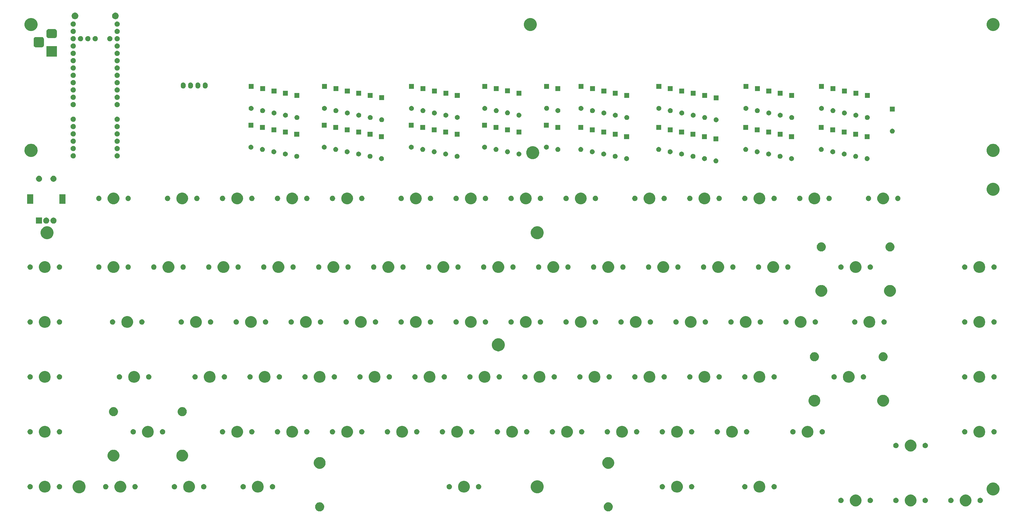
<source format=gbr>
G04 #@! TF.GenerationSoftware,KiCad,Pcbnew,(5.1.4)-1*
G04 #@! TF.CreationDate,2020-12-30T22:06:46+01:00*
G04 #@! TF.ProjectId,CZTKeyRev1,435a544b-6579-4526-9576-312e6b696361,rev?*
G04 #@! TF.SameCoordinates,Original*
G04 #@! TF.FileFunction,Soldermask,Top*
G04 #@! TF.FilePolarity,Negative*
%FSLAX46Y46*%
G04 Gerber Fmt 4.6, Leading zero omitted, Abs format (unit mm)*
G04 Created by KiCad (PCBNEW (5.1.4)-1) date 2020-12-30 22:06:46*
%MOMM*%
%LPD*%
G04 APERTURE LIST*
%ADD10C,0.100000*%
G04 APERTURE END LIST*
D10*
G36*
X219528311Y-185651526D02*
G01*
X219647037Y-185700704D01*
X219814941Y-185770252D01*
X219814942Y-185770253D01*
X220072904Y-185942617D01*
X220292283Y-186161996D01*
X220407453Y-186334361D01*
X220464648Y-186419959D01*
X220511213Y-186532377D01*
X220583374Y-186706589D01*
X220613637Y-186858733D01*
X220643900Y-187010875D01*
X220643900Y-187321125D01*
X220583374Y-187625410D01*
X220464648Y-187912041D01*
X220464647Y-187912042D01*
X220292283Y-188170004D01*
X220072904Y-188389383D01*
X219900539Y-188504553D01*
X219814941Y-188561748D01*
X219647037Y-188631296D01*
X219528311Y-188680474D01*
X219224025Y-188741000D01*
X218913775Y-188741000D01*
X218609489Y-188680474D01*
X218490763Y-188631296D01*
X218322859Y-188561748D01*
X218237261Y-188504553D01*
X218064896Y-188389383D01*
X217845517Y-188170004D01*
X217673153Y-187912042D01*
X217673152Y-187912041D01*
X217554426Y-187625410D01*
X217493900Y-187321125D01*
X217493900Y-187010875D01*
X217524163Y-186858733D01*
X217554426Y-186706589D01*
X217626587Y-186532377D01*
X217673152Y-186419959D01*
X217730347Y-186334361D01*
X217845517Y-186161996D01*
X218064896Y-185942617D01*
X218322858Y-185770253D01*
X218322859Y-185770252D01*
X218490763Y-185700704D01*
X218609489Y-185651526D01*
X218761633Y-185621263D01*
X218913775Y-185591000D01*
X219224025Y-185591000D01*
X219528311Y-185651526D01*
X219528311Y-185651526D01*
G37*
G36*
X119528511Y-185651526D02*
G01*
X119647237Y-185700704D01*
X119815141Y-185770252D01*
X119815142Y-185770253D01*
X120073104Y-185942617D01*
X120292483Y-186161996D01*
X120407653Y-186334361D01*
X120464848Y-186419959D01*
X120511413Y-186532377D01*
X120583574Y-186706589D01*
X120613837Y-186858733D01*
X120644100Y-187010875D01*
X120644100Y-187321125D01*
X120583574Y-187625410D01*
X120464848Y-187912041D01*
X120464847Y-187912042D01*
X120292483Y-188170004D01*
X120073104Y-188389383D01*
X119900739Y-188504553D01*
X119815141Y-188561748D01*
X119647237Y-188631296D01*
X119528511Y-188680474D01*
X119224225Y-188741000D01*
X118913975Y-188741000D01*
X118609689Y-188680474D01*
X118490963Y-188631296D01*
X118323059Y-188561748D01*
X118237461Y-188504553D01*
X118065096Y-188389383D01*
X117845717Y-188170004D01*
X117673353Y-187912042D01*
X117673352Y-187912041D01*
X117554626Y-187625410D01*
X117494100Y-187321125D01*
X117494100Y-187010875D01*
X117524363Y-186858733D01*
X117554626Y-186706589D01*
X117626787Y-186532377D01*
X117673352Y-186419959D01*
X117730547Y-186334361D01*
X117845717Y-186161996D01*
X118065096Y-185942617D01*
X118323058Y-185770253D01*
X118323059Y-185770252D01*
X118490963Y-185700704D01*
X118609689Y-185651526D01*
X118913975Y-185591000D01*
X119224225Y-185591000D01*
X119528511Y-185651526D01*
X119528511Y-185651526D01*
G37*
G36*
X324446474Y-182977684D02*
G01*
X324664474Y-183067983D01*
X324818623Y-183131833D01*
X325153548Y-183355623D01*
X325438377Y-183640452D01*
X325662167Y-183975377D01*
X325694562Y-184053586D01*
X325816316Y-184347526D01*
X325894900Y-184742594D01*
X325894900Y-185145406D01*
X325816316Y-185540474D01*
X325765451Y-185663272D01*
X325662167Y-185912623D01*
X325438377Y-186247548D01*
X325153548Y-186532377D01*
X324818623Y-186756167D01*
X324664474Y-186820017D01*
X324446474Y-186910316D01*
X324051406Y-186988900D01*
X323648594Y-186988900D01*
X323253526Y-186910316D01*
X323035526Y-186820017D01*
X322881377Y-186756167D01*
X322546452Y-186532377D01*
X322261623Y-186247548D01*
X322037833Y-185912623D01*
X321934549Y-185663272D01*
X321883684Y-185540474D01*
X321805100Y-185145406D01*
X321805100Y-184742594D01*
X321883684Y-184347526D01*
X322005438Y-184053586D01*
X322037833Y-183975377D01*
X322261623Y-183640452D01*
X322546452Y-183355623D01*
X322881377Y-183131833D01*
X323035526Y-183067983D01*
X323253526Y-182977684D01*
X323648594Y-182899100D01*
X324051406Y-182899100D01*
X324446474Y-182977684D01*
X324446474Y-182977684D01*
G37*
G36*
X305396474Y-182977684D02*
G01*
X305614474Y-183067983D01*
X305768623Y-183131833D01*
X306103548Y-183355623D01*
X306388377Y-183640452D01*
X306612167Y-183975377D01*
X306644562Y-184053586D01*
X306766316Y-184347526D01*
X306844900Y-184742594D01*
X306844900Y-185145406D01*
X306766316Y-185540474D01*
X306715451Y-185663272D01*
X306612167Y-185912623D01*
X306388377Y-186247548D01*
X306103548Y-186532377D01*
X305768623Y-186756167D01*
X305614474Y-186820017D01*
X305396474Y-186910316D01*
X305001406Y-186988900D01*
X304598594Y-186988900D01*
X304203526Y-186910316D01*
X303985526Y-186820017D01*
X303831377Y-186756167D01*
X303496452Y-186532377D01*
X303211623Y-186247548D01*
X302987833Y-185912623D01*
X302884549Y-185663272D01*
X302833684Y-185540474D01*
X302755100Y-185145406D01*
X302755100Y-184742594D01*
X302833684Y-184347526D01*
X302955438Y-184053586D01*
X302987833Y-183975377D01*
X303211623Y-183640452D01*
X303496452Y-183355623D01*
X303831377Y-183131833D01*
X303985526Y-183067983D01*
X304203526Y-182977684D01*
X304598594Y-182899100D01*
X305001406Y-182899100D01*
X305396474Y-182977684D01*
X305396474Y-182977684D01*
G37*
G36*
X343496474Y-182977684D02*
G01*
X343714474Y-183067983D01*
X343868623Y-183131833D01*
X344203548Y-183355623D01*
X344488377Y-183640452D01*
X344712167Y-183975377D01*
X344744562Y-184053586D01*
X344866316Y-184347526D01*
X344944900Y-184742594D01*
X344944900Y-185145406D01*
X344866316Y-185540474D01*
X344815451Y-185663272D01*
X344712167Y-185912623D01*
X344488377Y-186247548D01*
X344203548Y-186532377D01*
X343868623Y-186756167D01*
X343714474Y-186820017D01*
X343496474Y-186910316D01*
X343101406Y-186988900D01*
X342698594Y-186988900D01*
X342303526Y-186910316D01*
X342085526Y-186820017D01*
X341931377Y-186756167D01*
X341596452Y-186532377D01*
X341311623Y-186247548D01*
X341087833Y-185912623D01*
X340984549Y-185663272D01*
X340933684Y-185540474D01*
X340855100Y-185145406D01*
X340855100Y-184742594D01*
X340933684Y-184347526D01*
X341055438Y-184053586D01*
X341087833Y-183975377D01*
X341311623Y-183640452D01*
X341596452Y-183355623D01*
X341931377Y-183131833D01*
X342085526Y-183067983D01*
X342303526Y-182977684D01*
X342698594Y-182899100D01*
X343101406Y-182899100D01*
X343496474Y-182977684D01*
X343496474Y-182977684D01*
G37*
G36*
X348250104Y-184053585D02*
G01*
X348418626Y-184123389D01*
X348570291Y-184224728D01*
X348699272Y-184353709D01*
X348800611Y-184505374D01*
X348870415Y-184673896D01*
X348906000Y-184852797D01*
X348906000Y-185035203D01*
X348870415Y-185214104D01*
X348800611Y-185382626D01*
X348699272Y-185534291D01*
X348570291Y-185663272D01*
X348418626Y-185764611D01*
X348250104Y-185834415D01*
X348071203Y-185870000D01*
X347888797Y-185870000D01*
X347709896Y-185834415D01*
X347541374Y-185764611D01*
X347389709Y-185663272D01*
X347260728Y-185534291D01*
X347159389Y-185382626D01*
X347089585Y-185214104D01*
X347054000Y-185035203D01*
X347054000Y-184852797D01*
X347089585Y-184673896D01*
X347159389Y-184505374D01*
X347260728Y-184353709D01*
X347389709Y-184224728D01*
X347541374Y-184123389D01*
X347709896Y-184053585D01*
X347888797Y-184018000D01*
X348071203Y-184018000D01*
X348250104Y-184053585D01*
X348250104Y-184053585D01*
G37*
G36*
X329200104Y-184053585D02*
G01*
X329368626Y-184123389D01*
X329520291Y-184224728D01*
X329649272Y-184353709D01*
X329750611Y-184505374D01*
X329820415Y-184673896D01*
X329856000Y-184852797D01*
X329856000Y-185035203D01*
X329820415Y-185214104D01*
X329750611Y-185382626D01*
X329649272Y-185534291D01*
X329520291Y-185663272D01*
X329368626Y-185764611D01*
X329200104Y-185834415D01*
X329021203Y-185870000D01*
X328838797Y-185870000D01*
X328659896Y-185834415D01*
X328491374Y-185764611D01*
X328339709Y-185663272D01*
X328210728Y-185534291D01*
X328109389Y-185382626D01*
X328039585Y-185214104D01*
X328004000Y-185035203D01*
X328004000Y-184852797D01*
X328039585Y-184673896D01*
X328109389Y-184505374D01*
X328210728Y-184353709D01*
X328339709Y-184224728D01*
X328491374Y-184123389D01*
X328659896Y-184053585D01*
X328838797Y-184018000D01*
X329021203Y-184018000D01*
X329200104Y-184053585D01*
X329200104Y-184053585D01*
G37*
G36*
X319040104Y-184053585D02*
G01*
X319208626Y-184123389D01*
X319360291Y-184224728D01*
X319489272Y-184353709D01*
X319590611Y-184505374D01*
X319660415Y-184673896D01*
X319696000Y-184852797D01*
X319696000Y-185035203D01*
X319660415Y-185214104D01*
X319590611Y-185382626D01*
X319489272Y-185534291D01*
X319360291Y-185663272D01*
X319208626Y-185764611D01*
X319040104Y-185834415D01*
X318861203Y-185870000D01*
X318678797Y-185870000D01*
X318499896Y-185834415D01*
X318331374Y-185764611D01*
X318179709Y-185663272D01*
X318050728Y-185534291D01*
X317949389Y-185382626D01*
X317879585Y-185214104D01*
X317844000Y-185035203D01*
X317844000Y-184852797D01*
X317879585Y-184673896D01*
X317949389Y-184505374D01*
X318050728Y-184353709D01*
X318179709Y-184224728D01*
X318331374Y-184123389D01*
X318499896Y-184053585D01*
X318678797Y-184018000D01*
X318861203Y-184018000D01*
X319040104Y-184053585D01*
X319040104Y-184053585D01*
G37*
G36*
X299990104Y-184053585D02*
G01*
X300158626Y-184123389D01*
X300310291Y-184224728D01*
X300439272Y-184353709D01*
X300540611Y-184505374D01*
X300610415Y-184673896D01*
X300646000Y-184852797D01*
X300646000Y-185035203D01*
X300610415Y-185214104D01*
X300540611Y-185382626D01*
X300439272Y-185534291D01*
X300310291Y-185663272D01*
X300158626Y-185764611D01*
X299990104Y-185834415D01*
X299811203Y-185870000D01*
X299628797Y-185870000D01*
X299449896Y-185834415D01*
X299281374Y-185764611D01*
X299129709Y-185663272D01*
X299000728Y-185534291D01*
X298899389Y-185382626D01*
X298829585Y-185214104D01*
X298794000Y-185035203D01*
X298794000Y-184852797D01*
X298829585Y-184673896D01*
X298899389Y-184505374D01*
X299000728Y-184353709D01*
X299129709Y-184224728D01*
X299281374Y-184123389D01*
X299449896Y-184053585D01*
X299628797Y-184018000D01*
X299811203Y-184018000D01*
X299990104Y-184053585D01*
X299990104Y-184053585D01*
G37*
G36*
X338090104Y-184053585D02*
G01*
X338258626Y-184123389D01*
X338410291Y-184224728D01*
X338539272Y-184353709D01*
X338640611Y-184505374D01*
X338710415Y-184673896D01*
X338746000Y-184852797D01*
X338746000Y-185035203D01*
X338710415Y-185214104D01*
X338640611Y-185382626D01*
X338539272Y-185534291D01*
X338410291Y-185663272D01*
X338258626Y-185764611D01*
X338090104Y-185834415D01*
X337911203Y-185870000D01*
X337728797Y-185870000D01*
X337549896Y-185834415D01*
X337381374Y-185764611D01*
X337229709Y-185663272D01*
X337100728Y-185534291D01*
X336999389Y-185382626D01*
X336929585Y-185214104D01*
X336894000Y-185035203D01*
X336894000Y-184852797D01*
X336929585Y-184673896D01*
X336999389Y-184505374D01*
X337100728Y-184353709D01*
X337229709Y-184224728D01*
X337381374Y-184123389D01*
X337549896Y-184053585D01*
X337728797Y-184018000D01*
X337911203Y-184018000D01*
X338090104Y-184053585D01*
X338090104Y-184053585D01*
G37*
G36*
X310150104Y-184053585D02*
G01*
X310318626Y-184123389D01*
X310470291Y-184224728D01*
X310599272Y-184353709D01*
X310700611Y-184505374D01*
X310770415Y-184673896D01*
X310806000Y-184852797D01*
X310806000Y-185035203D01*
X310770415Y-185214104D01*
X310700611Y-185382626D01*
X310599272Y-185534291D01*
X310470291Y-185663272D01*
X310318626Y-185764611D01*
X310150104Y-185834415D01*
X309971203Y-185870000D01*
X309788797Y-185870000D01*
X309609896Y-185834415D01*
X309441374Y-185764611D01*
X309289709Y-185663272D01*
X309160728Y-185534291D01*
X309059389Y-185382626D01*
X308989585Y-185214104D01*
X308954000Y-185035203D01*
X308954000Y-184852797D01*
X308989585Y-184673896D01*
X309059389Y-184505374D01*
X309160728Y-184353709D01*
X309289709Y-184224728D01*
X309441374Y-184123389D01*
X309609896Y-184053585D01*
X309788797Y-184018000D01*
X309971203Y-184018000D01*
X310150104Y-184053585D01*
X310150104Y-184053585D01*
G37*
G36*
X352700880Y-178734776D02*
G01*
X353081593Y-178810504D01*
X353491249Y-178980189D01*
X353859929Y-179226534D01*
X354173466Y-179540071D01*
X354419811Y-179908751D01*
X354589496Y-180318407D01*
X354676000Y-180753296D01*
X354676000Y-181196704D01*
X354589496Y-181631593D01*
X354419811Y-182041249D01*
X354173466Y-182409929D01*
X353859929Y-182723466D01*
X353491249Y-182969811D01*
X353081593Y-183139496D01*
X352700880Y-183215224D01*
X352646705Y-183226000D01*
X352203295Y-183226000D01*
X352149120Y-183215224D01*
X351768407Y-183139496D01*
X351358751Y-182969811D01*
X350990071Y-182723466D01*
X350676534Y-182409929D01*
X350430189Y-182041249D01*
X350260504Y-181631593D01*
X350174000Y-181196704D01*
X350174000Y-180753296D01*
X350260504Y-180318407D01*
X350430189Y-179908751D01*
X350676534Y-179540071D01*
X350990071Y-179226534D01*
X351358751Y-178980189D01*
X351768407Y-178810504D01*
X352149120Y-178734776D01*
X352203295Y-178724000D01*
X352646705Y-178724000D01*
X352700880Y-178734776D01*
X352700880Y-178734776D01*
G37*
G36*
X194744880Y-177940776D02*
G01*
X195125593Y-178016504D01*
X195535249Y-178186189D01*
X195903929Y-178432534D01*
X196217466Y-178746071D01*
X196463811Y-179114751D01*
X196633496Y-179524407D01*
X196720000Y-179959296D01*
X196720000Y-180402704D01*
X196633496Y-180837593D01*
X196463811Y-181247249D01*
X196217466Y-181615929D01*
X195903929Y-181929466D01*
X195535249Y-182175811D01*
X195125593Y-182345496D01*
X194744880Y-182421224D01*
X194690705Y-182432000D01*
X194247295Y-182432000D01*
X194193120Y-182421224D01*
X193812407Y-182345496D01*
X193402751Y-182175811D01*
X193034071Y-181929466D01*
X192720534Y-181615929D01*
X192474189Y-181247249D01*
X192304504Y-180837593D01*
X192218000Y-180402704D01*
X192218000Y-179959296D01*
X192304504Y-179524407D01*
X192474189Y-179114751D01*
X192720534Y-178746071D01*
X193034071Y-178432534D01*
X193402751Y-178186189D01*
X193812407Y-178016504D01*
X194193120Y-177940776D01*
X194247295Y-177930000D01*
X194690705Y-177930000D01*
X194744880Y-177940776D01*
X194744880Y-177940776D01*
G37*
G36*
X35994680Y-177940776D02*
G01*
X36375393Y-178016504D01*
X36785049Y-178186189D01*
X37153729Y-178432534D01*
X37467266Y-178746071D01*
X37713611Y-179114751D01*
X37883296Y-179524407D01*
X37969800Y-179959296D01*
X37969800Y-180402704D01*
X37883296Y-180837593D01*
X37713611Y-181247249D01*
X37467266Y-181615929D01*
X37153729Y-181929466D01*
X36785049Y-182175811D01*
X36375393Y-182345496D01*
X35994680Y-182421224D01*
X35940505Y-182432000D01*
X35497095Y-182432000D01*
X35442920Y-182421224D01*
X35062207Y-182345496D01*
X34652551Y-182175811D01*
X34283871Y-181929466D01*
X33970334Y-181615929D01*
X33723989Y-181247249D01*
X33554304Y-180837593D01*
X33467800Y-180402704D01*
X33467800Y-179959296D01*
X33554304Y-179524407D01*
X33723989Y-179114751D01*
X33970334Y-178746071D01*
X34283871Y-178432534D01*
X34652551Y-178186189D01*
X35062207Y-178016504D01*
X35442920Y-177940776D01*
X35497095Y-177930000D01*
X35940505Y-177930000D01*
X35994680Y-177940776D01*
X35994680Y-177940776D01*
G37*
G36*
X169665474Y-178214684D02*
G01*
X169883474Y-178304983D01*
X170037623Y-178368833D01*
X170372548Y-178592623D01*
X170657377Y-178877452D01*
X170881167Y-179212377D01*
X170913562Y-179290586D01*
X171035316Y-179584526D01*
X171113900Y-179979594D01*
X171113900Y-180382406D01*
X171035316Y-180777474D01*
X170984451Y-180900272D01*
X170881167Y-181149623D01*
X170657377Y-181484548D01*
X170372548Y-181769377D01*
X170037623Y-181993167D01*
X169921549Y-182041246D01*
X169665474Y-182147316D01*
X169270406Y-182225900D01*
X168867594Y-182225900D01*
X168472526Y-182147316D01*
X168216451Y-182041246D01*
X168100377Y-181993167D01*
X167765452Y-181769377D01*
X167480623Y-181484548D01*
X167256833Y-181149623D01*
X167153549Y-180900272D01*
X167102684Y-180777474D01*
X167024100Y-180382406D01*
X167024100Y-179979594D01*
X167102684Y-179584526D01*
X167224438Y-179290586D01*
X167256833Y-179212377D01*
X167480623Y-178877452D01*
X167765452Y-178592623D01*
X168100377Y-178368833D01*
X168254526Y-178304983D01*
X168472526Y-178214684D01*
X168867594Y-178136100D01*
X169270406Y-178136100D01*
X169665474Y-178214684D01*
X169665474Y-178214684D01*
G37*
G36*
X243484474Y-178214684D02*
G01*
X243702474Y-178304983D01*
X243856623Y-178368833D01*
X244191548Y-178592623D01*
X244476377Y-178877452D01*
X244700167Y-179212377D01*
X244732562Y-179290586D01*
X244854316Y-179584526D01*
X244932900Y-179979594D01*
X244932900Y-180382406D01*
X244854316Y-180777474D01*
X244803451Y-180900272D01*
X244700167Y-181149623D01*
X244476377Y-181484548D01*
X244191548Y-181769377D01*
X243856623Y-181993167D01*
X243740549Y-182041246D01*
X243484474Y-182147316D01*
X243089406Y-182225900D01*
X242686594Y-182225900D01*
X242291526Y-182147316D01*
X242035451Y-182041246D01*
X241919377Y-181993167D01*
X241584452Y-181769377D01*
X241299623Y-181484548D01*
X241075833Y-181149623D01*
X240972549Y-180900272D01*
X240921684Y-180777474D01*
X240843100Y-180382406D01*
X240843100Y-179979594D01*
X240921684Y-179584526D01*
X241043438Y-179290586D01*
X241075833Y-179212377D01*
X241299623Y-178877452D01*
X241584452Y-178592623D01*
X241919377Y-178368833D01*
X242073526Y-178304983D01*
X242291526Y-178214684D01*
X242686594Y-178136100D01*
X243089406Y-178136100D01*
X243484474Y-178214684D01*
X243484474Y-178214684D01*
G37*
G36*
X272059474Y-178214684D02*
G01*
X272277474Y-178304983D01*
X272431623Y-178368833D01*
X272766548Y-178592623D01*
X273051377Y-178877452D01*
X273275167Y-179212377D01*
X273307562Y-179290586D01*
X273429316Y-179584526D01*
X273507900Y-179979594D01*
X273507900Y-180382406D01*
X273429316Y-180777474D01*
X273378451Y-180900272D01*
X273275167Y-181149623D01*
X273051377Y-181484548D01*
X272766548Y-181769377D01*
X272431623Y-181993167D01*
X272315549Y-182041246D01*
X272059474Y-182147316D01*
X271664406Y-182225900D01*
X271261594Y-182225900D01*
X270866526Y-182147316D01*
X270610451Y-182041246D01*
X270494377Y-181993167D01*
X270159452Y-181769377D01*
X269874623Y-181484548D01*
X269650833Y-181149623D01*
X269547549Y-180900272D01*
X269496684Y-180777474D01*
X269418100Y-180382406D01*
X269418100Y-179979594D01*
X269496684Y-179584526D01*
X269618438Y-179290586D01*
X269650833Y-179212377D01*
X269874623Y-178877452D01*
X270159452Y-178592623D01*
X270494377Y-178368833D01*
X270648526Y-178304983D01*
X270866526Y-178214684D01*
X271261594Y-178136100D01*
X271664406Y-178136100D01*
X272059474Y-178214684D01*
X272059474Y-178214684D01*
G37*
G36*
X98227674Y-178214684D02*
G01*
X98445674Y-178304983D01*
X98599823Y-178368833D01*
X98934748Y-178592623D01*
X99219577Y-178877452D01*
X99443367Y-179212377D01*
X99475762Y-179290586D01*
X99597516Y-179584526D01*
X99676100Y-179979594D01*
X99676100Y-180382406D01*
X99597516Y-180777474D01*
X99546651Y-180900272D01*
X99443367Y-181149623D01*
X99219577Y-181484548D01*
X98934748Y-181769377D01*
X98599823Y-181993167D01*
X98483749Y-182041246D01*
X98227674Y-182147316D01*
X97832606Y-182225900D01*
X97429794Y-182225900D01*
X97034726Y-182147316D01*
X96778651Y-182041246D01*
X96662577Y-181993167D01*
X96327652Y-181769377D01*
X96042823Y-181484548D01*
X95819033Y-181149623D01*
X95715749Y-180900272D01*
X95664884Y-180777474D01*
X95586300Y-180382406D01*
X95586300Y-179979594D01*
X95664884Y-179584526D01*
X95786638Y-179290586D01*
X95819033Y-179212377D01*
X96042823Y-178877452D01*
X96327652Y-178592623D01*
X96662577Y-178368833D01*
X96816726Y-178304983D01*
X97034726Y-178214684D01*
X97429794Y-178136100D01*
X97832606Y-178136100D01*
X98227674Y-178214684D01*
X98227674Y-178214684D01*
G37*
G36*
X50602674Y-178214684D02*
G01*
X50820674Y-178304983D01*
X50974823Y-178368833D01*
X51309748Y-178592623D01*
X51594577Y-178877452D01*
X51818367Y-179212377D01*
X51850762Y-179290586D01*
X51972516Y-179584526D01*
X52051100Y-179979594D01*
X52051100Y-180382406D01*
X51972516Y-180777474D01*
X51921651Y-180900272D01*
X51818367Y-181149623D01*
X51594577Y-181484548D01*
X51309748Y-181769377D01*
X50974823Y-181993167D01*
X50858749Y-182041246D01*
X50602674Y-182147316D01*
X50207606Y-182225900D01*
X49804794Y-182225900D01*
X49409726Y-182147316D01*
X49153651Y-182041246D01*
X49037577Y-181993167D01*
X48702652Y-181769377D01*
X48417823Y-181484548D01*
X48194033Y-181149623D01*
X48090749Y-180900272D01*
X48039884Y-180777474D01*
X47961300Y-180382406D01*
X47961300Y-179979594D01*
X48039884Y-179584526D01*
X48161638Y-179290586D01*
X48194033Y-179212377D01*
X48417823Y-178877452D01*
X48702652Y-178592623D01*
X49037577Y-178368833D01*
X49191726Y-178304983D01*
X49409726Y-178214684D01*
X49804794Y-178136100D01*
X50207606Y-178136100D01*
X50602674Y-178214684D01*
X50602674Y-178214684D01*
G37*
G36*
X24408974Y-178214684D02*
G01*
X24626974Y-178304983D01*
X24781123Y-178368833D01*
X25116048Y-178592623D01*
X25400877Y-178877452D01*
X25624667Y-179212377D01*
X25657062Y-179290586D01*
X25778816Y-179584526D01*
X25857400Y-179979594D01*
X25857400Y-180382406D01*
X25778816Y-180777474D01*
X25727951Y-180900272D01*
X25624667Y-181149623D01*
X25400877Y-181484548D01*
X25116048Y-181769377D01*
X24781123Y-181993167D01*
X24665049Y-182041246D01*
X24408974Y-182147316D01*
X24013906Y-182225900D01*
X23611094Y-182225900D01*
X23216026Y-182147316D01*
X22959951Y-182041246D01*
X22843877Y-181993167D01*
X22508952Y-181769377D01*
X22224123Y-181484548D01*
X22000333Y-181149623D01*
X21897049Y-180900272D01*
X21846184Y-180777474D01*
X21767600Y-180382406D01*
X21767600Y-179979594D01*
X21846184Y-179584526D01*
X21967938Y-179290586D01*
X22000333Y-179212377D01*
X22224123Y-178877452D01*
X22508952Y-178592623D01*
X22843877Y-178368833D01*
X22998026Y-178304983D01*
X23216026Y-178214684D01*
X23611094Y-178136100D01*
X24013906Y-178136100D01*
X24408974Y-178214684D01*
X24408974Y-178214684D01*
G37*
G36*
X74415274Y-178214684D02*
G01*
X74633274Y-178304983D01*
X74787423Y-178368833D01*
X75122348Y-178592623D01*
X75407177Y-178877452D01*
X75630967Y-179212377D01*
X75663362Y-179290586D01*
X75785116Y-179584526D01*
X75863700Y-179979594D01*
X75863700Y-180382406D01*
X75785116Y-180777474D01*
X75734251Y-180900272D01*
X75630967Y-181149623D01*
X75407177Y-181484548D01*
X75122348Y-181769377D01*
X74787423Y-181993167D01*
X74671349Y-182041246D01*
X74415274Y-182147316D01*
X74020206Y-182225900D01*
X73617394Y-182225900D01*
X73222326Y-182147316D01*
X72966251Y-182041246D01*
X72850177Y-181993167D01*
X72515252Y-181769377D01*
X72230423Y-181484548D01*
X72006633Y-181149623D01*
X71903349Y-180900272D01*
X71852484Y-180777474D01*
X71773900Y-180382406D01*
X71773900Y-179979594D01*
X71852484Y-179584526D01*
X71974238Y-179290586D01*
X72006633Y-179212377D01*
X72230423Y-178877452D01*
X72515252Y-178592623D01*
X72850177Y-178368833D01*
X73004326Y-178304983D01*
X73222326Y-178214684D01*
X73617394Y-178136100D01*
X74020206Y-178136100D01*
X74415274Y-178214684D01*
X74415274Y-178214684D01*
G37*
G36*
X29162604Y-179290585D02*
G01*
X29331126Y-179360389D01*
X29482791Y-179461728D01*
X29611772Y-179590709D01*
X29713111Y-179742374D01*
X29782915Y-179910896D01*
X29818500Y-180089797D01*
X29818500Y-180272203D01*
X29782915Y-180451104D01*
X29713111Y-180619626D01*
X29611772Y-180771291D01*
X29482791Y-180900272D01*
X29331126Y-181001611D01*
X29162604Y-181071415D01*
X28983703Y-181107000D01*
X28801297Y-181107000D01*
X28622396Y-181071415D01*
X28453874Y-181001611D01*
X28302209Y-180900272D01*
X28173228Y-180771291D01*
X28071889Y-180619626D01*
X28002085Y-180451104D01*
X27966500Y-180272203D01*
X27966500Y-180089797D01*
X28002085Y-179910896D01*
X28071889Y-179742374D01*
X28173228Y-179590709D01*
X28302209Y-179461728D01*
X28453874Y-179360389D01*
X28622396Y-179290585D01*
X28801297Y-179255000D01*
X28983703Y-179255000D01*
X29162604Y-179290585D01*
X29162604Y-179290585D01*
G37*
G36*
X248238104Y-179290585D02*
G01*
X248406626Y-179360389D01*
X248558291Y-179461728D01*
X248687272Y-179590709D01*
X248788611Y-179742374D01*
X248858415Y-179910896D01*
X248894000Y-180089797D01*
X248894000Y-180272203D01*
X248858415Y-180451104D01*
X248788611Y-180619626D01*
X248687272Y-180771291D01*
X248558291Y-180900272D01*
X248406626Y-181001611D01*
X248238104Y-181071415D01*
X248059203Y-181107000D01*
X247876797Y-181107000D01*
X247697896Y-181071415D01*
X247529374Y-181001611D01*
X247377709Y-180900272D01*
X247248728Y-180771291D01*
X247147389Y-180619626D01*
X247077585Y-180451104D01*
X247042000Y-180272203D01*
X247042000Y-180089797D01*
X247077585Y-179910896D01*
X247147389Y-179742374D01*
X247248728Y-179590709D01*
X247377709Y-179461728D01*
X247529374Y-179360389D01*
X247697896Y-179290585D01*
X247876797Y-179255000D01*
X248059203Y-179255000D01*
X248238104Y-179290585D01*
X248238104Y-179290585D01*
G37*
G36*
X238078104Y-179290585D02*
G01*
X238246626Y-179360389D01*
X238398291Y-179461728D01*
X238527272Y-179590709D01*
X238628611Y-179742374D01*
X238698415Y-179910896D01*
X238734000Y-180089797D01*
X238734000Y-180272203D01*
X238698415Y-180451104D01*
X238628611Y-180619626D01*
X238527272Y-180771291D01*
X238398291Y-180900272D01*
X238246626Y-181001611D01*
X238078104Y-181071415D01*
X237899203Y-181107000D01*
X237716797Y-181107000D01*
X237537896Y-181071415D01*
X237369374Y-181001611D01*
X237217709Y-180900272D01*
X237088728Y-180771291D01*
X236987389Y-180619626D01*
X236917585Y-180451104D01*
X236882000Y-180272203D01*
X236882000Y-180089797D01*
X236917585Y-179910896D01*
X236987389Y-179742374D01*
X237088728Y-179590709D01*
X237217709Y-179461728D01*
X237369374Y-179360389D01*
X237537896Y-179290585D01*
X237716797Y-179255000D01*
X237899203Y-179255000D01*
X238078104Y-179290585D01*
X238078104Y-179290585D01*
G37*
G36*
X276813104Y-179290585D02*
G01*
X276981626Y-179360389D01*
X277133291Y-179461728D01*
X277262272Y-179590709D01*
X277363611Y-179742374D01*
X277433415Y-179910896D01*
X277469000Y-180089797D01*
X277469000Y-180272203D01*
X277433415Y-180451104D01*
X277363611Y-180619626D01*
X277262272Y-180771291D01*
X277133291Y-180900272D01*
X276981626Y-181001611D01*
X276813104Y-181071415D01*
X276634203Y-181107000D01*
X276451797Y-181107000D01*
X276272896Y-181071415D01*
X276104374Y-181001611D01*
X275952709Y-180900272D01*
X275823728Y-180771291D01*
X275722389Y-180619626D01*
X275652585Y-180451104D01*
X275617000Y-180272203D01*
X275617000Y-180089797D01*
X275652585Y-179910896D01*
X275722389Y-179742374D01*
X275823728Y-179590709D01*
X275952709Y-179461728D01*
X276104374Y-179360389D01*
X276272896Y-179290585D01*
X276451797Y-179255000D01*
X276634203Y-179255000D01*
X276813104Y-179290585D01*
X276813104Y-179290585D01*
G37*
G36*
X266653104Y-179290585D02*
G01*
X266821626Y-179360389D01*
X266973291Y-179461728D01*
X267102272Y-179590709D01*
X267203611Y-179742374D01*
X267273415Y-179910896D01*
X267309000Y-180089797D01*
X267309000Y-180272203D01*
X267273415Y-180451104D01*
X267203611Y-180619626D01*
X267102272Y-180771291D01*
X266973291Y-180900272D01*
X266821626Y-181001611D01*
X266653104Y-181071415D01*
X266474203Y-181107000D01*
X266291797Y-181107000D01*
X266112896Y-181071415D01*
X265944374Y-181001611D01*
X265792709Y-180900272D01*
X265663728Y-180771291D01*
X265562389Y-180619626D01*
X265492585Y-180451104D01*
X265457000Y-180272203D01*
X265457000Y-180089797D01*
X265492585Y-179910896D01*
X265562389Y-179742374D01*
X265663728Y-179590709D01*
X265792709Y-179461728D01*
X265944374Y-179360389D01*
X266112896Y-179290585D01*
X266291797Y-179255000D01*
X266474203Y-179255000D01*
X266653104Y-179290585D01*
X266653104Y-179290585D01*
G37*
G36*
X164259104Y-179290585D02*
G01*
X164427626Y-179360389D01*
X164579291Y-179461728D01*
X164708272Y-179590709D01*
X164809611Y-179742374D01*
X164879415Y-179910896D01*
X164915000Y-180089797D01*
X164915000Y-180272203D01*
X164879415Y-180451104D01*
X164809611Y-180619626D01*
X164708272Y-180771291D01*
X164579291Y-180900272D01*
X164427626Y-181001611D01*
X164259104Y-181071415D01*
X164080203Y-181107000D01*
X163897797Y-181107000D01*
X163718896Y-181071415D01*
X163550374Y-181001611D01*
X163398709Y-180900272D01*
X163269728Y-180771291D01*
X163168389Y-180619626D01*
X163098585Y-180451104D01*
X163063000Y-180272203D01*
X163063000Y-180089797D01*
X163098585Y-179910896D01*
X163168389Y-179742374D01*
X163269728Y-179590709D01*
X163398709Y-179461728D01*
X163550374Y-179360389D01*
X163718896Y-179290585D01*
X163897797Y-179255000D01*
X164080203Y-179255000D01*
X164259104Y-179290585D01*
X164259104Y-179290585D01*
G37*
G36*
X174419104Y-179290585D02*
G01*
X174587626Y-179360389D01*
X174739291Y-179461728D01*
X174868272Y-179590709D01*
X174969611Y-179742374D01*
X175039415Y-179910896D01*
X175075000Y-180089797D01*
X175075000Y-180272203D01*
X175039415Y-180451104D01*
X174969611Y-180619626D01*
X174868272Y-180771291D01*
X174739291Y-180900272D01*
X174587626Y-181001611D01*
X174419104Y-181071415D01*
X174240203Y-181107000D01*
X174057797Y-181107000D01*
X173878896Y-181071415D01*
X173710374Y-181001611D01*
X173558709Y-180900272D01*
X173429728Y-180771291D01*
X173328389Y-180619626D01*
X173258585Y-180451104D01*
X173223000Y-180272203D01*
X173223000Y-180089797D01*
X173258585Y-179910896D01*
X173328389Y-179742374D01*
X173429728Y-179590709D01*
X173558709Y-179461728D01*
X173710374Y-179360389D01*
X173878896Y-179290585D01*
X174057797Y-179255000D01*
X174240203Y-179255000D01*
X174419104Y-179290585D01*
X174419104Y-179290585D01*
G37*
G36*
X102981304Y-179290585D02*
G01*
X103149826Y-179360389D01*
X103301491Y-179461728D01*
X103430472Y-179590709D01*
X103531811Y-179742374D01*
X103601615Y-179910896D01*
X103637200Y-180089797D01*
X103637200Y-180272203D01*
X103601615Y-180451104D01*
X103531811Y-180619626D01*
X103430472Y-180771291D01*
X103301491Y-180900272D01*
X103149826Y-181001611D01*
X102981304Y-181071415D01*
X102802403Y-181107000D01*
X102619997Y-181107000D01*
X102441096Y-181071415D01*
X102272574Y-181001611D01*
X102120909Y-180900272D01*
X101991928Y-180771291D01*
X101890589Y-180619626D01*
X101820785Y-180451104D01*
X101785200Y-180272203D01*
X101785200Y-180089797D01*
X101820785Y-179910896D01*
X101890589Y-179742374D01*
X101991928Y-179590709D01*
X102120909Y-179461728D01*
X102272574Y-179360389D01*
X102441096Y-179290585D01*
X102619997Y-179255000D01*
X102802403Y-179255000D01*
X102981304Y-179290585D01*
X102981304Y-179290585D01*
G37*
G36*
X92821304Y-179290585D02*
G01*
X92989826Y-179360389D01*
X93141491Y-179461728D01*
X93270472Y-179590709D01*
X93371811Y-179742374D01*
X93441615Y-179910896D01*
X93477200Y-180089797D01*
X93477200Y-180272203D01*
X93441615Y-180451104D01*
X93371811Y-180619626D01*
X93270472Y-180771291D01*
X93141491Y-180900272D01*
X92989826Y-181001611D01*
X92821304Y-181071415D01*
X92642403Y-181107000D01*
X92459997Y-181107000D01*
X92281096Y-181071415D01*
X92112574Y-181001611D01*
X91960909Y-180900272D01*
X91831928Y-180771291D01*
X91730589Y-180619626D01*
X91660785Y-180451104D01*
X91625200Y-180272203D01*
X91625200Y-180089797D01*
X91660785Y-179910896D01*
X91730589Y-179742374D01*
X91831928Y-179590709D01*
X91960909Y-179461728D01*
X92112574Y-179360389D01*
X92281096Y-179290585D01*
X92459997Y-179255000D01*
X92642403Y-179255000D01*
X92821304Y-179290585D01*
X92821304Y-179290585D01*
G37*
G36*
X55356304Y-179290585D02*
G01*
X55524826Y-179360389D01*
X55676491Y-179461728D01*
X55805472Y-179590709D01*
X55906811Y-179742374D01*
X55976615Y-179910896D01*
X56012200Y-180089797D01*
X56012200Y-180272203D01*
X55976615Y-180451104D01*
X55906811Y-180619626D01*
X55805472Y-180771291D01*
X55676491Y-180900272D01*
X55524826Y-181001611D01*
X55356304Y-181071415D01*
X55177403Y-181107000D01*
X54994997Y-181107000D01*
X54816096Y-181071415D01*
X54647574Y-181001611D01*
X54495909Y-180900272D01*
X54366928Y-180771291D01*
X54265589Y-180619626D01*
X54195785Y-180451104D01*
X54160200Y-180272203D01*
X54160200Y-180089797D01*
X54195785Y-179910896D01*
X54265589Y-179742374D01*
X54366928Y-179590709D01*
X54495909Y-179461728D01*
X54647574Y-179360389D01*
X54816096Y-179290585D01*
X54994997Y-179255000D01*
X55177403Y-179255000D01*
X55356304Y-179290585D01*
X55356304Y-179290585D01*
G37*
G36*
X19002604Y-179290585D02*
G01*
X19171126Y-179360389D01*
X19322791Y-179461728D01*
X19451772Y-179590709D01*
X19553111Y-179742374D01*
X19622915Y-179910896D01*
X19658500Y-180089797D01*
X19658500Y-180272203D01*
X19622915Y-180451104D01*
X19553111Y-180619626D01*
X19451772Y-180771291D01*
X19322791Y-180900272D01*
X19171126Y-181001611D01*
X19002604Y-181071415D01*
X18823703Y-181107000D01*
X18641297Y-181107000D01*
X18462396Y-181071415D01*
X18293874Y-181001611D01*
X18142209Y-180900272D01*
X18013228Y-180771291D01*
X17911889Y-180619626D01*
X17842085Y-180451104D01*
X17806500Y-180272203D01*
X17806500Y-180089797D01*
X17842085Y-179910896D01*
X17911889Y-179742374D01*
X18013228Y-179590709D01*
X18142209Y-179461728D01*
X18293874Y-179360389D01*
X18462396Y-179290585D01*
X18641297Y-179255000D01*
X18823703Y-179255000D01*
X19002604Y-179290585D01*
X19002604Y-179290585D01*
G37*
G36*
X45196304Y-179290585D02*
G01*
X45364826Y-179360389D01*
X45516491Y-179461728D01*
X45645472Y-179590709D01*
X45746811Y-179742374D01*
X45816615Y-179910896D01*
X45852200Y-180089797D01*
X45852200Y-180272203D01*
X45816615Y-180451104D01*
X45746811Y-180619626D01*
X45645472Y-180771291D01*
X45516491Y-180900272D01*
X45364826Y-181001611D01*
X45196304Y-181071415D01*
X45017403Y-181107000D01*
X44834997Y-181107000D01*
X44656096Y-181071415D01*
X44487574Y-181001611D01*
X44335909Y-180900272D01*
X44206928Y-180771291D01*
X44105589Y-180619626D01*
X44035785Y-180451104D01*
X44000200Y-180272203D01*
X44000200Y-180089797D01*
X44035785Y-179910896D01*
X44105589Y-179742374D01*
X44206928Y-179590709D01*
X44335909Y-179461728D01*
X44487574Y-179360389D01*
X44656096Y-179290585D01*
X44834997Y-179255000D01*
X45017403Y-179255000D01*
X45196304Y-179290585D01*
X45196304Y-179290585D01*
G37*
G36*
X69008904Y-179290585D02*
G01*
X69177426Y-179360389D01*
X69329091Y-179461728D01*
X69458072Y-179590709D01*
X69559411Y-179742374D01*
X69629215Y-179910896D01*
X69664800Y-180089797D01*
X69664800Y-180272203D01*
X69629215Y-180451104D01*
X69559411Y-180619626D01*
X69458072Y-180771291D01*
X69329091Y-180900272D01*
X69177426Y-181001611D01*
X69008904Y-181071415D01*
X68830003Y-181107000D01*
X68647597Y-181107000D01*
X68468696Y-181071415D01*
X68300174Y-181001611D01*
X68148509Y-180900272D01*
X68019528Y-180771291D01*
X67918189Y-180619626D01*
X67848385Y-180451104D01*
X67812800Y-180272203D01*
X67812800Y-180089797D01*
X67848385Y-179910896D01*
X67918189Y-179742374D01*
X68019528Y-179590709D01*
X68148509Y-179461728D01*
X68300174Y-179360389D01*
X68468696Y-179290585D01*
X68647597Y-179255000D01*
X68830003Y-179255000D01*
X69008904Y-179290585D01*
X69008904Y-179290585D01*
G37*
G36*
X79168904Y-179290585D02*
G01*
X79337426Y-179360389D01*
X79489091Y-179461728D01*
X79618072Y-179590709D01*
X79719411Y-179742374D01*
X79789215Y-179910896D01*
X79824800Y-180089797D01*
X79824800Y-180272203D01*
X79789215Y-180451104D01*
X79719411Y-180619626D01*
X79618072Y-180771291D01*
X79489091Y-180900272D01*
X79337426Y-181001611D01*
X79168904Y-181071415D01*
X78990003Y-181107000D01*
X78807597Y-181107000D01*
X78628696Y-181071415D01*
X78460174Y-181001611D01*
X78308509Y-180900272D01*
X78179528Y-180771291D01*
X78078189Y-180619626D01*
X78008385Y-180451104D01*
X77972800Y-180272203D01*
X77972800Y-180089797D01*
X78008385Y-179910896D01*
X78078189Y-179742374D01*
X78179528Y-179590709D01*
X78308509Y-179461728D01*
X78460174Y-179360389D01*
X78628696Y-179290585D01*
X78807597Y-179255000D01*
X78990003Y-179255000D01*
X79168904Y-179290585D01*
X79168904Y-179290585D01*
G37*
G36*
X119665574Y-169959684D02*
G01*
X119883574Y-170049983D01*
X120037723Y-170113833D01*
X120372648Y-170337623D01*
X120657477Y-170622452D01*
X120881267Y-170957377D01*
X120945117Y-171111526D01*
X121035416Y-171329526D01*
X121114000Y-171724594D01*
X121114000Y-172127406D01*
X121035416Y-172522474D01*
X120945117Y-172740474D01*
X120881267Y-172894623D01*
X120657477Y-173229548D01*
X120372648Y-173514377D01*
X120037723Y-173738167D01*
X119883574Y-173802017D01*
X119665574Y-173892316D01*
X119270506Y-173970900D01*
X118867694Y-173970900D01*
X118472626Y-173892316D01*
X118254626Y-173802017D01*
X118100477Y-173738167D01*
X117765552Y-173514377D01*
X117480723Y-173229548D01*
X117256933Y-172894623D01*
X117193083Y-172740474D01*
X117102784Y-172522474D01*
X117024200Y-172127406D01*
X117024200Y-171724594D01*
X117102784Y-171329526D01*
X117193083Y-171111526D01*
X117256933Y-170957377D01*
X117480723Y-170622452D01*
X117765552Y-170337623D01*
X118100477Y-170113833D01*
X118254626Y-170049983D01*
X118472626Y-169959684D01*
X118867694Y-169881100D01*
X119270506Y-169881100D01*
X119665574Y-169959684D01*
X119665574Y-169959684D01*
G37*
G36*
X219665374Y-169959684D02*
G01*
X219883374Y-170049983D01*
X220037523Y-170113833D01*
X220372448Y-170337623D01*
X220657277Y-170622452D01*
X220881067Y-170957377D01*
X220944917Y-171111526D01*
X221035216Y-171329526D01*
X221113800Y-171724594D01*
X221113800Y-172127406D01*
X221035216Y-172522474D01*
X220944917Y-172740474D01*
X220881067Y-172894623D01*
X220657277Y-173229548D01*
X220372448Y-173514377D01*
X220037523Y-173738167D01*
X219883374Y-173802017D01*
X219665374Y-173892316D01*
X219270306Y-173970900D01*
X218867494Y-173970900D01*
X218472426Y-173892316D01*
X218254426Y-173802017D01*
X218100277Y-173738167D01*
X217765352Y-173514377D01*
X217480523Y-173229548D01*
X217256733Y-172894623D01*
X217192883Y-172740474D01*
X217102584Y-172522474D01*
X217024000Y-172127406D01*
X217024000Y-171724594D01*
X217102584Y-171329526D01*
X217192883Y-171111526D01*
X217256733Y-170957377D01*
X217480523Y-170622452D01*
X217765352Y-170337623D01*
X218100277Y-170113833D01*
X218254426Y-170049983D01*
X218472426Y-169959684D01*
X218867494Y-169881100D01*
X219270306Y-169881100D01*
X219665374Y-169959684D01*
X219665374Y-169959684D01*
G37*
G36*
X72033924Y-167419684D02*
G01*
X72185278Y-167482377D01*
X72406073Y-167573833D01*
X72740998Y-167797623D01*
X73025827Y-168082452D01*
X73249617Y-168417377D01*
X73249617Y-168417378D01*
X73403766Y-168789526D01*
X73482350Y-169184594D01*
X73482350Y-169587406D01*
X73403766Y-169982474D01*
X73349355Y-170113833D01*
X73249617Y-170354623D01*
X73025827Y-170689548D01*
X72740998Y-170974377D01*
X72406073Y-171198167D01*
X72251924Y-171262017D01*
X72033924Y-171352316D01*
X71638856Y-171430900D01*
X71236044Y-171430900D01*
X70840976Y-171352316D01*
X70622976Y-171262017D01*
X70468827Y-171198167D01*
X70133902Y-170974377D01*
X69849073Y-170689548D01*
X69625283Y-170354623D01*
X69525545Y-170113833D01*
X69471134Y-169982474D01*
X69392550Y-169587406D01*
X69392550Y-169184594D01*
X69471134Y-168789526D01*
X69625283Y-168417378D01*
X69625283Y-168417377D01*
X69849073Y-168082452D01*
X70133902Y-167797623D01*
X70468827Y-167573833D01*
X70689622Y-167482377D01*
X70840976Y-167419684D01*
X71236044Y-167341100D01*
X71638856Y-167341100D01*
X72033924Y-167419684D01*
X72033924Y-167419684D01*
G37*
G36*
X48221424Y-167419684D02*
G01*
X48372778Y-167482377D01*
X48593573Y-167573833D01*
X48928498Y-167797623D01*
X49213327Y-168082452D01*
X49437117Y-168417377D01*
X49437117Y-168417378D01*
X49591266Y-168789526D01*
X49669850Y-169184594D01*
X49669850Y-169587406D01*
X49591266Y-169982474D01*
X49536855Y-170113833D01*
X49437117Y-170354623D01*
X49213327Y-170689548D01*
X48928498Y-170974377D01*
X48593573Y-171198167D01*
X48439424Y-171262017D01*
X48221424Y-171352316D01*
X47826356Y-171430900D01*
X47423544Y-171430900D01*
X47028476Y-171352316D01*
X46810476Y-171262017D01*
X46656327Y-171198167D01*
X46321402Y-170974377D01*
X46036573Y-170689548D01*
X45812783Y-170354623D01*
X45713045Y-170113833D01*
X45658634Y-169982474D01*
X45580050Y-169587406D01*
X45580050Y-169184594D01*
X45658634Y-168789526D01*
X45812783Y-168417378D01*
X45812783Y-168417377D01*
X46036573Y-168082452D01*
X46321402Y-167797623D01*
X46656327Y-167573833D01*
X46877122Y-167482377D01*
X47028476Y-167419684D01*
X47423544Y-167341100D01*
X47826356Y-167341100D01*
X48221424Y-167419684D01*
X48221424Y-167419684D01*
G37*
G36*
X324446474Y-163927684D02*
G01*
X324664474Y-164017983D01*
X324818623Y-164081833D01*
X325153548Y-164305623D01*
X325438377Y-164590452D01*
X325662167Y-164925377D01*
X325694562Y-165003586D01*
X325816316Y-165297526D01*
X325894900Y-165692594D01*
X325894900Y-166095406D01*
X325816316Y-166490474D01*
X325765451Y-166613272D01*
X325662167Y-166862623D01*
X325438377Y-167197548D01*
X325153548Y-167482377D01*
X324818623Y-167706167D01*
X324664474Y-167770017D01*
X324446474Y-167860316D01*
X324051406Y-167938900D01*
X323648594Y-167938900D01*
X323253526Y-167860316D01*
X323035526Y-167770017D01*
X322881377Y-167706167D01*
X322546452Y-167482377D01*
X322261623Y-167197548D01*
X322037833Y-166862623D01*
X321934549Y-166613272D01*
X321883684Y-166490474D01*
X321805100Y-166095406D01*
X321805100Y-165692594D01*
X321883684Y-165297526D01*
X322005438Y-165003586D01*
X322037833Y-164925377D01*
X322261623Y-164590452D01*
X322546452Y-164305623D01*
X322881377Y-164081833D01*
X323035526Y-164017983D01*
X323253526Y-163927684D01*
X323648594Y-163849100D01*
X324051406Y-163849100D01*
X324446474Y-163927684D01*
X324446474Y-163927684D01*
G37*
G36*
X329200104Y-165003585D02*
G01*
X329368626Y-165073389D01*
X329520291Y-165174728D01*
X329649272Y-165303709D01*
X329750611Y-165455374D01*
X329820415Y-165623896D01*
X329856000Y-165802797D01*
X329856000Y-165985203D01*
X329820415Y-166164104D01*
X329750611Y-166332626D01*
X329649272Y-166484291D01*
X329520291Y-166613272D01*
X329368626Y-166714611D01*
X329200104Y-166784415D01*
X329021203Y-166820000D01*
X328838797Y-166820000D01*
X328659896Y-166784415D01*
X328491374Y-166714611D01*
X328339709Y-166613272D01*
X328210728Y-166484291D01*
X328109389Y-166332626D01*
X328039585Y-166164104D01*
X328004000Y-165985203D01*
X328004000Y-165802797D01*
X328039585Y-165623896D01*
X328109389Y-165455374D01*
X328210728Y-165303709D01*
X328339709Y-165174728D01*
X328491374Y-165073389D01*
X328659896Y-165003585D01*
X328838797Y-164968000D01*
X329021203Y-164968000D01*
X329200104Y-165003585D01*
X329200104Y-165003585D01*
G37*
G36*
X319040104Y-165003585D02*
G01*
X319208626Y-165073389D01*
X319360291Y-165174728D01*
X319489272Y-165303709D01*
X319590611Y-165455374D01*
X319660415Y-165623896D01*
X319696000Y-165802797D01*
X319696000Y-165985203D01*
X319660415Y-166164104D01*
X319590611Y-166332626D01*
X319489272Y-166484291D01*
X319360291Y-166613272D01*
X319208626Y-166714611D01*
X319040104Y-166784415D01*
X318861203Y-166820000D01*
X318678797Y-166820000D01*
X318499896Y-166784415D01*
X318331374Y-166714611D01*
X318179709Y-166613272D01*
X318050728Y-166484291D01*
X317949389Y-166332626D01*
X317879585Y-166164104D01*
X317844000Y-165985203D01*
X317844000Y-165802797D01*
X317879585Y-165623896D01*
X317949389Y-165455374D01*
X318050728Y-165303709D01*
X318179709Y-165174728D01*
X318331374Y-165073389D01*
X318499896Y-165003585D01*
X318678797Y-164968000D01*
X318861203Y-164968000D01*
X319040104Y-165003585D01*
X319040104Y-165003585D01*
G37*
G36*
X262533474Y-159164684D02*
G01*
X262751474Y-159254983D01*
X262905623Y-159318833D01*
X263240548Y-159542623D01*
X263525377Y-159827452D01*
X263749167Y-160162377D01*
X263781562Y-160240586D01*
X263903316Y-160534526D01*
X263981900Y-160929594D01*
X263981900Y-161332406D01*
X263903316Y-161727474D01*
X263852451Y-161850272D01*
X263749167Y-162099623D01*
X263525377Y-162434548D01*
X263240548Y-162719377D01*
X262905623Y-162943167D01*
X262751474Y-163007017D01*
X262533474Y-163097316D01*
X262138406Y-163175900D01*
X261735594Y-163175900D01*
X261340526Y-163097316D01*
X261122526Y-163007017D01*
X260968377Y-162943167D01*
X260633452Y-162719377D01*
X260348623Y-162434548D01*
X260124833Y-162099623D01*
X260021549Y-161850272D01*
X259970684Y-161727474D01*
X259892100Y-161332406D01*
X259892100Y-160929594D01*
X259970684Y-160534526D01*
X260092438Y-160240586D01*
X260124833Y-160162377D01*
X260348623Y-159827452D01*
X260633452Y-159542623D01*
X260968377Y-159318833D01*
X261122526Y-159254983D01*
X261340526Y-159164684D01*
X261735594Y-159086100D01*
X262138406Y-159086100D01*
X262533474Y-159164684D01*
X262533474Y-159164684D01*
G37*
G36*
X348259474Y-159164684D02*
G01*
X348477474Y-159254983D01*
X348631623Y-159318833D01*
X348966548Y-159542623D01*
X349251377Y-159827452D01*
X349475167Y-160162377D01*
X349507562Y-160240586D01*
X349629316Y-160534526D01*
X349707900Y-160929594D01*
X349707900Y-161332406D01*
X349629316Y-161727474D01*
X349578451Y-161850272D01*
X349475167Y-162099623D01*
X349251377Y-162434548D01*
X348966548Y-162719377D01*
X348631623Y-162943167D01*
X348477474Y-163007017D01*
X348259474Y-163097316D01*
X347864406Y-163175900D01*
X347461594Y-163175900D01*
X347066526Y-163097316D01*
X346848526Y-163007017D01*
X346694377Y-162943167D01*
X346359452Y-162719377D01*
X346074623Y-162434548D01*
X345850833Y-162099623D01*
X345747549Y-161850272D01*
X345696684Y-161727474D01*
X345618100Y-161332406D01*
X345618100Y-160929594D01*
X345696684Y-160534526D01*
X345818438Y-160240586D01*
X345850833Y-160162377D01*
X346074623Y-159827452D01*
X346359452Y-159542623D01*
X346694377Y-159318833D01*
X346848526Y-159254983D01*
X347066526Y-159164684D01*
X347461594Y-159086100D01*
X347864406Y-159086100D01*
X348259474Y-159164684D01*
X348259474Y-159164684D01*
G37*
G36*
X288727474Y-159164684D02*
G01*
X288945474Y-159254983D01*
X289099623Y-159318833D01*
X289434548Y-159542623D01*
X289719377Y-159827452D01*
X289943167Y-160162377D01*
X289975562Y-160240586D01*
X290097316Y-160534526D01*
X290175900Y-160929594D01*
X290175900Y-161332406D01*
X290097316Y-161727474D01*
X290046451Y-161850272D01*
X289943167Y-162099623D01*
X289719377Y-162434548D01*
X289434548Y-162719377D01*
X289099623Y-162943167D01*
X288945474Y-163007017D01*
X288727474Y-163097316D01*
X288332406Y-163175900D01*
X287929594Y-163175900D01*
X287534526Y-163097316D01*
X287316526Y-163007017D01*
X287162377Y-162943167D01*
X286827452Y-162719377D01*
X286542623Y-162434548D01*
X286318833Y-162099623D01*
X286215549Y-161850272D01*
X286164684Y-161727474D01*
X286086100Y-161332406D01*
X286086100Y-160929594D01*
X286164684Y-160534526D01*
X286286438Y-160240586D01*
X286318833Y-160162377D01*
X286542623Y-159827452D01*
X286827452Y-159542623D01*
X287162377Y-159318833D01*
X287316526Y-159254983D01*
X287534526Y-159164684D01*
X287929594Y-159086100D01*
X288332406Y-159086100D01*
X288727474Y-159164684D01*
X288727474Y-159164684D01*
G37*
G36*
X243483474Y-159164684D02*
G01*
X243701474Y-159254983D01*
X243855623Y-159318833D01*
X244190548Y-159542623D01*
X244475377Y-159827452D01*
X244699167Y-160162377D01*
X244731562Y-160240586D01*
X244853316Y-160534526D01*
X244931900Y-160929594D01*
X244931900Y-161332406D01*
X244853316Y-161727474D01*
X244802451Y-161850272D01*
X244699167Y-162099623D01*
X244475377Y-162434548D01*
X244190548Y-162719377D01*
X243855623Y-162943167D01*
X243701474Y-163007017D01*
X243483474Y-163097316D01*
X243088406Y-163175900D01*
X242685594Y-163175900D01*
X242290526Y-163097316D01*
X242072526Y-163007017D01*
X241918377Y-162943167D01*
X241583452Y-162719377D01*
X241298623Y-162434548D01*
X241074833Y-162099623D01*
X240971549Y-161850272D01*
X240920684Y-161727474D01*
X240842100Y-161332406D01*
X240842100Y-160929594D01*
X240920684Y-160534526D01*
X241042438Y-160240586D01*
X241074833Y-160162377D01*
X241298623Y-159827452D01*
X241583452Y-159542623D01*
X241918377Y-159318833D01*
X242072526Y-159254983D01*
X242290526Y-159164684D01*
X242685594Y-159086100D01*
X243088406Y-159086100D01*
X243483474Y-159164684D01*
X243483474Y-159164684D01*
G37*
G36*
X224433474Y-159164684D02*
G01*
X224651474Y-159254983D01*
X224805623Y-159318833D01*
X225140548Y-159542623D01*
X225425377Y-159827452D01*
X225649167Y-160162377D01*
X225681562Y-160240586D01*
X225803316Y-160534526D01*
X225881900Y-160929594D01*
X225881900Y-161332406D01*
X225803316Y-161727474D01*
X225752451Y-161850272D01*
X225649167Y-162099623D01*
X225425377Y-162434548D01*
X225140548Y-162719377D01*
X224805623Y-162943167D01*
X224651474Y-163007017D01*
X224433474Y-163097316D01*
X224038406Y-163175900D01*
X223635594Y-163175900D01*
X223240526Y-163097316D01*
X223022526Y-163007017D01*
X222868377Y-162943167D01*
X222533452Y-162719377D01*
X222248623Y-162434548D01*
X222024833Y-162099623D01*
X221921549Y-161850272D01*
X221870684Y-161727474D01*
X221792100Y-161332406D01*
X221792100Y-160929594D01*
X221870684Y-160534526D01*
X221992438Y-160240586D01*
X222024833Y-160162377D01*
X222248623Y-159827452D01*
X222533452Y-159542623D01*
X222868377Y-159318833D01*
X223022526Y-159254983D01*
X223240526Y-159164684D01*
X223635594Y-159086100D01*
X224038406Y-159086100D01*
X224433474Y-159164684D01*
X224433474Y-159164684D01*
G37*
G36*
X205383474Y-159164684D02*
G01*
X205601474Y-159254983D01*
X205755623Y-159318833D01*
X206090548Y-159542623D01*
X206375377Y-159827452D01*
X206599167Y-160162377D01*
X206631562Y-160240586D01*
X206753316Y-160534526D01*
X206831900Y-160929594D01*
X206831900Y-161332406D01*
X206753316Y-161727474D01*
X206702451Y-161850272D01*
X206599167Y-162099623D01*
X206375377Y-162434548D01*
X206090548Y-162719377D01*
X205755623Y-162943167D01*
X205601474Y-163007017D01*
X205383474Y-163097316D01*
X204988406Y-163175900D01*
X204585594Y-163175900D01*
X204190526Y-163097316D01*
X203972526Y-163007017D01*
X203818377Y-162943167D01*
X203483452Y-162719377D01*
X203198623Y-162434548D01*
X202974833Y-162099623D01*
X202871549Y-161850272D01*
X202820684Y-161727474D01*
X202742100Y-161332406D01*
X202742100Y-160929594D01*
X202820684Y-160534526D01*
X202942438Y-160240586D01*
X202974833Y-160162377D01*
X203198623Y-159827452D01*
X203483452Y-159542623D01*
X203818377Y-159318833D01*
X203972526Y-159254983D01*
X204190526Y-159164684D01*
X204585594Y-159086100D01*
X204988406Y-159086100D01*
X205383474Y-159164684D01*
X205383474Y-159164684D01*
G37*
G36*
X60127674Y-159164684D02*
G01*
X60345674Y-159254983D01*
X60499823Y-159318833D01*
X60834748Y-159542623D01*
X61119577Y-159827452D01*
X61343367Y-160162377D01*
X61375762Y-160240586D01*
X61497516Y-160534526D01*
X61576100Y-160929594D01*
X61576100Y-161332406D01*
X61497516Y-161727474D01*
X61446651Y-161850272D01*
X61343367Y-162099623D01*
X61119577Y-162434548D01*
X60834748Y-162719377D01*
X60499823Y-162943167D01*
X60345674Y-163007017D01*
X60127674Y-163097316D01*
X59732606Y-163175900D01*
X59329794Y-163175900D01*
X58934726Y-163097316D01*
X58716726Y-163007017D01*
X58562577Y-162943167D01*
X58227652Y-162719377D01*
X57942823Y-162434548D01*
X57719033Y-162099623D01*
X57615749Y-161850272D01*
X57564884Y-161727474D01*
X57486300Y-161332406D01*
X57486300Y-160929594D01*
X57564884Y-160534526D01*
X57686638Y-160240586D01*
X57719033Y-160162377D01*
X57942823Y-159827452D01*
X58227652Y-159542623D01*
X58562577Y-159318833D01*
X58716726Y-159254983D01*
X58934726Y-159164684D01*
X59329794Y-159086100D01*
X59732606Y-159086100D01*
X60127674Y-159164684D01*
X60127674Y-159164684D01*
G37*
G36*
X110134474Y-159164684D02*
G01*
X110352474Y-159254983D01*
X110506623Y-159318833D01*
X110841548Y-159542623D01*
X111126377Y-159827452D01*
X111350167Y-160162377D01*
X111382562Y-160240586D01*
X111504316Y-160534526D01*
X111582900Y-160929594D01*
X111582900Y-161332406D01*
X111504316Y-161727474D01*
X111453451Y-161850272D01*
X111350167Y-162099623D01*
X111126377Y-162434548D01*
X110841548Y-162719377D01*
X110506623Y-162943167D01*
X110352474Y-163007017D01*
X110134474Y-163097316D01*
X109739406Y-163175900D01*
X109336594Y-163175900D01*
X108941526Y-163097316D01*
X108723526Y-163007017D01*
X108569377Y-162943167D01*
X108234452Y-162719377D01*
X107949623Y-162434548D01*
X107725833Y-162099623D01*
X107622549Y-161850272D01*
X107571684Y-161727474D01*
X107493100Y-161332406D01*
X107493100Y-160929594D01*
X107571684Y-160534526D01*
X107693438Y-160240586D01*
X107725833Y-160162377D01*
X107949623Y-159827452D01*
X108234452Y-159542623D01*
X108569377Y-159318833D01*
X108723526Y-159254983D01*
X108941526Y-159164684D01*
X109336594Y-159086100D01*
X109739406Y-159086100D01*
X110134474Y-159164684D01*
X110134474Y-159164684D01*
G37*
G36*
X129183474Y-159164684D02*
G01*
X129401474Y-159254983D01*
X129555623Y-159318833D01*
X129890548Y-159542623D01*
X130175377Y-159827452D01*
X130399167Y-160162377D01*
X130431562Y-160240586D01*
X130553316Y-160534526D01*
X130631900Y-160929594D01*
X130631900Y-161332406D01*
X130553316Y-161727474D01*
X130502451Y-161850272D01*
X130399167Y-162099623D01*
X130175377Y-162434548D01*
X129890548Y-162719377D01*
X129555623Y-162943167D01*
X129401474Y-163007017D01*
X129183474Y-163097316D01*
X128788406Y-163175900D01*
X128385594Y-163175900D01*
X127990526Y-163097316D01*
X127772526Y-163007017D01*
X127618377Y-162943167D01*
X127283452Y-162719377D01*
X126998623Y-162434548D01*
X126774833Y-162099623D01*
X126671549Y-161850272D01*
X126620684Y-161727474D01*
X126542100Y-161332406D01*
X126542100Y-160929594D01*
X126620684Y-160534526D01*
X126742438Y-160240586D01*
X126774833Y-160162377D01*
X126998623Y-159827452D01*
X127283452Y-159542623D01*
X127618377Y-159318833D01*
X127772526Y-159254983D01*
X127990526Y-159164684D01*
X128385594Y-159086100D01*
X128788406Y-159086100D01*
X129183474Y-159164684D01*
X129183474Y-159164684D01*
G37*
G36*
X148233474Y-159164684D02*
G01*
X148451474Y-159254983D01*
X148605623Y-159318833D01*
X148940548Y-159542623D01*
X149225377Y-159827452D01*
X149449167Y-160162377D01*
X149481562Y-160240586D01*
X149603316Y-160534526D01*
X149681900Y-160929594D01*
X149681900Y-161332406D01*
X149603316Y-161727474D01*
X149552451Y-161850272D01*
X149449167Y-162099623D01*
X149225377Y-162434548D01*
X148940548Y-162719377D01*
X148605623Y-162943167D01*
X148451474Y-163007017D01*
X148233474Y-163097316D01*
X147838406Y-163175900D01*
X147435594Y-163175900D01*
X147040526Y-163097316D01*
X146822526Y-163007017D01*
X146668377Y-162943167D01*
X146333452Y-162719377D01*
X146048623Y-162434548D01*
X145824833Y-162099623D01*
X145721549Y-161850272D01*
X145670684Y-161727474D01*
X145592100Y-161332406D01*
X145592100Y-160929594D01*
X145670684Y-160534526D01*
X145792438Y-160240586D01*
X145824833Y-160162377D01*
X146048623Y-159827452D01*
X146333452Y-159542623D01*
X146668377Y-159318833D01*
X146822526Y-159254983D01*
X147040526Y-159164684D01*
X147435594Y-159086100D01*
X147838406Y-159086100D01*
X148233474Y-159164684D01*
X148233474Y-159164684D01*
G37*
G36*
X167283474Y-159164684D02*
G01*
X167501474Y-159254983D01*
X167655623Y-159318833D01*
X167990548Y-159542623D01*
X168275377Y-159827452D01*
X168499167Y-160162377D01*
X168531562Y-160240586D01*
X168653316Y-160534526D01*
X168731900Y-160929594D01*
X168731900Y-161332406D01*
X168653316Y-161727474D01*
X168602451Y-161850272D01*
X168499167Y-162099623D01*
X168275377Y-162434548D01*
X167990548Y-162719377D01*
X167655623Y-162943167D01*
X167501474Y-163007017D01*
X167283474Y-163097316D01*
X166888406Y-163175900D01*
X166485594Y-163175900D01*
X166090526Y-163097316D01*
X165872526Y-163007017D01*
X165718377Y-162943167D01*
X165383452Y-162719377D01*
X165098623Y-162434548D01*
X164874833Y-162099623D01*
X164771549Y-161850272D01*
X164720684Y-161727474D01*
X164642100Y-161332406D01*
X164642100Y-160929594D01*
X164720684Y-160534526D01*
X164842438Y-160240586D01*
X164874833Y-160162377D01*
X165098623Y-159827452D01*
X165383452Y-159542623D01*
X165718377Y-159318833D01*
X165872526Y-159254983D01*
X166090526Y-159164684D01*
X166485594Y-159086100D01*
X166888406Y-159086100D01*
X167283474Y-159164684D01*
X167283474Y-159164684D01*
G37*
G36*
X24408974Y-159164684D02*
G01*
X24626974Y-159254983D01*
X24781123Y-159318833D01*
X25116048Y-159542623D01*
X25400877Y-159827452D01*
X25624667Y-160162377D01*
X25657062Y-160240586D01*
X25778816Y-160534526D01*
X25857400Y-160929594D01*
X25857400Y-161332406D01*
X25778816Y-161727474D01*
X25727951Y-161850272D01*
X25624667Y-162099623D01*
X25400877Y-162434548D01*
X25116048Y-162719377D01*
X24781123Y-162943167D01*
X24626974Y-163007017D01*
X24408974Y-163097316D01*
X24013906Y-163175900D01*
X23611094Y-163175900D01*
X23216026Y-163097316D01*
X22998026Y-163007017D01*
X22843877Y-162943167D01*
X22508952Y-162719377D01*
X22224123Y-162434548D01*
X22000333Y-162099623D01*
X21897049Y-161850272D01*
X21846184Y-161727474D01*
X21767600Y-161332406D01*
X21767600Y-160929594D01*
X21846184Y-160534526D01*
X21967938Y-160240586D01*
X22000333Y-160162377D01*
X22224123Y-159827452D01*
X22508952Y-159542623D01*
X22843877Y-159318833D01*
X22998026Y-159254983D01*
X23216026Y-159164684D01*
X23611094Y-159086100D01*
X24013906Y-159086100D01*
X24408974Y-159164684D01*
X24408974Y-159164684D01*
G37*
G36*
X186333474Y-159164684D02*
G01*
X186551474Y-159254983D01*
X186705623Y-159318833D01*
X187040548Y-159542623D01*
X187325377Y-159827452D01*
X187549167Y-160162377D01*
X187581562Y-160240586D01*
X187703316Y-160534526D01*
X187781900Y-160929594D01*
X187781900Y-161332406D01*
X187703316Y-161727474D01*
X187652451Y-161850272D01*
X187549167Y-162099623D01*
X187325377Y-162434548D01*
X187040548Y-162719377D01*
X186705623Y-162943167D01*
X186551474Y-163007017D01*
X186333474Y-163097316D01*
X185938406Y-163175900D01*
X185535594Y-163175900D01*
X185140526Y-163097316D01*
X184922526Y-163007017D01*
X184768377Y-162943167D01*
X184433452Y-162719377D01*
X184148623Y-162434548D01*
X183924833Y-162099623D01*
X183821549Y-161850272D01*
X183770684Y-161727474D01*
X183692100Y-161332406D01*
X183692100Y-160929594D01*
X183770684Y-160534526D01*
X183892438Y-160240586D01*
X183924833Y-160162377D01*
X184148623Y-159827452D01*
X184433452Y-159542623D01*
X184768377Y-159318833D01*
X184922526Y-159254983D01*
X185140526Y-159164684D01*
X185535594Y-159086100D01*
X185938406Y-159086100D01*
X186333474Y-159164684D01*
X186333474Y-159164684D01*
G37*
G36*
X91083974Y-159164684D02*
G01*
X91301974Y-159254983D01*
X91456123Y-159318833D01*
X91791048Y-159542623D01*
X92075877Y-159827452D01*
X92299667Y-160162377D01*
X92332062Y-160240586D01*
X92453816Y-160534526D01*
X92532400Y-160929594D01*
X92532400Y-161332406D01*
X92453816Y-161727474D01*
X92402951Y-161850272D01*
X92299667Y-162099623D01*
X92075877Y-162434548D01*
X91791048Y-162719377D01*
X91456123Y-162943167D01*
X91301974Y-163007017D01*
X91083974Y-163097316D01*
X90688906Y-163175900D01*
X90286094Y-163175900D01*
X89891026Y-163097316D01*
X89673026Y-163007017D01*
X89518877Y-162943167D01*
X89183952Y-162719377D01*
X88899123Y-162434548D01*
X88675333Y-162099623D01*
X88572049Y-161850272D01*
X88521184Y-161727474D01*
X88442600Y-161332406D01*
X88442600Y-160929594D01*
X88521184Y-160534526D01*
X88642938Y-160240586D01*
X88675333Y-160162377D01*
X88899123Y-159827452D01*
X89183952Y-159542623D01*
X89518877Y-159318833D01*
X89673026Y-159254983D01*
X89891026Y-159164684D01*
X90286094Y-159086100D01*
X90688906Y-159086100D01*
X91083974Y-159164684D01*
X91083974Y-159164684D01*
G37*
G36*
X85677604Y-160240585D02*
G01*
X85846126Y-160310389D01*
X85997791Y-160411728D01*
X86126772Y-160540709D01*
X86228111Y-160692374D01*
X86297915Y-160860896D01*
X86333500Y-161039797D01*
X86333500Y-161222203D01*
X86297915Y-161401104D01*
X86228111Y-161569626D01*
X86126772Y-161721291D01*
X85997791Y-161850272D01*
X85846126Y-161951611D01*
X85677604Y-162021415D01*
X85498703Y-162057000D01*
X85316297Y-162057000D01*
X85137396Y-162021415D01*
X84968874Y-161951611D01*
X84817209Y-161850272D01*
X84688228Y-161721291D01*
X84586889Y-161569626D01*
X84517085Y-161401104D01*
X84481500Y-161222203D01*
X84481500Y-161039797D01*
X84517085Y-160860896D01*
X84586889Y-160692374D01*
X84688228Y-160540709D01*
X84817209Y-160411728D01*
X84968874Y-160310389D01*
X85137396Y-160240585D01*
X85316297Y-160205000D01*
X85498703Y-160205000D01*
X85677604Y-160240585D01*
X85677604Y-160240585D01*
G37*
G36*
X104728104Y-160240585D02*
G01*
X104896626Y-160310389D01*
X105048291Y-160411728D01*
X105177272Y-160540709D01*
X105278611Y-160692374D01*
X105348415Y-160860896D01*
X105384000Y-161039797D01*
X105384000Y-161222203D01*
X105348415Y-161401104D01*
X105278611Y-161569626D01*
X105177272Y-161721291D01*
X105048291Y-161850272D01*
X104896626Y-161951611D01*
X104728104Y-162021415D01*
X104549203Y-162057000D01*
X104366797Y-162057000D01*
X104187896Y-162021415D01*
X104019374Y-161951611D01*
X103867709Y-161850272D01*
X103738728Y-161721291D01*
X103637389Y-161569626D01*
X103567585Y-161401104D01*
X103532000Y-161222203D01*
X103532000Y-161039797D01*
X103567585Y-160860896D01*
X103637389Y-160692374D01*
X103738728Y-160540709D01*
X103867709Y-160411728D01*
X104019374Y-160310389D01*
X104187896Y-160240585D01*
X104366797Y-160205000D01*
X104549203Y-160205000D01*
X104728104Y-160240585D01*
X104728104Y-160240585D01*
G37*
G36*
X191087104Y-160240585D02*
G01*
X191255626Y-160310389D01*
X191407291Y-160411728D01*
X191536272Y-160540709D01*
X191637611Y-160692374D01*
X191707415Y-160860896D01*
X191743000Y-161039797D01*
X191743000Y-161222203D01*
X191707415Y-161401104D01*
X191637611Y-161569626D01*
X191536272Y-161721291D01*
X191407291Y-161850272D01*
X191255626Y-161951611D01*
X191087104Y-162021415D01*
X190908203Y-162057000D01*
X190725797Y-162057000D01*
X190546896Y-162021415D01*
X190378374Y-161951611D01*
X190226709Y-161850272D01*
X190097728Y-161721291D01*
X189996389Y-161569626D01*
X189926585Y-161401104D01*
X189891000Y-161222203D01*
X189891000Y-161039797D01*
X189926585Y-160860896D01*
X189996389Y-160692374D01*
X190097728Y-160540709D01*
X190226709Y-160411728D01*
X190378374Y-160310389D01*
X190546896Y-160240585D01*
X190725797Y-160205000D01*
X190908203Y-160205000D01*
X191087104Y-160240585D01*
X191087104Y-160240585D01*
G37*
G36*
X180927104Y-160240585D02*
G01*
X181095626Y-160310389D01*
X181247291Y-160411728D01*
X181376272Y-160540709D01*
X181477611Y-160692374D01*
X181547415Y-160860896D01*
X181583000Y-161039797D01*
X181583000Y-161222203D01*
X181547415Y-161401104D01*
X181477611Y-161569626D01*
X181376272Y-161721291D01*
X181247291Y-161850272D01*
X181095626Y-161951611D01*
X180927104Y-162021415D01*
X180748203Y-162057000D01*
X180565797Y-162057000D01*
X180386896Y-162021415D01*
X180218374Y-161951611D01*
X180066709Y-161850272D01*
X179937728Y-161721291D01*
X179836389Y-161569626D01*
X179766585Y-161401104D01*
X179731000Y-161222203D01*
X179731000Y-161039797D01*
X179766585Y-160860896D01*
X179836389Y-160692374D01*
X179937728Y-160540709D01*
X180066709Y-160411728D01*
X180218374Y-160310389D01*
X180386896Y-160240585D01*
X180565797Y-160205000D01*
X180748203Y-160205000D01*
X180927104Y-160240585D01*
X180927104Y-160240585D01*
G37*
G36*
X353013104Y-160240585D02*
G01*
X353181626Y-160310389D01*
X353333291Y-160411728D01*
X353462272Y-160540709D01*
X353563611Y-160692374D01*
X353633415Y-160860896D01*
X353669000Y-161039797D01*
X353669000Y-161222203D01*
X353633415Y-161401104D01*
X353563611Y-161569626D01*
X353462272Y-161721291D01*
X353333291Y-161850272D01*
X353181626Y-161951611D01*
X353013104Y-162021415D01*
X352834203Y-162057000D01*
X352651797Y-162057000D01*
X352472896Y-162021415D01*
X352304374Y-161951611D01*
X352152709Y-161850272D01*
X352023728Y-161721291D01*
X351922389Y-161569626D01*
X351852585Y-161401104D01*
X351817000Y-161222203D01*
X351817000Y-161039797D01*
X351852585Y-160860896D01*
X351922389Y-160692374D01*
X352023728Y-160540709D01*
X352152709Y-160411728D01*
X352304374Y-160310389D01*
X352472896Y-160240585D01*
X352651797Y-160205000D01*
X352834203Y-160205000D01*
X353013104Y-160240585D01*
X353013104Y-160240585D01*
G37*
G36*
X342853104Y-160240585D02*
G01*
X343021626Y-160310389D01*
X343173291Y-160411728D01*
X343302272Y-160540709D01*
X343403611Y-160692374D01*
X343473415Y-160860896D01*
X343509000Y-161039797D01*
X343509000Y-161222203D01*
X343473415Y-161401104D01*
X343403611Y-161569626D01*
X343302272Y-161721291D01*
X343173291Y-161850272D01*
X343021626Y-161951611D01*
X342853104Y-162021415D01*
X342674203Y-162057000D01*
X342491797Y-162057000D01*
X342312896Y-162021415D01*
X342144374Y-161951611D01*
X341992709Y-161850272D01*
X341863728Y-161721291D01*
X341762389Y-161569626D01*
X341692585Y-161401104D01*
X341657000Y-161222203D01*
X341657000Y-161039797D01*
X341692585Y-160860896D01*
X341762389Y-160692374D01*
X341863728Y-160540709D01*
X341992709Y-160411728D01*
X342144374Y-160310389D01*
X342312896Y-160240585D01*
X342491797Y-160205000D01*
X342674203Y-160205000D01*
X342853104Y-160240585D01*
X342853104Y-160240585D01*
G37*
G36*
X267287104Y-160240585D02*
G01*
X267455626Y-160310389D01*
X267607291Y-160411728D01*
X267736272Y-160540709D01*
X267837611Y-160692374D01*
X267907415Y-160860896D01*
X267943000Y-161039797D01*
X267943000Y-161222203D01*
X267907415Y-161401104D01*
X267837611Y-161569626D01*
X267736272Y-161721291D01*
X267607291Y-161850272D01*
X267455626Y-161951611D01*
X267287104Y-162021415D01*
X267108203Y-162057000D01*
X266925797Y-162057000D01*
X266746896Y-162021415D01*
X266578374Y-161951611D01*
X266426709Y-161850272D01*
X266297728Y-161721291D01*
X266196389Y-161569626D01*
X266126585Y-161401104D01*
X266091000Y-161222203D01*
X266091000Y-161039797D01*
X266126585Y-160860896D01*
X266196389Y-160692374D01*
X266297728Y-160540709D01*
X266426709Y-160411728D01*
X266578374Y-160310389D01*
X266746896Y-160240585D01*
X266925797Y-160205000D01*
X267108203Y-160205000D01*
X267287104Y-160240585D01*
X267287104Y-160240585D01*
G37*
G36*
X257127104Y-160240585D02*
G01*
X257295626Y-160310389D01*
X257447291Y-160411728D01*
X257576272Y-160540709D01*
X257677611Y-160692374D01*
X257747415Y-160860896D01*
X257783000Y-161039797D01*
X257783000Y-161222203D01*
X257747415Y-161401104D01*
X257677611Y-161569626D01*
X257576272Y-161721291D01*
X257447291Y-161850272D01*
X257295626Y-161951611D01*
X257127104Y-162021415D01*
X256948203Y-162057000D01*
X256765797Y-162057000D01*
X256586896Y-162021415D01*
X256418374Y-161951611D01*
X256266709Y-161850272D01*
X256137728Y-161721291D01*
X256036389Y-161569626D01*
X255966585Y-161401104D01*
X255931000Y-161222203D01*
X255931000Y-161039797D01*
X255966585Y-160860896D01*
X256036389Y-160692374D01*
X256137728Y-160540709D01*
X256266709Y-160411728D01*
X256418374Y-160310389D01*
X256586896Y-160240585D01*
X256765797Y-160205000D01*
X256948203Y-160205000D01*
X257127104Y-160240585D01*
X257127104Y-160240585D01*
G37*
G36*
X152987104Y-160240585D02*
G01*
X153155626Y-160310389D01*
X153307291Y-160411728D01*
X153436272Y-160540709D01*
X153537611Y-160692374D01*
X153607415Y-160860896D01*
X153643000Y-161039797D01*
X153643000Y-161222203D01*
X153607415Y-161401104D01*
X153537611Y-161569626D01*
X153436272Y-161721291D01*
X153307291Y-161850272D01*
X153155626Y-161951611D01*
X152987104Y-162021415D01*
X152808203Y-162057000D01*
X152625797Y-162057000D01*
X152446896Y-162021415D01*
X152278374Y-161951611D01*
X152126709Y-161850272D01*
X151997728Y-161721291D01*
X151896389Y-161569626D01*
X151826585Y-161401104D01*
X151791000Y-161222203D01*
X151791000Y-161039797D01*
X151826585Y-160860896D01*
X151896389Y-160692374D01*
X151997728Y-160540709D01*
X152126709Y-160411728D01*
X152278374Y-160310389D01*
X152446896Y-160240585D01*
X152625797Y-160205000D01*
X152808203Y-160205000D01*
X152987104Y-160240585D01*
X152987104Y-160240585D01*
G37*
G36*
X142827104Y-160240585D02*
G01*
X142995626Y-160310389D01*
X143147291Y-160411728D01*
X143276272Y-160540709D01*
X143377611Y-160692374D01*
X143447415Y-160860896D01*
X143483000Y-161039797D01*
X143483000Y-161222203D01*
X143447415Y-161401104D01*
X143377611Y-161569626D01*
X143276272Y-161721291D01*
X143147291Y-161850272D01*
X142995626Y-161951611D01*
X142827104Y-162021415D01*
X142648203Y-162057000D01*
X142465797Y-162057000D01*
X142286896Y-162021415D01*
X142118374Y-161951611D01*
X141966709Y-161850272D01*
X141837728Y-161721291D01*
X141736389Y-161569626D01*
X141666585Y-161401104D01*
X141631000Y-161222203D01*
X141631000Y-161039797D01*
X141666585Y-160860896D01*
X141736389Y-160692374D01*
X141837728Y-160540709D01*
X141966709Y-160411728D01*
X142118374Y-160310389D01*
X142286896Y-160240585D01*
X142465797Y-160205000D01*
X142648203Y-160205000D01*
X142827104Y-160240585D01*
X142827104Y-160240585D01*
G37*
G36*
X54721304Y-160240585D02*
G01*
X54889826Y-160310389D01*
X55041491Y-160411728D01*
X55170472Y-160540709D01*
X55271811Y-160692374D01*
X55341615Y-160860896D01*
X55377200Y-161039797D01*
X55377200Y-161222203D01*
X55341615Y-161401104D01*
X55271811Y-161569626D01*
X55170472Y-161721291D01*
X55041491Y-161850272D01*
X54889826Y-161951611D01*
X54721304Y-162021415D01*
X54542403Y-162057000D01*
X54359997Y-162057000D01*
X54181096Y-162021415D01*
X54012574Y-161951611D01*
X53860909Y-161850272D01*
X53731928Y-161721291D01*
X53630589Y-161569626D01*
X53560785Y-161401104D01*
X53525200Y-161222203D01*
X53525200Y-161039797D01*
X53560785Y-160860896D01*
X53630589Y-160692374D01*
X53731928Y-160540709D01*
X53860909Y-160411728D01*
X54012574Y-160310389D01*
X54181096Y-160240585D01*
X54359997Y-160205000D01*
X54542403Y-160205000D01*
X54721304Y-160240585D01*
X54721304Y-160240585D01*
G37*
G36*
X64881304Y-160240585D02*
G01*
X65049826Y-160310389D01*
X65201491Y-160411728D01*
X65330472Y-160540709D01*
X65431811Y-160692374D01*
X65501615Y-160860896D01*
X65537200Y-161039797D01*
X65537200Y-161222203D01*
X65501615Y-161401104D01*
X65431811Y-161569626D01*
X65330472Y-161721291D01*
X65201491Y-161850272D01*
X65049826Y-161951611D01*
X64881304Y-162021415D01*
X64702403Y-162057000D01*
X64519997Y-162057000D01*
X64341096Y-162021415D01*
X64172574Y-161951611D01*
X64020909Y-161850272D01*
X63891928Y-161721291D01*
X63790589Y-161569626D01*
X63720785Y-161401104D01*
X63685200Y-161222203D01*
X63685200Y-161039797D01*
X63720785Y-160860896D01*
X63790589Y-160692374D01*
X63891928Y-160540709D01*
X64020909Y-160411728D01*
X64172574Y-160310389D01*
X64341096Y-160240585D01*
X64519997Y-160205000D01*
X64702403Y-160205000D01*
X64881304Y-160240585D01*
X64881304Y-160240585D01*
G37*
G36*
X293481104Y-160240585D02*
G01*
X293649626Y-160310389D01*
X293801291Y-160411728D01*
X293930272Y-160540709D01*
X294031611Y-160692374D01*
X294101415Y-160860896D01*
X294137000Y-161039797D01*
X294137000Y-161222203D01*
X294101415Y-161401104D01*
X294031611Y-161569626D01*
X293930272Y-161721291D01*
X293801291Y-161850272D01*
X293649626Y-161951611D01*
X293481104Y-162021415D01*
X293302203Y-162057000D01*
X293119797Y-162057000D01*
X292940896Y-162021415D01*
X292772374Y-161951611D01*
X292620709Y-161850272D01*
X292491728Y-161721291D01*
X292390389Y-161569626D01*
X292320585Y-161401104D01*
X292285000Y-161222203D01*
X292285000Y-161039797D01*
X292320585Y-160860896D01*
X292390389Y-160692374D01*
X292491728Y-160540709D01*
X292620709Y-160411728D01*
X292772374Y-160310389D01*
X292940896Y-160240585D01*
X293119797Y-160205000D01*
X293302203Y-160205000D01*
X293481104Y-160240585D01*
X293481104Y-160240585D01*
G37*
G36*
X283321104Y-160240585D02*
G01*
X283489626Y-160310389D01*
X283641291Y-160411728D01*
X283770272Y-160540709D01*
X283871611Y-160692374D01*
X283941415Y-160860896D01*
X283977000Y-161039797D01*
X283977000Y-161222203D01*
X283941415Y-161401104D01*
X283871611Y-161569626D01*
X283770272Y-161721291D01*
X283641291Y-161850272D01*
X283489626Y-161951611D01*
X283321104Y-162021415D01*
X283142203Y-162057000D01*
X282959797Y-162057000D01*
X282780896Y-162021415D01*
X282612374Y-161951611D01*
X282460709Y-161850272D01*
X282331728Y-161721291D01*
X282230389Y-161569626D01*
X282160585Y-161401104D01*
X282125000Y-161222203D01*
X282125000Y-161039797D01*
X282160585Y-160860896D01*
X282230389Y-160692374D01*
X282331728Y-160540709D01*
X282460709Y-160411728D01*
X282612374Y-160310389D01*
X282780896Y-160240585D01*
X282959797Y-160205000D01*
X283142203Y-160205000D01*
X283321104Y-160240585D01*
X283321104Y-160240585D01*
G37*
G36*
X199977104Y-160240585D02*
G01*
X200145626Y-160310389D01*
X200297291Y-160411728D01*
X200426272Y-160540709D01*
X200527611Y-160692374D01*
X200597415Y-160860896D01*
X200633000Y-161039797D01*
X200633000Y-161222203D01*
X200597415Y-161401104D01*
X200527611Y-161569626D01*
X200426272Y-161721291D01*
X200297291Y-161850272D01*
X200145626Y-161951611D01*
X199977104Y-162021415D01*
X199798203Y-162057000D01*
X199615797Y-162057000D01*
X199436896Y-162021415D01*
X199268374Y-161951611D01*
X199116709Y-161850272D01*
X198987728Y-161721291D01*
X198886389Y-161569626D01*
X198816585Y-161401104D01*
X198781000Y-161222203D01*
X198781000Y-161039797D01*
X198816585Y-160860896D01*
X198886389Y-160692374D01*
X198987728Y-160540709D01*
X199116709Y-160411728D01*
X199268374Y-160310389D01*
X199436896Y-160240585D01*
X199615797Y-160205000D01*
X199798203Y-160205000D01*
X199977104Y-160240585D01*
X199977104Y-160240585D01*
G37*
G36*
X95837604Y-160240585D02*
G01*
X96006126Y-160310389D01*
X96157791Y-160411728D01*
X96286772Y-160540709D01*
X96388111Y-160692374D01*
X96457915Y-160860896D01*
X96493500Y-161039797D01*
X96493500Y-161222203D01*
X96457915Y-161401104D01*
X96388111Y-161569626D01*
X96286772Y-161721291D01*
X96157791Y-161850272D01*
X96006126Y-161951611D01*
X95837604Y-162021415D01*
X95658703Y-162057000D01*
X95476297Y-162057000D01*
X95297396Y-162021415D01*
X95128874Y-161951611D01*
X94977209Y-161850272D01*
X94848228Y-161721291D01*
X94746889Y-161569626D01*
X94677085Y-161401104D01*
X94641500Y-161222203D01*
X94641500Y-161039797D01*
X94677085Y-160860896D01*
X94746889Y-160692374D01*
X94848228Y-160540709D01*
X94977209Y-160411728D01*
X95128874Y-160310389D01*
X95297396Y-160240585D01*
X95476297Y-160205000D01*
X95658703Y-160205000D01*
X95837604Y-160240585D01*
X95837604Y-160240585D01*
G37*
G36*
X161877104Y-160240585D02*
G01*
X162045626Y-160310389D01*
X162197291Y-160411728D01*
X162326272Y-160540709D01*
X162427611Y-160692374D01*
X162497415Y-160860896D01*
X162533000Y-161039797D01*
X162533000Y-161222203D01*
X162497415Y-161401104D01*
X162427611Y-161569626D01*
X162326272Y-161721291D01*
X162197291Y-161850272D01*
X162045626Y-161951611D01*
X161877104Y-162021415D01*
X161698203Y-162057000D01*
X161515797Y-162057000D01*
X161336896Y-162021415D01*
X161168374Y-161951611D01*
X161016709Y-161850272D01*
X160887728Y-161721291D01*
X160786389Y-161569626D01*
X160716585Y-161401104D01*
X160681000Y-161222203D01*
X160681000Y-161039797D01*
X160716585Y-160860896D01*
X160786389Y-160692374D01*
X160887728Y-160540709D01*
X161016709Y-160411728D01*
X161168374Y-160310389D01*
X161336896Y-160240585D01*
X161515797Y-160205000D01*
X161698203Y-160205000D01*
X161877104Y-160240585D01*
X161877104Y-160240585D01*
G37*
G36*
X133937104Y-160240585D02*
G01*
X134105626Y-160310389D01*
X134257291Y-160411728D01*
X134386272Y-160540709D01*
X134487611Y-160692374D01*
X134557415Y-160860896D01*
X134593000Y-161039797D01*
X134593000Y-161222203D01*
X134557415Y-161401104D01*
X134487611Y-161569626D01*
X134386272Y-161721291D01*
X134257291Y-161850272D01*
X134105626Y-161951611D01*
X133937104Y-162021415D01*
X133758203Y-162057000D01*
X133575797Y-162057000D01*
X133396896Y-162021415D01*
X133228374Y-161951611D01*
X133076709Y-161850272D01*
X132947728Y-161721291D01*
X132846389Y-161569626D01*
X132776585Y-161401104D01*
X132741000Y-161222203D01*
X132741000Y-161039797D01*
X132776585Y-160860896D01*
X132846389Y-160692374D01*
X132947728Y-160540709D01*
X133076709Y-160411728D01*
X133228374Y-160310389D01*
X133396896Y-160240585D01*
X133575797Y-160205000D01*
X133758203Y-160205000D01*
X133937104Y-160240585D01*
X133937104Y-160240585D01*
G37*
G36*
X123777104Y-160240585D02*
G01*
X123945626Y-160310389D01*
X124097291Y-160411728D01*
X124226272Y-160540709D01*
X124327611Y-160692374D01*
X124397415Y-160860896D01*
X124433000Y-161039797D01*
X124433000Y-161222203D01*
X124397415Y-161401104D01*
X124327611Y-161569626D01*
X124226272Y-161721291D01*
X124097291Y-161850272D01*
X123945626Y-161951611D01*
X123777104Y-162021415D01*
X123598203Y-162057000D01*
X123415797Y-162057000D01*
X123236896Y-162021415D01*
X123068374Y-161951611D01*
X122916709Y-161850272D01*
X122787728Y-161721291D01*
X122686389Y-161569626D01*
X122616585Y-161401104D01*
X122581000Y-161222203D01*
X122581000Y-161039797D01*
X122616585Y-160860896D01*
X122686389Y-160692374D01*
X122787728Y-160540709D01*
X122916709Y-160411728D01*
X123068374Y-160310389D01*
X123236896Y-160240585D01*
X123415797Y-160205000D01*
X123598203Y-160205000D01*
X123777104Y-160240585D01*
X123777104Y-160240585D01*
G37*
G36*
X19002604Y-160240585D02*
G01*
X19171126Y-160310389D01*
X19322791Y-160411728D01*
X19451772Y-160540709D01*
X19553111Y-160692374D01*
X19622915Y-160860896D01*
X19658500Y-161039797D01*
X19658500Y-161222203D01*
X19622915Y-161401104D01*
X19553111Y-161569626D01*
X19451772Y-161721291D01*
X19322791Y-161850272D01*
X19171126Y-161951611D01*
X19002604Y-162021415D01*
X18823703Y-162057000D01*
X18641297Y-162057000D01*
X18462396Y-162021415D01*
X18293874Y-161951611D01*
X18142209Y-161850272D01*
X18013228Y-161721291D01*
X17911889Y-161569626D01*
X17842085Y-161401104D01*
X17806500Y-161222203D01*
X17806500Y-161039797D01*
X17842085Y-160860896D01*
X17911889Y-160692374D01*
X18013228Y-160540709D01*
X18142209Y-160411728D01*
X18293874Y-160310389D01*
X18462396Y-160240585D01*
X18641297Y-160205000D01*
X18823703Y-160205000D01*
X19002604Y-160240585D01*
X19002604Y-160240585D01*
G37*
G36*
X29162604Y-160240585D02*
G01*
X29331126Y-160310389D01*
X29482791Y-160411728D01*
X29611772Y-160540709D01*
X29713111Y-160692374D01*
X29782915Y-160860896D01*
X29818500Y-161039797D01*
X29818500Y-161222203D01*
X29782915Y-161401104D01*
X29713111Y-161569626D01*
X29611772Y-161721291D01*
X29482791Y-161850272D01*
X29331126Y-161951611D01*
X29162604Y-162021415D01*
X28983703Y-162057000D01*
X28801297Y-162057000D01*
X28622396Y-162021415D01*
X28453874Y-161951611D01*
X28302209Y-161850272D01*
X28173228Y-161721291D01*
X28071889Y-161569626D01*
X28002085Y-161401104D01*
X27966500Y-161222203D01*
X27966500Y-161039797D01*
X28002085Y-160860896D01*
X28071889Y-160692374D01*
X28173228Y-160540709D01*
X28302209Y-160411728D01*
X28453874Y-160310389D01*
X28622396Y-160240585D01*
X28801297Y-160205000D01*
X28983703Y-160205000D01*
X29162604Y-160240585D01*
X29162604Y-160240585D01*
G37*
G36*
X172037104Y-160240585D02*
G01*
X172205626Y-160310389D01*
X172357291Y-160411728D01*
X172486272Y-160540709D01*
X172587611Y-160692374D01*
X172657415Y-160860896D01*
X172693000Y-161039797D01*
X172693000Y-161222203D01*
X172657415Y-161401104D01*
X172587611Y-161569626D01*
X172486272Y-161721291D01*
X172357291Y-161850272D01*
X172205626Y-161951611D01*
X172037104Y-162021415D01*
X171858203Y-162057000D01*
X171675797Y-162057000D01*
X171496896Y-162021415D01*
X171328374Y-161951611D01*
X171176709Y-161850272D01*
X171047728Y-161721291D01*
X170946389Y-161569626D01*
X170876585Y-161401104D01*
X170841000Y-161222203D01*
X170841000Y-161039797D01*
X170876585Y-160860896D01*
X170946389Y-160692374D01*
X171047728Y-160540709D01*
X171176709Y-160411728D01*
X171328374Y-160310389D01*
X171496896Y-160240585D01*
X171675797Y-160205000D01*
X171858203Y-160205000D01*
X172037104Y-160240585D01*
X172037104Y-160240585D01*
G37*
G36*
X219027104Y-160240585D02*
G01*
X219195626Y-160310389D01*
X219347291Y-160411728D01*
X219476272Y-160540709D01*
X219577611Y-160692374D01*
X219647415Y-160860896D01*
X219683000Y-161039797D01*
X219683000Y-161222203D01*
X219647415Y-161401104D01*
X219577611Y-161569626D01*
X219476272Y-161721291D01*
X219347291Y-161850272D01*
X219195626Y-161951611D01*
X219027104Y-162021415D01*
X218848203Y-162057000D01*
X218665797Y-162057000D01*
X218486896Y-162021415D01*
X218318374Y-161951611D01*
X218166709Y-161850272D01*
X218037728Y-161721291D01*
X217936389Y-161569626D01*
X217866585Y-161401104D01*
X217831000Y-161222203D01*
X217831000Y-161039797D01*
X217866585Y-160860896D01*
X217936389Y-160692374D01*
X218037728Y-160540709D01*
X218166709Y-160411728D01*
X218318374Y-160310389D01*
X218486896Y-160240585D01*
X218665797Y-160205000D01*
X218848203Y-160205000D01*
X219027104Y-160240585D01*
X219027104Y-160240585D01*
G37*
G36*
X248237104Y-160240585D02*
G01*
X248405626Y-160310389D01*
X248557291Y-160411728D01*
X248686272Y-160540709D01*
X248787611Y-160692374D01*
X248857415Y-160860896D01*
X248893000Y-161039797D01*
X248893000Y-161222203D01*
X248857415Y-161401104D01*
X248787611Y-161569626D01*
X248686272Y-161721291D01*
X248557291Y-161850272D01*
X248405626Y-161951611D01*
X248237104Y-162021415D01*
X248058203Y-162057000D01*
X247875797Y-162057000D01*
X247696896Y-162021415D01*
X247528374Y-161951611D01*
X247376709Y-161850272D01*
X247247728Y-161721291D01*
X247146389Y-161569626D01*
X247076585Y-161401104D01*
X247041000Y-161222203D01*
X247041000Y-161039797D01*
X247076585Y-160860896D01*
X247146389Y-160692374D01*
X247247728Y-160540709D01*
X247376709Y-160411728D01*
X247528374Y-160310389D01*
X247696896Y-160240585D01*
X247875797Y-160205000D01*
X248058203Y-160205000D01*
X248237104Y-160240585D01*
X248237104Y-160240585D01*
G37*
G36*
X238077104Y-160240585D02*
G01*
X238245626Y-160310389D01*
X238397291Y-160411728D01*
X238526272Y-160540709D01*
X238627611Y-160692374D01*
X238697415Y-160860896D01*
X238733000Y-161039797D01*
X238733000Y-161222203D01*
X238697415Y-161401104D01*
X238627611Y-161569626D01*
X238526272Y-161721291D01*
X238397291Y-161850272D01*
X238245626Y-161951611D01*
X238077104Y-162021415D01*
X237898203Y-162057000D01*
X237715797Y-162057000D01*
X237536896Y-162021415D01*
X237368374Y-161951611D01*
X237216709Y-161850272D01*
X237087728Y-161721291D01*
X236986389Y-161569626D01*
X236916585Y-161401104D01*
X236881000Y-161222203D01*
X236881000Y-161039797D01*
X236916585Y-160860896D01*
X236986389Y-160692374D01*
X237087728Y-160540709D01*
X237216709Y-160411728D01*
X237368374Y-160310389D01*
X237536896Y-160240585D01*
X237715797Y-160205000D01*
X237898203Y-160205000D01*
X238077104Y-160240585D01*
X238077104Y-160240585D01*
G37*
G36*
X210137104Y-160240585D02*
G01*
X210305626Y-160310389D01*
X210457291Y-160411728D01*
X210586272Y-160540709D01*
X210687611Y-160692374D01*
X210757415Y-160860896D01*
X210793000Y-161039797D01*
X210793000Y-161222203D01*
X210757415Y-161401104D01*
X210687611Y-161569626D01*
X210586272Y-161721291D01*
X210457291Y-161850272D01*
X210305626Y-161951611D01*
X210137104Y-162021415D01*
X209958203Y-162057000D01*
X209775797Y-162057000D01*
X209596896Y-162021415D01*
X209428374Y-161951611D01*
X209276709Y-161850272D01*
X209147728Y-161721291D01*
X209046389Y-161569626D01*
X208976585Y-161401104D01*
X208941000Y-161222203D01*
X208941000Y-161039797D01*
X208976585Y-160860896D01*
X209046389Y-160692374D01*
X209147728Y-160540709D01*
X209276709Y-160411728D01*
X209428374Y-160310389D01*
X209596896Y-160240585D01*
X209775797Y-160205000D01*
X209958203Y-160205000D01*
X210137104Y-160240585D01*
X210137104Y-160240585D01*
G37*
G36*
X229187104Y-160240585D02*
G01*
X229355626Y-160310389D01*
X229507291Y-160411728D01*
X229636272Y-160540709D01*
X229737611Y-160692374D01*
X229807415Y-160860896D01*
X229843000Y-161039797D01*
X229843000Y-161222203D01*
X229807415Y-161401104D01*
X229737611Y-161569626D01*
X229636272Y-161721291D01*
X229507291Y-161850272D01*
X229355626Y-161951611D01*
X229187104Y-162021415D01*
X229008203Y-162057000D01*
X228825797Y-162057000D01*
X228646896Y-162021415D01*
X228478374Y-161951611D01*
X228326709Y-161850272D01*
X228197728Y-161721291D01*
X228096389Y-161569626D01*
X228026585Y-161401104D01*
X227991000Y-161222203D01*
X227991000Y-161039797D01*
X228026585Y-160860896D01*
X228096389Y-160692374D01*
X228197728Y-160540709D01*
X228326709Y-160411728D01*
X228478374Y-160310389D01*
X228646896Y-160240585D01*
X228825797Y-160205000D01*
X229008203Y-160205000D01*
X229187104Y-160240585D01*
X229187104Y-160240585D01*
G37*
G36*
X114888104Y-160240585D02*
G01*
X115056626Y-160310389D01*
X115208291Y-160411728D01*
X115337272Y-160540709D01*
X115438611Y-160692374D01*
X115508415Y-160860896D01*
X115544000Y-161039797D01*
X115544000Y-161222203D01*
X115508415Y-161401104D01*
X115438611Y-161569626D01*
X115337272Y-161721291D01*
X115208291Y-161850272D01*
X115056626Y-161951611D01*
X114888104Y-162021415D01*
X114709203Y-162057000D01*
X114526797Y-162057000D01*
X114347896Y-162021415D01*
X114179374Y-161951611D01*
X114027709Y-161850272D01*
X113898728Y-161721291D01*
X113797389Y-161569626D01*
X113727585Y-161401104D01*
X113692000Y-161222203D01*
X113692000Y-161039797D01*
X113727585Y-160860896D01*
X113797389Y-160692374D01*
X113898728Y-160540709D01*
X114027709Y-160411728D01*
X114179374Y-160310389D01*
X114347896Y-160240585D01*
X114526797Y-160205000D01*
X114709203Y-160205000D01*
X114888104Y-160240585D01*
X114888104Y-160240585D01*
G37*
G36*
X47932217Y-152601263D02*
G01*
X48084361Y-152631526D01*
X48203087Y-152680704D01*
X48370991Y-152750252D01*
X48370992Y-152750253D01*
X48628954Y-152922617D01*
X48848333Y-153141996D01*
X48963503Y-153314361D01*
X49020698Y-153399959D01*
X49139424Y-153686590D01*
X49199950Y-153990875D01*
X49199950Y-154301125D01*
X49139424Y-154605410D01*
X49020698Y-154892041D01*
X49020697Y-154892042D01*
X48848333Y-155150004D01*
X48628954Y-155369383D01*
X48456589Y-155484553D01*
X48370991Y-155541748D01*
X48203087Y-155611296D01*
X48084361Y-155660474D01*
X47932217Y-155690737D01*
X47780075Y-155721000D01*
X47469825Y-155721000D01*
X47317683Y-155690737D01*
X47165539Y-155660474D01*
X47046813Y-155611296D01*
X46878909Y-155541748D01*
X46793311Y-155484553D01*
X46620946Y-155369383D01*
X46401567Y-155150004D01*
X46229203Y-154892042D01*
X46229202Y-154892041D01*
X46110476Y-154605410D01*
X46049950Y-154301125D01*
X46049950Y-153990875D01*
X46110476Y-153686590D01*
X46229202Y-153399959D01*
X46286397Y-153314361D01*
X46401567Y-153141996D01*
X46620946Y-152922617D01*
X46878908Y-152750253D01*
X46878909Y-152750252D01*
X47046813Y-152680704D01*
X47165539Y-152631526D01*
X47317683Y-152601263D01*
X47469825Y-152571000D01*
X47780075Y-152571000D01*
X47932217Y-152601263D01*
X47932217Y-152601263D01*
G37*
G36*
X71744717Y-152601263D02*
G01*
X71896861Y-152631526D01*
X72015587Y-152680704D01*
X72183491Y-152750252D01*
X72183492Y-152750253D01*
X72441454Y-152922617D01*
X72660833Y-153141996D01*
X72776003Y-153314361D01*
X72833198Y-153399959D01*
X72951924Y-153686590D01*
X73012450Y-153990875D01*
X73012450Y-154301125D01*
X72951924Y-154605410D01*
X72833198Y-154892041D01*
X72833197Y-154892042D01*
X72660833Y-155150004D01*
X72441454Y-155369383D01*
X72269089Y-155484553D01*
X72183491Y-155541748D01*
X72015587Y-155611296D01*
X71896861Y-155660474D01*
X71744717Y-155690737D01*
X71592575Y-155721000D01*
X71282325Y-155721000D01*
X71130183Y-155690737D01*
X70978039Y-155660474D01*
X70859313Y-155611296D01*
X70691409Y-155541748D01*
X70605811Y-155484553D01*
X70433446Y-155369383D01*
X70214067Y-155150004D01*
X70041703Y-154892042D01*
X70041702Y-154892041D01*
X69922976Y-154605410D01*
X69862450Y-154301125D01*
X69862450Y-153990875D01*
X69922976Y-153686590D01*
X70041702Y-153399959D01*
X70098897Y-153314361D01*
X70214067Y-153141996D01*
X70433446Y-152922617D01*
X70691408Y-152750253D01*
X70691409Y-152750252D01*
X70859313Y-152680704D01*
X70978039Y-152631526D01*
X71130183Y-152601263D01*
X71282325Y-152571000D01*
X71592575Y-152571000D01*
X71744717Y-152601263D01*
X71744717Y-152601263D01*
G37*
G36*
X291109224Y-148369684D02*
G01*
X291327224Y-148459983D01*
X291481373Y-148523833D01*
X291816298Y-148747623D01*
X292101127Y-149032452D01*
X292324917Y-149367377D01*
X292324917Y-149367378D01*
X292479066Y-149739526D01*
X292557650Y-150134594D01*
X292557650Y-150537406D01*
X292479066Y-150932474D01*
X292388767Y-151150474D01*
X292324917Y-151304623D01*
X292101127Y-151639548D01*
X291816298Y-151924377D01*
X291481373Y-152148167D01*
X291327224Y-152212017D01*
X291109224Y-152302316D01*
X290714156Y-152380900D01*
X290311344Y-152380900D01*
X289916276Y-152302316D01*
X289698276Y-152212017D01*
X289544127Y-152148167D01*
X289209202Y-151924377D01*
X288924373Y-151639548D01*
X288700583Y-151304623D01*
X288636733Y-151150474D01*
X288546434Y-150932474D01*
X288467850Y-150537406D01*
X288467850Y-150134594D01*
X288546434Y-149739526D01*
X288700583Y-149367378D01*
X288700583Y-149367377D01*
X288924373Y-149032452D01*
X289209202Y-148747623D01*
X289544127Y-148523833D01*
X289698276Y-148459983D01*
X289916276Y-148369684D01*
X290311344Y-148291100D01*
X290714156Y-148291100D01*
X291109224Y-148369684D01*
X291109224Y-148369684D01*
G37*
G36*
X314921724Y-148369684D02*
G01*
X315139724Y-148459983D01*
X315293873Y-148523833D01*
X315628798Y-148747623D01*
X315913627Y-149032452D01*
X316137417Y-149367377D01*
X316137417Y-149367378D01*
X316291566Y-149739526D01*
X316370150Y-150134594D01*
X316370150Y-150537406D01*
X316291566Y-150932474D01*
X316201267Y-151150474D01*
X316137417Y-151304623D01*
X315913627Y-151639548D01*
X315628798Y-151924377D01*
X315293873Y-152148167D01*
X315139724Y-152212017D01*
X314921724Y-152302316D01*
X314526656Y-152380900D01*
X314123844Y-152380900D01*
X313728776Y-152302316D01*
X313510776Y-152212017D01*
X313356627Y-152148167D01*
X313021702Y-151924377D01*
X312736873Y-151639548D01*
X312513083Y-151304623D01*
X312449233Y-151150474D01*
X312358934Y-150932474D01*
X312280350Y-150537406D01*
X312280350Y-150134594D01*
X312358934Y-149739526D01*
X312513083Y-149367378D01*
X312513083Y-149367377D01*
X312736873Y-149032452D01*
X313021702Y-148747623D01*
X313356627Y-148523833D01*
X313510776Y-148459983D01*
X313728776Y-148369684D01*
X314123844Y-148291100D01*
X314526656Y-148291100D01*
X314921724Y-148369684D01*
X314921724Y-148369684D01*
G37*
G36*
X100608474Y-140114684D02*
G01*
X100826474Y-140204983D01*
X100980623Y-140268833D01*
X101315548Y-140492623D01*
X101600377Y-140777452D01*
X101824167Y-141112377D01*
X101856562Y-141190586D01*
X101978316Y-141484526D01*
X102056900Y-141879594D01*
X102056900Y-142282406D01*
X101978316Y-142677474D01*
X101927451Y-142800272D01*
X101824167Y-143049623D01*
X101600377Y-143384548D01*
X101315548Y-143669377D01*
X100980623Y-143893167D01*
X100826474Y-143957017D01*
X100608474Y-144047316D01*
X100213406Y-144125900D01*
X99810594Y-144125900D01*
X99415526Y-144047316D01*
X99197526Y-143957017D01*
X99043377Y-143893167D01*
X98708452Y-143669377D01*
X98423623Y-143384548D01*
X98199833Y-143049623D01*
X98096549Y-142800272D01*
X98045684Y-142677474D01*
X97967100Y-142282406D01*
X97967100Y-141879594D01*
X98045684Y-141484526D01*
X98167438Y-141190586D01*
X98199833Y-141112377D01*
X98423623Y-140777452D01*
X98708452Y-140492623D01*
X99043377Y-140268833D01*
X99197526Y-140204983D01*
X99415526Y-140114684D01*
X99810594Y-140036100D01*
X100213406Y-140036100D01*
X100608474Y-140114684D01*
X100608474Y-140114684D01*
G37*
G36*
X195859474Y-140114684D02*
G01*
X196077474Y-140204983D01*
X196231623Y-140268833D01*
X196566548Y-140492623D01*
X196851377Y-140777452D01*
X197075167Y-141112377D01*
X197107562Y-141190586D01*
X197229316Y-141484526D01*
X197307900Y-141879594D01*
X197307900Y-142282406D01*
X197229316Y-142677474D01*
X197178451Y-142800272D01*
X197075167Y-143049623D01*
X196851377Y-143384548D01*
X196566548Y-143669377D01*
X196231623Y-143893167D01*
X196077474Y-143957017D01*
X195859474Y-144047316D01*
X195464406Y-144125900D01*
X195061594Y-144125900D01*
X194666526Y-144047316D01*
X194448526Y-143957017D01*
X194294377Y-143893167D01*
X193959452Y-143669377D01*
X193674623Y-143384548D01*
X193450833Y-143049623D01*
X193347549Y-142800272D01*
X193296684Y-142677474D01*
X193218100Y-142282406D01*
X193218100Y-141879594D01*
X193296684Y-141484526D01*
X193418438Y-141190586D01*
X193450833Y-141112377D01*
X193674623Y-140777452D01*
X193959452Y-140492623D01*
X194294377Y-140268833D01*
X194448526Y-140204983D01*
X194666526Y-140114684D01*
X195061594Y-140036100D01*
X195464406Y-140036100D01*
X195859474Y-140114684D01*
X195859474Y-140114684D01*
G37*
G36*
X176809474Y-140114684D02*
G01*
X177027474Y-140204983D01*
X177181623Y-140268833D01*
X177516548Y-140492623D01*
X177801377Y-140777452D01*
X178025167Y-141112377D01*
X178057562Y-141190586D01*
X178179316Y-141484526D01*
X178257900Y-141879594D01*
X178257900Y-142282406D01*
X178179316Y-142677474D01*
X178128451Y-142800272D01*
X178025167Y-143049623D01*
X177801377Y-143384548D01*
X177516548Y-143669377D01*
X177181623Y-143893167D01*
X177027474Y-143957017D01*
X176809474Y-144047316D01*
X176414406Y-144125900D01*
X176011594Y-144125900D01*
X175616526Y-144047316D01*
X175398526Y-143957017D01*
X175244377Y-143893167D01*
X174909452Y-143669377D01*
X174624623Y-143384548D01*
X174400833Y-143049623D01*
X174297549Y-142800272D01*
X174246684Y-142677474D01*
X174168100Y-142282406D01*
X174168100Y-141879594D01*
X174246684Y-141484526D01*
X174368438Y-141190586D01*
X174400833Y-141112377D01*
X174624623Y-140777452D01*
X174909452Y-140492623D01*
X175244377Y-140268833D01*
X175398526Y-140204983D01*
X175616526Y-140114684D01*
X176011594Y-140036100D01*
X176414406Y-140036100D01*
X176809474Y-140114684D01*
X176809474Y-140114684D01*
G37*
G36*
X157759474Y-140114684D02*
G01*
X157977474Y-140204983D01*
X158131623Y-140268833D01*
X158466548Y-140492623D01*
X158751377Y-140777452D01*
X158975167Y-141112377D01*
X159007562Y-141190586D01*
X159129316Y-141484526D01*
X159207900Y-141879594D01*
X159207900Y-142282406D01*
X159129316Y-142677474D01*
X159078451Y-142800272D01*
X158975167Y-143049623D01*
X158751377Y-143384548D01*
X158466548Y-143669377D01*
X158131623Y-143893167D01*
X157977474Y-143957017D01*
X157759474Y-144047316D01*
X157364406Y-144125900D01*
X156961594Y-144125900D01*
X156566526Y-144047316D01*
X156348526Y-143957017D01*
X156194377Y-143893167D01*
X155859452Y-143669377D01*
X155574623Y-143384548D01*
X155350833Y-143049623D01*
X155247549Y-142800272D01*
X155196684Y-142677474D01*
X155118100Y-142282406D01*
X155118100Y-141879594D01*
X155196684Y-141484526D01*
X155318438Y-141190586D01*
X155350833Y-141112377D01*
X155574623Y-140777452D01*
X155859452Y-140492623D01*
X156194377Y-140268833D01*
X156348526Y-140204983D01*
X156566526Y-140114684D01*
X156961594Y-140036100D01*
X157364406Y-140036100D01*
X157759474Y-140114684D01*
X157759474Y-140114684D01*
G37*
G36*
X138709474Y-140114684D02*
G01*
X138927474Y-140204983D01*
X139081623Y-140268833D01*
X139416548Y-140492623D01*
X139701377Y-140777452D01*
X139925167Y-141112377D01*
X139957562Y-141190586D01*
X140079316Y-141484526D01*
X140157900Y-141879594D01*
X140157900Y-142282406D01*
X140079316Y-142677474D01*
X140028451Y-142800272D01*
X139925167Y-143049623D01*
X139701377Y-143384548D01*
X139416548Y-143669377D01*
X139081623Y-143893167D01*
X138927474Y-143957017D01*
X138709474Y-144047316D01*
X138314406Y-144125900D01*
X137911594Y-144125900D01*
X137516526Y-144047316D01*
X137298526Y-143957017D01*
X137144377Y-143893167D01*
X136809452Y-143669377D01*
X136524623Y-143384548D01*
X136300833Y-143049623D01*
X136197549Y-142800272D01*
X136146684Y-142677474D01*
X136068100Y-142282406D01*
X136068100Y-141879594D01*
X136146684Y-141484526D01*
X136268438Y-141190586D01*
X136300833Y-141112377D01*
X136524623Y-140777452D01*
X136809452Y-140492623D01*
X137144377Y-140268833D01*
X137298526Y-140204983D01*
X137516526Y-140114684D01*
X137911594Y-140036100D01*
X138314406Y-140036100D01*
X138709474Y-140114684D01*
X138709474Y-140114684D01*
G37*
G36*
X233959474Y-140114684D02*
G01*
X234177474Y-140204983D01*
X234331623Y-140268833D01*
X234666548Y-140492623D01*
X234951377Y-140777452D01*
X235175167Y-141112377D01*
X235207562Y-141190586D01*
X235329316Y-141484526D01*
X235407900Y-141879594D01*
X235407900Y-142282406D01*
X235329316Y-142677474D01*
X235278451Y-142800272D01*
X235175167Y-143049623D01*
X234951377Y-143384548D01*
X234666548Y-143669377D01*
X234331623Y-143893167D01*
X234177474Y-143957017D01*
X233959474Y-144047316D01*
X233564406Y-144125900D01*
X233161594Y-144125900D01*
X232766526Y-144047316D01*
X232548526Y-143957017D01*
X232394377Y-143893167D01*
X232059452Y-143669377D01*
X231774623Y-143384548D01*
X231550833Y-143049623D01*
X231447549Y-142800272D01*
X231396684Y-142677474D01*
X231318100Y-142282406D01*
X231318100Y-141879594D01*
X231396684Y-141484526D01*
X231518438Y-141190586D01*
X231550833Y-141112377D01*
X231774623Y-140777452D01*
X232059452Y-140492623D01*
X232394377Y-140268833D01*
X232548526Y-140204983D01*
X232766526Y-140114684D01*
X233161594Y-140036100D01*
X233564406Y-140036100D01*
X233959474Y-140114684D01*
X233959474Y-140114684D01*
G37*
G36*
X119658474Y-140114684D02*
G01*
X119876474Y-140204983D01*
X120030623Y-140268833D01*
X120365548Y-140492623D01*
X120650377Y-140777452D01*
X120874167Y-141112377D01*
X120906562Y-141190586D01*
X121028316Y-141484526D01*
X121106900Y-141879594D01*
X121106900Y-142282406D01*
X121028316Y-142677474D01*
X120977451Y-142800272D01*
X120874167Y-143049623D01*
X120650377Y-143384548D01*
X120365548Y-143669377D01*
X120030623Y-143893167D01*
X119876474Y-143957017D01*
X119658474Y-144047316D01*
X119263406Y-144125900D01*
X118860594Y-144125900D01*
X118465526Y-144047316D01*
X118247526Y-143957017D01*
X118093377Y-143893167D01*
X117758452Y-143669377D01*
X117473623Y-143384548D01*
X117249833Y-143049623D01*
X117146549Y-142800272D01*
X117095684Y-142677474D01*
X117017100Y-142282406D01*
X117017100Y-141879594D01*
X117095684Y-141484526D01*
X117217438Y-141190586D01*
X117249833Y-141112377D01*
X117473623Y-140777452D01*
X117758452Y-140492623D01*
X118093377Y-140268833D01*
X118247526Y-140204983D01*
X118465526Y-140114684D01*
X118860594Y-140036100D01*
X119263406Y-140036100D01*
X119658474Y-140114684D01*
X119658474Y-140114684D01*
G37*
G36*
X348259474Y-140114684D02*
G01*
X348477474Y-140204983D01*
X348631623Y-140268833D01*
X348966548Y-140492623D01*
X349251377Y-140777452D01*
X349475167Y-141112377D01*
X349507562Y-141190586D01*
X349629316Y-141484526D01*
X349707900Y-141879594D01*
X349707900Y-142282406D01*
X349629316Y-142677474D01*
X349578451Y-142800272D01*
X349475167Y-143049623D01*
X349251377Y-143384548D01*
X348966548Y-143669377D01*
X348631623Y-143893167D01*
X348477474Y-143957017D01*
X348259474Y-144047316D01*
X347864406Y-144125900D01*
X347461594Y-144125900D01*
X347066526Y-144047316D01*
X346848526Y-143957017D01*
X346694377Y-143893167D01*
X346359452Y-143669377D01*
X346074623Y-143384548D01*
X345850833Y-143049623D01*
X345747549Y-142800272D01*
X345696684Y-142677474D01*
X345618100Y-142282406D01*
X345618100Y-141879594D01*
X345696684Y-141484526D01*
X345818438Y-141190586D01*
X345850833Y-141112377D01*
X346074623Y-140777452D01*
X346359452Y-140492623D01*
X346694377Y-140268833D01*
X346848526Y-140204983D01*
X347066526Y-140114684D01*
X347461594Y-140036100D01*
X347864406Y-140036100D01*
X348259474Y-140114684D01*
X348259474Y-140114684D01*
G37*
G36*
X253009474Y-140114684D02*
G01*
X253227474Y-140204983D01*
X253381623Y-140268833D01*
X253716548Y-140492623D01*
X254001377Y-140777452D01*
X254225167Y-141112377D01*
X254257562Y-141190586D01*
X254379316Y-141484526D01*
X254457900Y-141879594D01*
X254457900Y-142282406D01*
X254379316Y-142677474D01*
X254328451Y-142800272D01*
X254225167Y-143049623D01*
X254001377Y-143384548D01*
X253716548Y-143669377D01*
X253381623Y-143893167D01*
X253227474Y-143957017D01*
X253009474Y-144047316D01*
X252614406Y-144125900D01*
X252211594Y-144125900D01*
X251816526Y-144047316D01*
X251598526Y-143957017D01*
X251444377Y-143893167D01*
X251109452Y-143669377D01*
X250824623Y-143384548D01*
X250600833Y-143049623D01*
X250497549Y-142800272D01*
X250446684Y-142677474D01*
X250368100Y-142282406D01*
X250368100Y-141879594D01*
X250446684Y-141484526D01*
X250568438Y-141190586D01*
X250600833Y-141112377D01*
X250824623Y-140777452D01*
X251109452Y-140492623D01*
X251444377Y-140268833D01*
X251598526Y-140204983D01*
X251816526Y-140114684D01*
X252211594Y-140036100D01*
X252614406Y-140036100D01*
X253009474Y-140114684D01*
X253009474Y-140114684D01*
G37*
G36*
X55365274Y-140114684D02*
G01*
X55583274Y-140204983D01*
X55737423Y-140268833D01*
X56072348Y-140492623D01*
X56357177Y-140777452D01*
X56580967Y-141112377D01*
X56613362Y-141190586D01*
X56735116Y-141484526D01*
X56813700Y-141879594D01*
X56813700Y-142282406D01*
X56735116Y-142677474D01*
X56684251Y-142800272D01*
X56580967Y-143049623D01*
X56357177Y-143384548D01*
X56072348Y-143669377D01*
X55737423Y-143893167D01*
X55583274Y-143957017D01*
X55365274Y-144047316D01*
X54970206Y-144125900D01*
X54567394Y-144125900D01*
X54172326Y-144047316D01*
X53954326Y-143957017D01*
X53800177Y-143893167D01*
X53465252Y-143669377D01*
X53180423Y-143384548D01*
X52956633Y-143049623D01*
X52853349Y-142800272D01*
X52802484Y-142677474D01*
X52723900Y-142282406D01*
X52723900Y-141879594D01*
X52802484Y-141484526D01*
X52924238Y-141190586D01*
X52956633Y-141112377D01*
X53180423Y-140777452D01*
X53465252Y-140492623D01*
X53800177Y-140268833D01*
X53954326Y-140204983D01*
X54172326Y-140114684D01*
X54567394Y-140036100D01*
X54970206Y-140036100D01*
X55365274Y-140114684D01*
X55365274Y-140114684D01*
G37*
G36*
X303015474Y-140114684D02*
G01*
X303233474Y-140204983D01*
X303387623Y-140268833D01*
X303722548Y-140492623D01*
X304007377Y-140777452D01*
X304231167Y-141112377D01*
X304263562Y-141190586D01*
X304385316Y-141484526D01*
X304463900Y-141879594D01*
X304463900Y-142282406D01*
X304385316Y-142677474D01*
X304334451Y-142800272D01*
X304231167Y-143049623D01*
X304007377Y-143384548D01*
X303722548Y-143669377D01*
X303387623Y-143893167D01*
X303233474Y-143957017D01*
X303015474Y-144047316D01*
X302620406Y-144125900D01*
X302217594Y-144125900D01*
X301822526Y-144047316D01*
X301604526Y-143957017D01*
X301450377Y-143893167D01*
X301115452Y-143669377D01*
X300830623Y-143384548D01*
X300606833Y-143049623D01*
X300503549Y-142800272D01*
X300452684Y-142677474D01*
X300374100Y-142282406D01*
X300374100Y-141879594D01*
X300452684Y-141484526D01*
X300574438Y-141190586D01*
X300606833Y-141112377D01*
X300830623Y-140777452D01*
X301115452Y-140492623D01*
X301450377Y-140268833D01*
X301604526Y-140204983D01*
X301822526Y-140114684D01*
X302217594Y-140036100D01*
X302620406Y-140036100D01*
X303015474Y-140114684D01*
X303015474Y-140114684D01*
G37*
G36*
X81558974Y-140114684D02*
G01*
X81776974Y-140204983D01*
X81931123Y-140268833D01*
X82266048Y-140492623D01*
X82550877Y-140777452D01*
X82774667Y-141112377D01*
X82807062Y-141190586D01*
X82928816Y-141484526D01*
X83007400Y-141879594D01*
X83007400Y-142282406D01*
X82928816Y-142677474D01*
X82877951Y-142800272D01*
X82774667Y-143049623D01*
X82550877Y-143384548D01*
X82266048Y-143669377D01*
X81931123Y-143893167D01*
X81776974Y-143957017D01*
X81558974Y-144047316D01*
X81163906Y-144125900D01*
X80761094Y-144125900D01*
X80366026Y-144047316D01*
X80148026Y-143957017D01*
X79993877Y-143893167D01*
X79658952Y-143669377D01*
X79374123Y-143384548D01*
X79150333Y-143049623D01*
X79047049Y-142800272D01*
X78996184Y-142677474D01*
X78917600Y-142282406D01*
X78917600Y-141879594D01*
X78996184Y-141484526D01*
X79117938Y-141190586D01*
X79150333Y-141112377D01*
X79374123Y-140777452D01*
X79658952Y-140492623D01*
X79993877Y-140268833D01*
X80148026Y-140204983D01*
X80366026Y-140114684D01*
X80761094Y-140036100D01*
X81163906Y-140036100D01*
X81558974Y-140114684D01*
X81558974Y-140114684D01*
G37*
G36*
X24408974Y-140114684D02*
G01*
X24626974Y-140204983D01*
X24781123Y-140268833D01*
X25116048Y-140492623D01*
X25400877Y-140777452D01*
X25624667Y-141112377D01*
X25657062Y-141190586D01*
X25778816Y-141484526D01*
X25857400Y-141879594D01*
X25857400Y-142282406D01*
X25778816Y-142677474D01*
X25727951Y-142800272D01*
X25624667Y-143049623D01*
X25400877Y-143384548D01*
X25116048Y-143669377D01*
X24781123Y-143893167D01*
X24626974Y-143957017D01*
X24408974Y-144047316D01*
X24013906Y-144125900D01*
X23611094Y-144125900D01*
X23216026Y-144047316D01*
X22998026Y-143957017D01*
X22843877Y-143893167D01*
X22508952Y-143669377D01*
X22224123Y-143384548D01*
X22000333Y-143049623D01*
X21897049Y-142800272D01*
X21846184Y-142677474D01*
X21767600Y-142282406D01*
X21767600Y-141879594D01*
X21846184Y-141484526D01*
X21967938Y-141190586D01*
X22000333Y-141112377D01*
X22224123Y-140777452D01*
X22508952Y-140492623D01*
X22843877Y-140268833D01*
X22998026Y-140204983D01*
X23216026Y-140114684D01*
X23611094Y-140036100D01*
X24013906Y-140036100D01*
X24408974Y-140114684D01*
X24408974Y-140114684D01*
G37*
G36*
X272059474Y-140114684D02*
G01*
X272277474Y-140204983D01*
X272431623Y-140268833D01*
X272766548Y-140492623D01*
X273051377Y-140777452D01*
X273275167Y-141112377D01*
X273307562Y-141190586D01*
X273429316Y-141484526D01*
X273507900Y-141879594D01*
X273507900Y-142282406D01*
X273429316Y-142677474D01*
X273378451Y-142800272D01*
X273275167Y-143049623D01*
X273051377Y-143384548D01*
X272766548Y-143669377D01*
X272431623Y-143893167D01*
X272277474Y-143957017D01*
X272059474Y-144047316D01*
X271664406Y-144125900D01*
X271261594Y-144125900D01*
X270866526Y-144047316D01*
X270648526Y-143957017D01*
X270494377Y-143893167D01*
X270159452Y-143669377D01*
X269874623Y-143384548D01*
X269650833Y-143049623D01*
X269547549Y-142800272D01*
X269496684Y-142677474D01*
X269418100Y-142282406D01*
X269418100Y-141879594D01*
X269496684Y-141484526D01*
X269618438Y-141190586D01*
X269650833Y-141112377D01*
X269874623Y-140777452D01*
X270159452Y-140492623D01*
X270494377Y-140268833D01*
X270648526Y-140204983D01*
X270866526Y-140114684D01*
X271261594Y-140036100D01*
X271664406Y-140036100D01*
X272059474Y-140114684D01*
X272059474Y-140114684D01*
G37*
G36*
X214909474Y-140114684D02*
G01*
X215127474Y-140204983D01*
X215281623Y-140268833D01*
X215616548Y-140492623D01*
X215901377Y-140777452D01*
X216125167Y-141112377D01*
X216157562Y-141190586D01*
X216279316Y-141484526D01*
X216357900Y-141879594D01*
X216357900Y-142282406D01*
X216279316Y-142677474D01*
X216228451Y-142800272D01*
X216125167Y-143049623D01*
X215901377Y-143384548D01*
X215616548Y-143669377D01*
X215281623Y-143893167D01*
X215127474Y-143957017D01*
X214909474Y-144047316D01*
X214514406Y-144125900D01*
X214111594Y-144125900D01*
X213716526Y-144047316D01*
X213498526Y-143957017D01*
X213344377Y-143893167D01*
X213009452Y-143669377D01*
X212724623Y-143384548D01*
X212500833Y-143049623D01*
X212397549Y-142800272D01*
X212346684Y-142677474D01*
X212268100Y-142282406D01*
X212268100Y-141879594D01*
X212346684Y-141484526D01*
X212468438Y-141190586D01*
X212500833Y-141112377D01*
X212724623Y-140777452D01*
X213009452Y-140492623D01*
X213344377Y-140268833D01*
X213498526Y-140204983D01*
X213716526Y-140114684D01*
X214111594Y-140036100D01*
X214514406Y-140036100D01*
X214909474Y-140114684D01*
X214909474Y-140114684D01*
G37*
G36*
X60118904Y-141190585D02*
G01*
X60287426Y-141260389D01*
X60439091Y-141361728D01*
X60568072Y-141490709D01*
X60669411Y-141642374D01*
X60739215Y-141810896D01*
X60774800Y-141989797D01*
X60774800Y-142172203D01*
X60739215Y-142351104D01*
X60669411Y-142519626D01*
X60568072Y-142671291D01*
X60439091Y-142800272D01*
X60287426Y-142901611D01*
X60118904Y-142971415D01*
X59940003Y-143007000D01*
X59757597Y-143007000D01*
X59578696Y-142971415D01*
X59410174Y-142901611D01*
X59258509Y-142800272D01*
X59129528Y-142671291D01*
X59028189Y-142519626D01*
X58958385Y-142351104D01*
X58922800Y-142172203D01*
X58922800Y-141989797D01*
X58958385Y-141810896D01*
X59028189Y-141642374D01*
X59129528Y-141490709D01*
X59258509Y-141361728D01*
X59410174Y-141260389D01*
X59578696Y-141190585D01*
X59757597Y-141155000D01*
X59940003Y-141155000D01*
X60118904Y-141190585D01*
X60118904Y-141190585D01*
G37*
G36*
X219663104Y-141190585D02*
G01*
X219831626Y-141260389D01*
X219983291Y-141361728D01*
X220112272Y-141490709D01*
X220213611Y-141642374D01*
X220283415Y-141810896D01*
X220319000Y-141989797D01*
X220319000Y-142172203D01*
X220283415Y-142351104D01*
X220213611Y-142519626D01*
X220112272Y-142671291D01*
X219983291Y-142800272D01*
X219831626Y-142901611D01*
X219663104Y-142971415D01*
X219484203Y-143007000D01*
X219301797Y-143007000D01*
X219122896Y-142971415D01*
X218954374Y-142901611D01*
X218802709Y-142800272D01*
X218673728Y-142671291D01*
X218572389Y-142519626D01*
X218502585Y-142351104D01*
X218467000Y-142172203D01*
X218467000Y-141989797D01*
X218502585Y-141810896D01*
X218572389Y-141642374D01*
X218673728Y-141490709D01*
X218802709Y-141361728D01*
X218954374Y-141260389D01*
X219122896Y-141190585D01*
X219301797Y-141155000D01*
X219484203Y-141155000D01*
X219663104Y-141190585D01*
X219663104Y-141190585D01*
G37*
G36*
X209503104Y-141190585D02*
G01*
X209671626Y-141260389D01*
X209823291Y-141361728D01*
X209952272Y-141490709D01*
X210053611Y-141642374D01*
X210123415Y-141810896D01*
X210159000Y-141989797D01*
X210159000Y-142172203D01*
X210123415Y-142351104D01*
X210053611Y-142519626D01*
X209952272Y-142671291D01*
X209823291Y-142800272D01*
X209671626Y-142901611D01*
X209503104Y-142971415D01*
X209324203Y-143007000D01*
X209141797Y-143007000D01*
X208962896Y-142971415D01*
X208794374Y-142901611D01*
X208642709Y-142800272D01*
X208513728Y-142671291D01*
X208412389Y-142519626D01*
X208342585Y-142351104D01*
X208307000Y-142172203D01*
X208307000Y-141989797D01*
X208342585Y-141810896D01*
X208412389Y-141642374D01*
X208513728Y-141490709D01*
X208642709Y-141361728D01*
X208794374Y-141260389D01*
X208962896Y-141190585D01*
X209141797Y-141155000D01*
X209324203Y-141155000D01*
X209503104Y-141190585D01*
X209503104Y-141190585D01*
G37*
G36*
X200613104Y-141190585D02*
G01*
X200781626Y-141260389D01*
X200933291Y-141361728D01*
X201062272Y-141490709D01*
X201163611Y-141642374D01*
X201233415Y-141810896D01*
X201269000Y-141989797D01*
X201269000Y-142172203D01*
X201233415Y-142351104D01*
X201163611Y-142519626D01*
X201062272Y-142671291D01*
X200933291Y-142800272D01*
X200781626Y-142901611D01*
X200613104Y-142971415D01*
X200434203Y-143007000D01*
X200251797Y-143007000D01*
X200072896Y-142971415D01*
X199904374Y-142901611D01*
X199752709Y-142800272D01*
X199623728Y-142671291D01*
X199522389Y-142519626D01*
X199452585Y-142351104D01*
X199417000Y-142172203D01*
X199417000Y-141989797D01*
X199452585Y-141810896D01*
X199522389Y-141642374D01*
X199623728Y-141490709D01*
X199752709Y-141361728D01*
X199904374Y-141260389D01*
X200072896Y-141190585D01*
X200251797Y-141155000D01*
X200434203Y-141155000D01*
X200613104Y-141190585D01*
X200613104Y-141190585D01*
G37*
G36*
X190453104Y-141190585D02*
G01*
X190621626Y-141260389D01*
X190773291Y-141361728D01*
X190902272Y-141490709D01*
X191003611Y-141642374D01*
X191073415Y-141810896D01*
X191109000Y-141989797D01*
X191109000Y-142172203D01*
X191073415Y-142351104D01*
X191003611Y-142519626D01*
X190902272Y-142671291D01*
X190773291Y-142800272D01*
X190621626Y-142901611D01*
X190453104Y-142971415D01*
X190274203Y-143007000D01*
X190091797Y-143007000D01*
X189912896Y-142971415D01*
X189744374Y-142901611D01*
X189592709Y-142800272D01*
X189463728Y-142671291D01*
X189362389Y-142519626D01*
X189292585Y-142351104D01*
X189257000Y-142172203D01*
X189257000Y-141989797D01*
X189292585Y-141810896D01*
X189362389Y-141642374D01*
X189463728Y-141490709D01*
X189592709Y-141361728D01*
X189744374Y-141260389D01*
X189912896Y-141190585D01*
X190091797Y-141155000D01*
X190274203Y-141155000D01*
X190453104Y-141190585D01*
X190453104Y-141190585D01*
G37*
G36*
X257763104Y-141190585D02*
G01*
X257931626Y-141260389D01*
X258083291Y-141361728D01*
X258212272Y-141490709D01*
X258313611Y-141642374D01*
X258383415Y-141810896D01*
X258419000Y-141989797D01*
X258419000Y-142172203D01*
X258383415Y-142351104D01*
X258313611Y-142519626D01*
X258212272Y-142671291D01*
X258083291Y-142800272D01*
X257931626Y-142901611D01*
X257763104Y-142971415D01*
X257584203Y-143007000D01*
X257401797Y-143007000D01*
X257222896Y-142971415D01*
X257054374Y-142901611D01*
X256902709Y-142800272D01*
X256773728Y-142671291D01*
X256672389Y-142519626D01*
X256602585Y-142351104D01*
X256567000Y-142172203D01*
X256567000Y-141989797D01*
X256602585Y-141810896D01*
X256672389Y-141642374D01*
X256773728Y-141490709D01*
X256902709Y-141361728D01*
X257054374Y-141260389D01*
X257222896Y-141190585D01*
X257401797Y-141155000D01*
X257584203Y-141155000D01*
X257763104Y-141190585D01*
X257763104Y-141190585D01*
G37*
G36*
X353013104Y-141190585D02*
G01*
X353181626Y-141260389D01*
X353333291Y-141361728D01*
X353462272Y-141490709D01*
X353563611Y-141642374D01*
X353633415Y-141810896D01*
X353669000Y-141989797D01*
X353669000Y-142172203D01*
X353633415Y-142351104D01*
X353563611Y-142519626D01*
X353462272Y-142671291D01*
X353333291Y-142800272D01*
X353181626Y-142901611D01*
X353013104Y-142971415D01*
X352834203Y-143007000D01*
X352651797Y-143007000D01*
X352472896Y-142971415D01*
X352304374Y-142901611D01*
X352152709Y-142800272D01*
X352023728Y-142671291D01*
X351922389Y-142519626D01*
X351852585Y-142351104D01*
X351817000Y-142172203D01*
X351817000Y-141989797D01*
X351852585Y-141810896D01*
X351922389Y-141642374D01*
X352023728Y-141490709D01*
X352152709Y-141361728D01*
X352304374Y-141260389D01*
X352472896Y-141190585D01*
X352651797Y-141155000D01*
X352834203Y-141155000D01*
X353013104Y-141190585D01*
X353013104Y-141190585D01*
G37*
G36*
X266653104Y-141190585D02*
G01*
X266821626Y-141260389D01*
X266973291Y-141361728D01*
X267102272Y-141490709D01*
X267203611Y-141642374D01*
X267273415Y-141810896D01*
X267309000Y-141989797D01*
X267309000Y-142172203D01*
X267273415Y-142351104D01*
X267203611Y-142519626D01*
X267102272Y-142671291D01*
X266973291Y-142800272D01*
X266821626Y-142901611D01*
X266653104Y-142971415D01*
X266474203Y-143007000D01*
X266291797Y-143007000D01*
X266112896Y-142971415D01*
X265944374Y-142901611D01*
X265792709Y-142800272D01*
X265663728Y-142671291D01*
X265562389Y-142519626D01*
X265492585Y-142351104D01*
X265457000Y-142172203D01*
X265457000Y-141989797D01*
X265492585Y-141810896D01*
X265562389Y-141642374D01*
X265663728Y-141490709D01*
X265792709Y-141361728D01*
X265944374Y-141260389D01*
X266112896Y-141190585D01*
X266291797Y-141155000D01*
X266474203Y-141155000D01*
X266653104Y-141190585D01*
X266653104Y-141190585D01*
G37*
G36*
X276813104Y-141190585D02*
G01*
X276981626Y-141260389D01*
X277133291Y-141361728D01*
X277262272Y-141490709D01*
X277363611Y-141642374D01*
X277433415Y-141810896D01*
X277469000Y-141989797D01*
X277469000Y-142172203D01*
X277433415Y-142351104D01*
X277363611Y-142519626D01*
X277262272Y-142671291D01*
X277133291Y-142800272D01*
X276981626Y-142901611D01*
X276813104Y-142971415D01*
X276634203Y-143007000D01*
X276451797Y-143007000D01*
X276272896Y-142971415D01*
X276104374Y-142901611D01*
X275952709Y-142800272D01*
X275823728Y-142671291D01*
X275722389Y-142519626D01*
X275652585Y-142351104D01*
X275617000Y-142172203D01*
X275617000Y-141989797D01*
X275652585Y-141810896D01*
X275722389Y-141642374D01*
X275823728Y-141490709D01*
X275952709Y-141361728D01*
X276104374Y-141260389D01*
X276272896Y-141190585D01*
X276451797Y-141155000D01*
X276634203Y-141155000D01*
X276813104Y-141190585D01*
X276813104Y-141190585D01*
G37*
G36*
X171403104Y-141190585D02*
G01*
X171571626Y-141260389D01*
X171723291Y-141361728D01*
X171852272Y-141490709D01*
X171953611Y-141642374D01*
X172023415Y-141810896D01*
X172059000Y-141989797D01*
X172059000Y-142172203D01*
X172023415Y-142351104D01*
X171953611Y-142519626D01*
X171852272Y-142671291D01*
X171723291Y-142800272D01*
X171571626Y-142901611D01*
X171403104Y-142971415D01*
X171224203Y-143007000D01*
X171041797Y-143007000D01*
X170862896Y-142971415D01*
X170694374Y-142901611D01*
X170542709Y-142800272D01*
X170413728Y-142671291D01*
X170312389Y-142519626D01*
X170242585Y-142351104D01*
X170207000Y-142172203D01*
X170207000Y-141989797D01*
X170242585Y-141810896D01*
X170312389Y-141642374D01*
X170413728Y-141490709D01*
X170542709Y-141361728D01*
X170694374Y-141260389D01*
X170862896Y-141190585D01*
X171041797Y-141155000D01*
X171224203Y-141155000D01*
X171403104Y-141190585D01*
X171403104Y-141190585D01*
G37*
G36*
X49958904Y-141190585D02*
G01*
X50127426Y-141260389D01*
X50279091Y-141361728D01*
X50408072Y-141490709D01*
X50509411Y-141642374D01*
X50579215Y-141810896D01*
X50614800Y-141989797D01*
X50614800Y-142172203D01*
X50579215Y-142351104D01*
X50509411Y-142519626D01*
X50408072Y-142671291D01*
X50279091Y-142800272D01*
X50127426Y-142901611D01*
X49958904Y-142971415D01*
X49780003Y-143007000D01*
X49597597Y-143007000D01*
X49418696Y-142971415D01*
X49250174Y-142901611D01*
X49098509Y-142800272D01*
X48969528Y-142671291D01*
X48868189Y-142519626D01*
X48798385Y-142351104D01*
X48762800Y-142172203D01*
X48762800Y-141989797D01*
X48798385Y-141810896D01*
X48868189Y-141642374D01*
X48969528Y-141490709D01*
X49098509Y-141361728D01*
X49250174Y-141260389D01*
X49418696Y-141190585D01*
X49597597Y-141155000D01*
X49780003Y-141155000D01*
X49958904Y-141190585D01*
X49958904Y-141190585D01*
G37*
G36*
X297609104Y-141190585D02*
G01*
X297777626Y-141260389D01*
X297929291Y-141361728D01*
X298058272Y-141490709D01*
X298159611Y-141642374D01*
X298229415Y-141810896D01*
X298265000Y-141989797D01*
X298265000Y-142172203D01*
X298229415Y-142351104D01*
X298159611Y-142519626D01*
X298058272Y-142671291D01*
X297929291Y-142800272D01*
X297777626Y-142901611D01*
X297609104Y-142971415D01*
X297430203Y-143007000D01*
X297247797Y-143007000D01*
X297068896Y-142971415D01*
X296900374Y-142901611D01*
X296748709Y-142800272D01*
X296619728Y-142671291D01*
X296518389Y-142519626D01*
X296448585Y-142351104D01*
X296413000Y-142172203D01*
X296413000Y-141989797D01*
X296448585Y-141810896D01*
X296518389Y-141642374D01*
X296619728Y-141490709D01*
X296748709Y-141361728D01*
X296900374Y-141260389D01*
X297068896Y-141190585D01*
X297247797Y-141155000D01*
X297430203Y-141155000D01*
X297609104Y-141190585D01*
X297609104Y-141190585D01*
G37*
G36*
X342853104Y-141190585D02*
G01*
X343021626Y-141260389D01*
X343173291Y-141361728D01*
X343302272Y-141490709D01*
X343403611Y-141642374D01*
X343473415Y-141810896D01*
X343509000Y-141989797D01*
X343509000Y-142172203D01*
X343473415Y-142351104D01*
X343403611Y-142519626D01*
X343302272Y-142671291D01*
X343173291Y-142800272D01*
X343021626Y-142901611D01*
X342853104Y-142971415D01*
X342674203Y-143007000D01*
X342491797Y-143007000D01*
X342312896Y-142971415D01*
X342144374Y-142901611D01*
X341992709Y-142800272D01*
X341863728Y-142671291D01*
X341762389Y-142519626D01*
X341692585Y-142351104D01*
X341657000Y-142172203D01*
X341657000Y-141989797D01*
X341692585Y-141810896D01*
X341762389Y-141642374D01*
X341863728Y-141490709D01*
X341992709Y-141361728D01*
X342144374Y-141260389D01*
X342312896Y-141190585D01*
X342491797Y-141155000D01*
X342674203Y-141155000D01*
X342853104Y-141190585D01*
X342853104Y-141190585D01*
G37*
G36*
X95202104Y-141190585D02*
G01*
X95370626Y-141260389D01*
X95522291Y-141361728D01*
X95651272Y-141490709D01*
X95752611Y-141642374D01*
X95822415Y-141810896D01*
X95858000Y-141989797D01*
X95858000Y-142172203D01*
X95822415Y-142351104D01*
X95752611Y-142519626D01*
X95651272Y-142671291D01*
X95522291Y-142800272D01*
X95370626Y-142901611D01*
X95202104Y-142971415D01*
X95023203Y-143007000D01*
X94840797Y-143007000D01*
X94661896Y-142971415D01*
X94493374Y-142901611D01*
X94341709Y-142800272D01*
X94212728Y-142671291D01*
X94111389Y-142519626D01*
X94041585Y-142351104D01*
X94006000Y-142172203D01*
X94006000Y-141989797D01*
X94041585Y-141810896D01*
X94111389Y-141642374D01*
X94212728Y-141490709D01*
X94341709Y-141361728D01*
X94493374Y-141260389D01*
X94661896Y-141190585D01*
X94840797Y-141155000D01*
X95023203Y-141155000D01*
X95202104Y-141190585D01*
X95202104Y-141190585D01*
G37*
G36*
X181563104Y-141190585D02*
G01*
X181731626Y-141260389D01*
X181883291Y-141361728D01*
X182012272Y-141490709D01*
X182113611Y-141642374D01*
X182183415Y-141810896D01*
X182219000Y-141989797D01*
X182219000Y-142172203D01*
X182183415Y-142351104D01*
X182113611Y-142519626D01*
X182012272Y-142671291D01*
X181883291Y-142800272D01*
X181731626Y-142901611D01*
X181563104Y-142971415D01*
X181384203Y-143007000D01*
X181201797Y-143007000D01*
X181022896Y-142971415D01*
X180854374Y-142901611D01*
X180702709Y-142800272D01*
X180573728Y-142671291D01*
X180472389Y-142519626D01*
X180402585Y-142351104D01*
X180367000Y-142172203D01*
X180367000Y-141989797D01*
X180402585Y-141810896D01*
X180472389Y-141642374D01*
X180573728Y-141490709D01*
X180702709Y-141361728D01*
X180854374Y-141260389D01*
X181022896Y-141190585D01*
X181201797Y-141155000D01*
X181384203Y-141155000D01*
X181563104Y-141190585D01*
X181563104Y-141190585D01*
G37*
G36*
X247603104Y-141190585D02*
G01*
X247771626Y-141260389D01*
X247923291Y-141361728D01*
X248052272Y-141490709D01*
X248153611Y-141642374D01*
X248223415Y-141810896D01*
X248259000Y-141989797D01*
X248259000Y-142172203D01*
X248223415Y-142351104D01*
X248153611Y-142519626D01*
X248052272Y-142671291D01*
X247923291Y-142800272D01*
X247771626Y-142901611D01*
X247603104Y-142971415D01*
X247424203Y-143007000D01*
X247241797Y-143007000D01*
X247062896Y-142971415D01*
X246894374Y-142901611D01*
X246742709Y-142800272D01*
X246613728Y-142671291D01*
X246512389Y-142519626D01*
X246442585Y-142351104D01*
X246407000Y-142172203D01*
X246407000Y-141989797D01*
X246442585Y-141810896D01*
X246512389Y-141642374D01*
X246613728Y-141490709D01*
X246742709Y-141361728D01*
X246894374Y-141260389D01*
X247062896Y-141190585D01*
X247241797Y-141155000D01*
X247424203Y-141155000D01*
X247603104Y-141190585D01*
X247603104Y-141190585D01*
G37*
G36*
X29162604Y-141190585D02*
G01*
X29331126Y-141260389D01*
X29482791Y-141361728D01*
X29611772Y-141490709D01*
X29713111Y-141642374D01*
X29782915Y-141810896D01*
X29818500Y-141989797D01*
X29818500Y-142172203D01*
X29782915Y-142351104D01*
X29713111Y-142519626D01*
X29611772Y-142671291D01*
X29482791Y-142800272D01*
X29331126Y-142901611D01*
X29162604Y-142971415D01*
X28983703Y-143007000D01*
X28801297Y-143007000D01*
X28622396Y-142971415D01*
X28453874Y-142901611D01*
X28302209Y-142800272D01*
X28173228Y-142671291D01*
X28071889Y-142519626D01*
X28002085Y-142351104D01*
X27966500Y-142172203D01*
X27966500Y-141989797D01*
X28002085Y-141810896D01*
X28071889Y-141642374D01*
X28173228Y-141490709D01*
X28302209Y-141361728D01*
X28453874Y-141260389D01*
X28622396Y-141190585D01*
X28801297Y-141155000D01*
X28983703Y-141155000D01*
X29162604Y-141190585D01*
X29162604Y-141190585D01*
G37*
G36*
X19002604Y-141190585D02*
G01*
X19171126Y-141260389D01*
X19322791Y-141361728D01*
X19451772Y-141490709D01*
X19553111Y-141642374D01*
X19622915Y-141810896D01*
X19658500Y-141989797D01*
X19658500Y-142172203D01*
X19622915Y-142351104D01*
X19553111Y-142519626D01*
X19451772Y-142671291D01*
X19322791Y-142800272D01*
X19171126Y-142901611D01*
X19002604Y-142971415D01*
X18823703Y-143007000D01*
X18641297Y-143007000D01*
X18462396Y-142971415D01*
X18293874Y-142901611D01*
X18142209Y-142800272D01*
X18013228Y-142671291D01*
X17911889Y-142519626D01*
X17842085Y-142351104D01*
X17806500Y-142172203D01*
X17806500Y-141989797D01*
X17842085Y-141810896D01*
X17911889Y-141642374D01*
X18013228Y-141490709D01*
X18142209Y-141361728D01*
X18293874Y-141260389D01*
X18462396Y-141190585D01*
X18641297Y-141155000D01*
X18823703Y-141155000D01*
X19002604Y-141190585D01*
X19002604Y-141190585D01*
G37*
G36*
X307769104Y-141190585D02*
G01*
X307937626Y-141260389D01*
X308089291Y-141361728D01*
X308218272Y-141490709D01*
X308319611Y-141642374D01*
X308389415Y-141810896D01*
X308425000Y-141989797D01*
X308425000Y-142172203D01*
X308389415Y-142351104D01*
X308319611Y-142519626D01*
X308218272Y-142671291D01*
X308089291Y-142800272D01*
X307937626Y-142901611D01*
X307769104Y-142971415D01*
X307590203Y-143007000D01*
X307407797Y-143007000D01*
X307228896Y-142971415D01*
X307060374Y-142901611D01*
X306908709Y-142800272D01*
X306779728Y-142671291D01*
X306678389Y-142519626D01*
X306608585Y-142351104D01*
X306573000Y-142172203D01*
X306573000Y-141989797D01*
X306608585Y-141810896D01*
X306678389Y-141642374D01*
X306779728Y-141490709D01*
X306908709Y-141361728D01*
X307060374Y-141260389D01*
X307228896Y-141190585D01*
X307407797Y-141155000D01*
X307590203Y-141155000D01*
X307769104Y-141190585D01*
X307769104Y-141190585D01*
G37*
G36*
X143463104Y-141190585D02*
G01*
X143631626Y-141260389D01*
X143783291Y-141361728D01*
X143912272Y-141490709D01*
X144013611Y-141642374D01*
X144083415Y-141810896D01*
X144119000Y-141989797D01*
X144119000Y-142172203D01*
X144083415Y-142351104D01*
X144013611Y-142519626D01*
X143912272Y-142671291D01*
X143783291Y-142800272D01*
X143631626Y-142901611D01*
X143463104Y-142971415D01*
X143284203Y-143007000D01*
X143101797Y-143007000D01*
X142922896Y-142971415D01*
X142754374Y-142901611D01*
X142602709Y-142800272D01*
X142473728Y-142671291D01*
X142372389Y-142519626D01*
X142302585Y-142351104D01*
X142267000Y-142172203D01*
X142267000Y-141989797D01*
X142302585Y-141810896D01*
X142372389Y-141642374D01*
X142473728Y-141490709D01*
X142602709Y-141361728D01*
X142754374Y-141260389D01*
X142922896Y-141190585D01*
X143101797Y-141155000D01*
X143284203Y-141155000D01*
X143463104Y-141190585D01*
X143463104Y-141190585D01*
G37*
G36*
X133303104Y-141190585D02*
G01*
X133471626Y-141260389D01*
X133623291Y-141361728D01*
X133752272Y-141490709D01*
X133853611Y-141642374D01*
X133923415Y-141810896D01*
X133959000Y-141989797D01*
X133959000Y-142172203D01*
X133923415Y-142351104D01*
X133853611Y-142519626D01*
X133752272Y-142671291D01*
X133623291Y-142800272D01*
X133471626Y-142901611D01*
X133303104Y-142971415D01*
X133124203Y-143007000D01*
X132941797Y-143007000D01*
X132762896Y-142971415D01*
X132594374Y-142901611D01*
X132442709Y-142800272D01*
X132313728Y-142671291D01*
X132212389Y-142519626D01*
X132142585Y-142351104D01*
X132107000Y-142172203D01*
X132107000Y-141989797D01*
X132142585Y-141810896D01*
X132212389Y-141642374D01*
X132313728Y-141490709D01*
X132442709Y-141361728D01*
X132594374Y-141260389D01*
X132762896Y-141190585D01*
X132941797Y-141155000D01*
X133124203Y-141155000D01*
X133303104Y-141190585D01*
X133303104Y-141190585D01*
G37*
G36*
X124412104Y-141190585D02*
G01*
X124580626Y-141260389D01*
X124732291Y-141361728D01*
X124861272Y-141490709D01*
X124962611Y-141642374D01*
X125032415Y-141810896D01*
X125068000Y-141989797D01*
X125068000Y-142172203D01*
X125032415Y-142351104D01*
X124962611Y-142519626D01*
X124861272Y-142671291D01*
X124732291Y-142800272D01*
X124580626Y-142901611D01*
X124412104Y-142971415D01*
X124233203Y-143007000D01*
X124050797Y-143007000D01*
X123871896Y-142971415D01*
X123703374Y-142901611D01*
X123551709Y-142800272D01*
X123422728Y-142671291D01*
X123321389Y-142519626D01*
X123251585Y-142351104D01*
X123216000Y-142172203D01*
X123216000Y-141989797D01*
X123251585Y-141810896D01*
X123321389Y-141642374D01*
X123422728Y-141490709D01*
X123551709Y-141361728D01*
X123703374Y-141260389D01*
X123871896Y-141190585D01*
X124050797Y-141155000D01*
X124233203Y-141155000D01*
X124412104Y-141190585D01*
X124412104Y-141190585D01*
G37*
G36*
X114252104Y-141190585D02*
G01*
X114420626Y-141260389D01*
X114572291Y-141361728D01*
X114701272Y-141490709D01*
X114802611Y-141642374D01*
X114872415Y-141810896D01*
X114908000Y-141989797D01*
X114908000Y-142172203D01*
X114872415Y-142351104D01*
X114802611Y-142519626D01*
X114701272Y-142671291D01*
X114572291Y-142800272D01*
X114420626Y-142901611D01*
X114252104Y-142971415D01*
X114073203Y-143007000D01*
X113890797Y-143007000D01*
X113711896Y-142971415D01*
X113543374Y-142901611D01*
X113391709Y-142800272D01*
X113262728Y-142671291D01*
X113161389Y-142519626D01*
X113091585Y-142351104D01*
X113056000Y-142172203D01*
X113056000Y-141989797D01*
X113091585Y-141810896D01*
X113161389Y-141642374D01*
X113262728Y-141490709D01*
X113391709Y-141361728D01*
X113543374Y-141260389D01*
X113711896Y-141190585D01*
X113890797Y-141155000D01*
X114073203Y-141155000D01*
X114252104Y-141190585D01*
X114252104Y-141190585D01*
G37*
G36*
X105362104Y-141190585D02*
G01*
X105530626Y-141260389D01*
X105682291Y-141361728D01*
X105811272Y-141490709D01*
X105912611Y-141642374D01*
X105982415Y-141810896D01*
X106018000Y-141989797D01*
X106018000Y-142172203D01*
X105982415Y-142351104D01*
X105912611Y-142519626D01*
X105811272Y-142671291D01*
X105682291Y-142800272D01*
X105530626Y-142901611D01*
X105362104Y-142971415D01*
X105183203Y-143007000D01*
X105000797Y-143007000D01*
X104821896Y-142971415D01*
X104653374Y-142901611D01*
X104501709Y-142800272D01*
X104372728Y-142671291D01*
X104271389Y-142519626D01*
X104201585Y-142351104D01*
X104166000Y-142172203D01*
X104166000Y-141989797D01*
X104201585Y-141810896D01*
X104271389Y-141642374D01*
X104372728Y-141490709D01*
X104501709Y-141361728D01*
X104653374Y-141260389D01*
X104821896Y-141190585D01*
X105000797Y-141155000D01*
X105183203Y-141155000D01*
X105362104Y-141190585D01*
X105362104Y-141190585D01*
G37*
G36*
X152353104Y-141190585D02*
G01*
X152521626Y-141260389D01*
X152673291Y-141361728D01*
X152802272Y-141490709D01*
X152903611Y-141642374D01*
X152973415Y-141810896D01*
X153009000Y-141989797D01*
X153009000Y-142172203D01*
X152973415Y-142351104D01*
X152903611Y-142519626D01*
X152802272Y-142671291D01*
X152673291Y-142800272D01*
X152521626Y-142901611D01*
X152353104Y-142971415D01*
X152174203Y-143007000D01*
X151991797Y-143007000D01*
X151812896Y-142971415D01*
X151644374Y-142901611D01*
X151492709Y-142800272D01*
X151363728Y-142671291D01*
X151262389Y-142519626D01*
X151192585Y-142351104D01*
X151157000Y-142172203D01*
X151157000Y-141989797D01*
X151192585Y-141810896D01*
X151262389Y-141642374D01*
X151363728Y-141490709D01*
X151492709Y-141361728D01*
X151644374Y-141260389D01*
X151812896Y-141190585D01*
X151991797Y-141155000D01*
X152174203Y-141155000D01*
X152353104Y-141190585D01*
X152353104Y-141190585D01*
G37*
G36*
X162513104Y-141190585D02*
G01*
X162681626Y-141260389D01*
X162833291Y-141361728D01*
X162962272Y-141490709D01*
X163063611Y-141642374D01*
X163133415Y-141810896D01*
X163169000Y-141989797D01*
X163169000Y-142172203D01*
X163133415Y-142351104D01*
X163063611Y-142519626D01*
X162962272Y-142671291D01*
X162833291Y-142800272D01*
X162681626Y-142901611D01*
X162513104Y-142971415D01*
X162334203Y-143007000D01*
X162151797Y-143007000D01*
X161972896Y-142971415D01*
X161804374Y-142901611D01*
X161652709Y-142800272D01*
X161523728Y-142671291D01*
X161422389Y-142519626D01*
X161352585Y-142351104D01*
X161317000Y-142172203D01*
X161317000Y-141989797D01*
X161352585Y-141810896D01*
X161422389Y-141642374D01*
X161523728Y-141490709D01*
X161652709Y-141361728D01*
X161804374Y-141260389D01*
X161972896Y-141190585D01*
X162151797Y-141155000D01*
X162334203Y-141155000D01*
X162513104Y-141190585D01*
X162513104Y-141190585D01*
G37*
G36*
X86312604Y-141190585D02*
G01*
X86481126Y-141260389D01*
X86632791Y-141361728D01*
X86761772Y-141490709D01*
X86863111Y-141642374D01*
X86932915Y-141810896D01*
X86968500Y-141989797D01*
X86968500Y-142172203D01*
X86932915Y-142351104D01*
X86863111Y-142519626D01*
X86761772Y-142671291D01*
X86632791Y-142800272D01*
X86481126Y-142901611D01*
X86312604Y-142971415D01*
X86133703Y-143007000D01*
X85951297Y-143007000D01*
X85772396Y-142971415D01*
X85603874Y-142901611D01*
X85452209Y-142800272D01*
X85323228Y-142671291D01*
X85221889Y-142519626D01*
X85152085Y-142351104D01*
X85116500Y-142172203D01*
X85116500Y-141989797D01*
X85152085Y-141810896D01*
X85221889Y-141642374D01*
X85323228Y-141490709D01*
X85452209Y-141361728D01*
X85603874Y-141260389D01*
X85772396Y-141190585D01*
X85951297Y-141155000D01*
X86133703Y-141155000D01*
X86312604Y-141190585D01*
X86312604Y-141190585D01*
G37*
G36*
X76152604Y-141190585D02*
G01*
X76321126Y-141260389D01*
X76472791Y-141361728D01*
X76601772Y-141490709D01*
X76703111Y-141642374D01*
X76772915Y-141810896D01*
X76808500Y-141989797D01*
X76808500Y-142172203D01*
X76772915Y-142351104D01*
X76703111Y-142519626D01*
X76601772Y-142671291D01*
X76472791Y-142800272D01*
X76321126Y-142901611D01*
X76152604Y-142971415D01*
X75973703Y-143007000D01*
X75791297Y-143007000D01*
X75612396Y-142971415D01*
X75443874Y-142901611D01*
X75292209Y-142800272D01*
X75163228Y-142671291D01*
X75061889Y-142519626D01*
X74992085Y-142351104D01*
X74956500Y-142172203D01*
X74956500Y-141989797D01*
X74992085Y-141810896D01*
X75061889Y-141642374D01*
X75163228Y-141490709D01*
X75292209Y-141361728D01*
X75443874Y-141260389D01*
X75612396Y-141190585D01*
X75791297Y-141155000D01*
X75973703Y-141155000D01*
X76152604Y-141190585D01*
X76152604Y-141190585D01*
G37*
G36*
X238713104Y-141190585D02*
G01*
X238881626Y-141260389D01*
X239033291Y-141361728D01*
X239162272Y-141490709D01*
X239263611Y-141642374D01*
X239333415Y-141810896D01*
X239369000Y-141989797D01*
X239369000Y-142172203D01*
X239333415Y-142351104D01*
X239263611Y-142519626D01*
X239162272Y-142671291D01*
X239033291Y-142800272D01*
X238881626Y-142901611D01*
X238713104Y-142971415D01*
X238534203Y-143007000D01*
X238351797Y-143007000D01*
X238172896Y-142971415D01*
X238004374Y-142901611D01*
X237852709Y-142800272D01*
X237723728Y-142671291D01*
X237622389Y-142519626D01*
X237552585Y-142351104D01*
X237517000Y-142172203D01*
X237517000Y-141989797D01*
X237552585Y-141810896D01*
X237622389Y-141642374D01*
X237723728Y-141490709D01*
X237852709Y-141361728D01*
X238004374Y-141260389D01*
X238172896Y-141190585D01*
X238351797Y-141155000D01*
X238534203Y-141155000D01*
X238713104Y-141190585D01*
X238713104Y-141190585D01*
G37*
G36*
X228553104Y-141190585D02*
G01*
X228721626Y-141260389D01*
X228873291Y-141361728D01*
X229002272Y-141490709D01*
X229103611Y-141642374D01*
X229173415Y-141810896D01*
X229209000Y-141989797D01*
X229209000Y-142172203D01*
X229173415Y-142351104D01*
X229103611Y-142519626D01*
X229002272Y-142671291D01*
X228873291Y-142800272D01*
X228721626Y-142901611D01*
X228553104Y-142971415D01*
X228374203Y-143007000D01*
X228191797Y-143007000D01*
X228012896Y-142971415D01*
X227844374Y-142901611D01*
X227692709Y-142800272D01*
X227563728Y-142671291D01*
X227462389Y-142519626D01*
X227392585Y-142351104D01*
X227357000Y-142172203D01*
X227357000Y-141989797D01*
X227392585Y-141810896D01*
X227462389Y-141642374D01*
X227563728Y-141490709D01*
X227692709Y-141361728D01*
X227844374Y-141260389D01*
X228012896Y-141190585D01*
X228191797Y-141155000D01*
X228374203Y-141155000D01*
X228553104Y-141190585D01*
X228553104Y-141190585D01*
G37*
G36*
X314784661Y-133581526D02*
G01*
X314903387Y-133630704D01*
X315071291Y-133700252D01*
X315071292Y-133700253D01*
X315329254Y-133872617D01*
X315548633Y-134091996D01*
X315663803Y-134264361D01*
X315720998Y-134349959D01*
X315839724Y-134636590D01*
X315900250Y-134940875D01*
X315900250Y-135251125D01*
X315839724Y-135555410D01*
X315720998Y-135842041D01*
X315720997Y-135842042D01*
X315548633Y-136100004D01*
X315329254Y-136319383D01*
X315156889Y-136434553D01*
X315071291Y-136491748D01*
X314903387Y-136561296D01*
X314784661Y-136610474D01*
X314632517Y-136640737D01*
X314480375Y-136671000D01*
X314170125Y-136671000D01*
X314017983Y-136640737D01*
X313865839Y-136610474D01*
X313747113Y-136561296D01*
X313579209Y-136491748D01*
X313493611Y-136434553D01*
X313321246Y-136319383D01*
X313101867Y-136100004D01*
X312929503Y-135842042D01*
X312929502Y-135842041D01*
X312810776Y-135555410D01*
X312750250Y-135251125D01*
X312750250Y-134940875D01*
X312810776Y-134636590D01*
X312929502Y-134349959D01*
X312986697Y-134264361D01*
X313101867Y-134091996D01*
X313321246Y-133872617D01*
X313579208Y-133700253D01*
X313579209Y-133700252D01*
X313747113Y-133630704D01*
X313865839Y-133581526D01*
X314170125Y-133521000D01*
X314480375Y-133521000D01*
X314784661Y-133581526D01*
X314784661Y-133581526D01*
G37*
G36*
X290972161Y-133581526D02*
G01*
X291090887Y-133630704D01*
X291258791Y-133700252D01*
X291258792Y-133700253D01*
X291516754Y-133872617D01*
X291736133Y-134091996D01*
X291851303Y-134264361D01*
X291908498Y-134349959D01*
X292027224Y-134636590D01*
X292087750Y-134940875D01*
X292087750Y-135251125D01*
X292027224Y-135555410D01*
X291908498Y-135842041D01*
X291908497Y-135842042D01*
X291736133Y-136100004D01*
X291516754Y-136319383D01*
X291344389Y-136434553D01*
X291258791Y-136491748D01*
X291090887Y-136561296D01*
X290972161Y-136610474D01*
X290820017Y-136640737D01*
X290667875Y-136671000D01*
X290357625Y-136671000D01*
X290205483Y-136640737D01*
X290053339Y-136610474D01*
X289934613Y-136561296D01*
X289766709Y-136491748D01*
X289681111Y-136434553D01*
X289508746Y-136319383D01*
X289289367Y-136100004D01*
X289117003Y-135842042D01*
X289117002Y-135842041D01*
X288998276Y-135555410D01*
X288937750Y-135251125D01*
X288937750Y-134940875D01*
X288998276Y-134636590D01*
X289117002Y-134349959D01*
X289174197Y-134264361D01*
X289289367Y-134091996D01*
X289508746Y-133872617D01*
X289766708Y-133700253D01*
X289766709Y-133700252D01*
X289934613Y-133630704D01*
X290053339Y-133581526D01*
X290357625Y-133521000D01*
X290667875Y-133521000D01*
X290972161Y-133581526D01*
X290972161Y-133581526D01*
G37*
G36*
X181250880Y-128727776D02*
G01*
X181631593Y-128803504D01*
X182041249Y-128973189D01*
X182409929Y-129219534D01*
X182723466Y-129533071D01*
X182969811Y-129901751D01*
X183139496Y-130311407D01*
X183226000Y-130746296D01*
X183226000Y-131189704D01*
X183139496Y-131624593D01*
X182969811Y-132034249D01*
X182723466Y-132402929D01*
X182409929Y-132716466D01*
X182041249Y-132962811D01*
X181631593Y-133132496D01*
X181250880Y-133208224D01*
X181196705Y-133219000D01*
X180753295Y-133219000D01*
X180699120Y-133208224D01*
X180318407Y-133132496D01*
X179908751Y-132962811D01*
X179540071Y-132716466D01*
X179226534Y-132402929D01*
X178980189Y-132034249D01*
X178810504Y-131624593D01*
X178724000Y-131189704D01*
X178724000Y-130746296D01*
X178810504Y-130311407D01*
X178980189Y-129901751D01*
X179226534Y-129533071D01*
X179540071Y-129219534D01*
X179908751Y-128973189D01*
X180318407Y-128803504D01*
X180699120Y-128727776D01*
X180753295Y-128717000D01*
X181196705Y-128717000D01*
X181250880Y-128727776D01*
X181250880Y-128727776D01*
G37*
G36*
X310159474Y-121064684D02*
G01*
X310377474Y-121154983D01*
X310531623Y-121218833D01*
X310866548Y-121442623D01*
X311151377Y-121727452D01*
X311375167Y-122062377D01*
X311407562Y-122140586D01*
X311529316Y-122434526D01*
X311607900Y-122829594D01*
X311607900Y-123232406D01*
X311529316Y-123627474D01*
X311478451Y-123750272D01*
X311375167Y-123999623D01*
X311151377Y-124334548D01*
X310866548Y-124619377D01*
X310531623Y-124843167D01*
X310377474Y-124907017D01*
X310159474Y-124997316D01*
X309764406Y-125075900D01*
X309361594Y-125075900D01*
X308966526Y-124997316D01*
X308748526Y-124907017D01*
X308594377Y-124843167D01*
X308259452Y-124619377D01*
X307974623Y-124334548D01*
X307750833Y-123999623D01*
X307647549Y-123750272D01*
X307596684Y-123627474D01*
X307518100Y-123232406D01*
X307518100Y-122829594D01*
X307596684Y-122434526D01*
X307718438Y-122140586D01*
X307750833Y-122062377D01*
X307974623Y-121727452D01*
X308259452Y-121442623D01*
X308594377Y-121218833D01*
X308748526Y-121154983D01*
X308966526Y-121064684D01*
X309361594Y-120986100D01*
X309764406Y-120986100D01*
X310159474Y-121064684D01*
X310159474Y-121064684D01*
G37*
G36*
X348259474Y-121064684D02*
G01*
X348477474Y-121154983D01*
X348631623Y-121218833D01*
X348966548Y-121442623D01*
X349251377Y-121727452D01*
X349475167Y-122062377D01*
X349507562Y-122140586D01*
X349629316Y-122434526D01*
X349707900Y-122829594D01*
X349707900Y-123232406D01*
X349629316Y-123627474D01*
X349578451Y-123750272D01*
X349475167Y-123999623D01*
X349251377Y-124334548D01*
X348966548Y-124619377D01*
X348631623Y-124843167D01*
X348477474Y-124907017D01*
X348259474Y-124997316D01*
X347864406Y-125075900D01*
X347461594Y-125075900D01*
X347066526Y-124997316D01*
X346848526Y-124907017D01*
X346694377Y-124843167D01*
X346359452Y-124619377D01*
X346074623Y-124334548D01*
X345850833Y-123999623D01*
X345747549Y-123750272D01*
X345696684Y-123627474D01*
X345618100Y-123232406D01*
X345618100Y-122829594D01*
X345696684Y-122434526D01*
X345818438Y-122140586D01*
X345850833Y-122062377D01*
X346074623Y-121727452D01*
X346359452Y-121442623D01*
X346694377Y-121218833D01*
X346848526Y-121154983D01*
X347066526Y-121064684D01*
X347461594Y-120986100D01*
X347864406Y-120986100D01*
X348259474Y-121064684D01*
X348259474Y-121064684D01*
G37*
G36*
X95846474Y-121064684D02*
G01*
X96064474Y-121154983D01*
X96218623Y-121218833D01*
X96553548Y-121442623D01*
X96838377Y-121727452D01*
X97062167Y-122062377D01*
X97094562Y-122140586D01*
X97216316Y-122434526D01*
X97294900Y-122829594D01*
X97294900Y-123232406D01*
X97216316Y-123627474D01*
X97165451Y-123750272D01*
X97062167Y-123999623D01*
X96838377Y-124334548D01*
X96553548Y-124619377D01*
X96218623Y-124843167D01*
X96064474Y-124907017D01*
X95846474Y-124997316D01*
X95451406Y-125075900D01*
X95048594Y-125075900D01*
X94653526Y-124997316D01*
X94435526Y-124907017D01*
X94281377Y-124843167D01*
X93946452Y-124619377D01*
X93661623Y-124334548D01*
X93437833Y-123999623D01*
X93334549Y-123750272D01*
X93283684Y-123627474D01*
X93205100Y-123232406D01*
X93205100Y-122829594D01*
X93283684Y-122434526D01*
X93405438Y-122140586D01*
X93437833Y-122062377D01*
X93661623Y-121727452D01*
X93946452Y-121442623D01*
X94281377Y-121218833D01*
X94435526Y-121154983D01*
X94653526Y-121064684D01*
X95048594Y-120986100D01*
X95451406Y-120986100D01*
X95846474Y-121064684D01*
X95846474Y-121064684D01*
G37*
G36*
X52983974Y-121064684D02*
G01*
X53201974Y-121154983D01*
X53356123Y-121218833D01*
X53691048Y-121442623D01*
X53975877Y-121727452D01*
X54199667Y-122062377D01*
X54232062Y-122140586D01*
X54353816Y-122434526D01*
X54432400Y-122829594D01*
X54432400Y-123232406D01*
X54353816Y-123627474D01*
X54302951Y-123750272D01*
X54199667Y-123999623D01*
X53975877Y-124334548D01*
X53691048Y-124619377D01*
X53356123Y-124843167D01*
X53201974Y-124907017D01*
X52983974Y-124997316D01*
X52588906Y-125075900D01*
X52186094Y-125075900D01*
X51791026Y-124997316D01*
X51573026Y-124907017D01*
X51418877Y-124843167D01*
X51083952Y-124619377D01*
X50799123Y-124334548D01*
X50575333Y-123999623D01*
X50472049Y-123750272D01*
X50421184Y-123627474D01*
X50342600Y-123232406D01*
X50342600Y-122829594D01*
X50421184Y-122434526D01*
X50542938Y-122140586D01*
X50575333Y-122062377D01*
X50799123Y-121727452D01*
X51083952Y-121442623D01*
X51418877Y-121218833D01*
X51573026Y-121154983D01*
X51791026Y-121064684D01*
X52186094Y-120986100D01*
X52588906Y-120986100D01*
X52983974Y-121064684D01*
X52983974Y-121064684D01*
G37*
G36*
X152996474Y-121064684D02*
G01*
X153214474Y-121154983D01*
X153368623Y-121218833D01*
X153703548Y-121442623D01*
X153988377Y-121727452D01*
X154212167Y-122062377D01*
X154244562Y-122140586D01*
X154366316Y-122434526D01*
X154444900Y-122829594D01*
X154444900Y-123232406D01*
X154366316Y-123627474D01*
X154315451Y-123750272D01*
X154212167Y-123999623D01*
X153988377Y-124334548D01*
X153703548Y-124619377D01*
X153368623Y-124843167D01*
X153214474Y-124907017D01*
X152996474Y-124997316D01*
X152601406Y-125075900D01*
X152198594Y-125075900D01*
X151803526Y-124997316D01*
X151585526Y-124907017D01*
X151431377Y-124843167D01*
X151096452Y-124619377D01*
X150811623Y-124334548D01*
X150587833Y-123999623D01*
X150484549Y-123750272D01*
X150433684Y-123627474D01*
X150355100Y-123232406D01*
X150355100Y-122829594D01*
X150433684Y-122434526D01*
X150555438Y-122140586D01*
X150587833Y-122062377D01*
X150811623Y-121727452D01*
X151096452Y-121442623D01*
X151431377Y-121218833D01*
X151585526Y-121154983D01*
X151803526Y-121064684D01*
X152198594Y-120986100D01*
X152601406Y-120986100D01*
X152996474Y-121064684D01*
X152996474Y-121064684D01*
G37*
G36*
X133946474Y-121064684D02*
G01*
X134164474Y-121154983D01*
X134318623Y-121218833D01*
X134653548Y-121442623D01*
X134938377Y-121727452D01*
X135162167Y-122062377D01*
X135194562Y-122140586D01*
X135316316Y-122434526D01*
X135394900Y-122829594D01*
X135394900Y-123232406D01*
X135316316Y-123627474D01*
X135265451Y-123750272D01*
X135162167Y-123999623D01*
X134938377Y-124334548D01*
X134653548Y-124619377D01*
X134318623Y-124843167D01*
X134164474Y-124907017D01*
X133946474Y-124997316D01*
X133551406Y-125075900D01*
X133148594Y-125075900D01*
X132753526Y-124997316D01*
X132535526Y-124907017D01*
X132381377Y-124843167D01*
X132046452Y-124619377D01*
X131761623Y-124334548D01*
X131537833Y-123999623D01*
X131434549Y-123750272D01*
X131383684Y-123627474D01*
X131305100Y-123232406D01*
X131305100Y-122829594D01*
X131383684Y-122434526D01*
X131505438Y-122140586D01*
X131537833Y-122062377D01*
X131761623Y-121727452D01*
X132046452Y-121442623D01*
X132381377Y-121218833D01*
X132535526Y-121154983D01*
X132753526Y-121064684D01*
X133148594Y-120986100D01*
X133551406Y-120986100D01*
X133946474Y-121064684D01*
X133946474Y-121064684D01*
G37*
G36*
X248246474Y-121064684D02*
G01*
X248464474Y-121154983D01*
X248618623Y-121218833D01*
X248953548Y-121442623D01*
X249238377Y-121727452D01*
X249462167Y-122062377D01*
X249494562Y-122140586D01*
X249616316Y-122434526D01*
X249694900Y-122829594D01*
X249694900Y-123232406D01*
X249616316Y-123627474D01*
X249565451Y-123750272D01*
X249462167Y-123999623D01*
X249238377Y-124334548D01*
X248953548Y-124619377D01*
X248618623Y-124843167D01*
X248464474Y-124907017D01*
X248246474Y-124997316D01*
X247851406Y-125075900D01*
X247448594Y-125075900D01*
X247053526Y-124997316D01*
X246835526Y-124907017D01*
X246681377Y-124843167D01*
X246346452Y-124619377D01*
X246061623Y-124334548D01*
X245837833Y-123999623D01*
X245734549Y-123750272D01*
X245683684Y-123627474D01*
X245605100Y-123232406D01*
X245605100Y-122829594D01*
X245683684Y-122434526D01*
X245805438Y-122140586D01*
X245837833Y-122062377D01*
X246061623Y-121727452D01*
X246346452Y-121442623D01*
X246681377Y-121218833D01*
X246835526Y-121154983D01*
X247053526Y-121064684D01*
X247448594Y-120986100D01*
X247851406Y-120986100D01*
X248246474Y-121064684D01*
X248246474Y-121064684D01*
G37*
G36*
X229196474Y-121064684D02*
G01*
X229414474Y-121154983D01*
X229568623Y-121218833D01*
X229903548Y-121442623D01*
X230188377Y-121727452D01*
X230412167Y-122062377D01*
X230444562Y-122140586D01*
X230566316Y-122434526D01*
X230644900Y-122829594D01*
X230644900Y-123232406D01*
X230566316Y-123627474D01*
X230515451Y-123750272D01*
X230412167Y-123999623D01*
X230188377Y-124334548D01*
X229903548Y-124619377D01*
X229568623Y-124843167D01*
X229414474Y-124907017D01*
X229196474Y-124997316D01*
X228801406Y-125075900D01*
X228398594Y-125075900D01*
X228003526Y-124997316D01*
X227785526Y-124907017D01*
X227631377Y-124843167D01*
X227296452Y-124619377D01*
X227011623Y-124334548D01*
X226787833Y-123999623D01*
X226684549Y-123750272D01*
X226633684Y-123627474D01*
X226555100Y-123232406D01*
X226555100Y-122829594D01*
X226633684Y-122434526D01*
X226755438Y-122140586D01*
X226787833Y-122062377D01*
X227011623Y-121727452D01*
X227296452Y-121442623D01*
X227631377Y-121218833D01*
X227785526Y-121154983D01*
X228003526Y-121064684D01*
X228398594Y-120986100D01*
X228801406Y-120986100D01*
X229196474Y-121064684D01*
X229196474Y-121064684D01*
G37*
G36*
X210146474Y-121064684D02*
G01*
X210364474Y-121154983D01*
X210518623Y-121218833D01*
X210853548Y-121442623D01*
X211138377Y-121727452D01*
X211362167Y-122062377D01*
X211394562Y-122140586D01*
X211516316Y-122434526D01*
X211594900Y-122829594D01*
X211594900Y-123232406D01*
X211516316Y-123627474D01*
X211465451Y-123750272D01*
X211362167Y-123999623D01*
X211138377Y-124334548D01*
X210853548Y-124619377D01*
X210518623Y-124843167D01*
X210364474Y-124907017D01*
X210146474Y-124997316D01*
X209751406Y-125075900D01*
X209348594Y-125075900D01*
X208953526Y-124997316D01*
X208735526Y-124907017D01*
X208581377Y-124843167D01*
X208246452Y-124619377D01*
X207961623Y-124334548D01*
X207737833Y-123999623D01*
X207634549Y-123750272D01*
X207583684Y-123627474D01*
X207505100Y-123232406D01*
X207505100Y-122829594D01*
X207583684Y-122434526D01*
X207705438Y-122140586D01*
X207737833Y-122062377D01*
X207961623Y-121727452D01*
X208246452Y-121442623D01*
X208581377Y-121218833D01*
X208735526Y-121154983D01*
X208953526Y-121064684D01*
X209348594Y-120986100D01*
X209751406Y-120986100D01*
X210146474Y-121064684D01*
X210146474Y-121064684D01*
G37*
G36*
X172046474Y-121064684D02*
G01*
X172264474Y-121154983D01*
X172418623Y-121218833D01*
X172753548Y-121442623D01*
X173038377Y-121727452D01*
X173262167Y-122062377D01*
X173294562Y-122140586D01*
X173416316Y-122434526D01*
X173494900Y-122829594D01*
X173494900Y-123232406D01*
X173416316Y-123627474D01*
X173365451Y-123750272D01*
X173262167Y-123999623D01*
X173038377Y-124334548D01*
X172753548Y-124619377D01*
X172418623Y-124843167D01*
X172264474Y-124907017D01*
X172046474Y-124997316D01*
X171651406Y-125075900D01*
X171248594Y-125075900D01*
X170853526Y-124997316D01*
X170635526Y-124907017D01*
X170481377Y-124843167D01*
X170146452Y-124619377D01*
X169861623Y-124334548D01*
X169637833Y-123999623D01*
X169534549Y-123750272D01*
X169483684Y-123627474D01*
X169405100Y-123232406D01*
X169405100Y-122829594D01*
X169483684Y-122434526D01*
X169605438Y-122140586D01*
X169637833Y-122062377D01*
X169861623Y-121727452D01*
X170146452Y-121442623D01*
X170481377Y-121218833D01*
X170635526Y-121154983D01*
X170853526Y-121064684D01*
X171248594Y-120986100D01*
X171651406Y-120986100D01*
X172046474Y-121064684D01*
X172046474Y-121064684D01*
G37*
G36*
X267296474Y-121064684D02*
G01*
X267514474Y-121154983D01*
X267668623Y-121218833D01*
X268003548Y-121442623D01*
X268288377Y-121727452D01*
X268512167Y-122062377D01*
X268544562Y-122140586D01*
X268666316Y-122434526D01*
X268744900Y-122829594D01*
X268744900Y-123232406D01*
X268666316Y-123627474D01*
X268615451Y-123750272D01*
X268512167Y-123999623D01*
X268288377Y-124334548D01*
X268003548Y-124619377D01*
X267668623Y-124843167D01*
X267514474Y-124907017D01*
X267296474Y-124997316D01*
X266901406Y-125075900D01*
X266498594Y-125075900D01*
X266103526Y-124997316D01*
X265885526Y-124907017D01*
X265731377Y-124843167D01*
X265396452Y-124619377D01*
X265111623Y-124334548D01*
X264887833Y-123999623D01*
X264784549Y-123750272D01*
X264733684Y-123627474D01*
X264655100Y-123232406D01*
X264655100Y-122829594D01*
X264733684Y-122434526D01*
X264855438Y-122140586D01*
X264887833Y-122062377D01*
X265111623Y-121727452D01*
X265396452Y-121442623D01*
X265731377Y-121218833D01*
X265885526Y-121154983D01*
X266103526Y-121064684D01*
X266498594Y-120986100D01*
X266901406Y-120986100D01*
X267296474Y-121064684D01*
X267296474Y-121064684D01*
G37*
G36*
X191096474Y-121064684D02*
G01*
X191314474Y-121154983D01*
X191468623Y-121218833D01*
X191803548Y-121442623D01*
X192088377Y-121727452D01*
X192312167Y-122062377D01*
X192344562Y-122140586D01*
X192466316Y-122434526D01*
X192544900Y-122829594D01*
X192544900Y-123232406D01*
X192466316Y-123627474D01*
X192415451Y-123750272D01*
X192312167Y-123999623D01*
X192088377Y-124334548D01*
X191803548Y-124619377D01*
X191468623Y-124843167D01*
X191314474Y-124907017D01*
X191096474Y-124997316D01*
X190701406Y-125075900D01*
X190298594Y-125075900D01*
X189903526Y-124997316D01*
X189685526Y-124907017D01*
X189531377Y-124843167D01*
X189196452Y-124619377D01*
X188911623Y-124334548D01*
X188687833Y-123999623D01*
X188584549Y-123750272D01*
X188533684Y-123627474D01*
X188455100Y-123232406D01*
X188455100Y-122829594D01*
X188533684Y-122434526D01*
X188655438Y-122140586D01*
X188687833Y-122062377D01*
X188911623Y-121727452D01*
X189196452Y-121442623D01*
X189531377Y-121218833D01*
X189685526Y-121154983D01*
X189903526Y-121064684D01*
X190298594Y-120986100D01*
X190701406Y-120986100D01*
X191096474Y-121064684D01*
X191096474Y-121064684D01*
G37*
G36*
X114896474Y-121064684D02*
G01*
X115114474Y-121154983D01*
X115268623Y-121218833D01*
X115603548Y-121442623D01*
X115888377Y-121727452D01*
X116112167Y-122062377D01*
X116144562Y-122140586D01*
X116266316Y-122434526D01*
X116344900Y-122829594D01*
X116344900Y-123232406D01*
X116266316Y-123627474D01*
X116215451Y-123750272D01*
X116112167Y-123999623D01*
X115888377Y-124334548D01*
X115603548Y-124619377D01*
X115268623Y-124843167D01*
X115114474Y-124907017D01*
X114896474Y-124997316D01*
X114501406Y-125075900D01*
X114098594Y-125075900D01*
X113703526Y-124997316D01*
X113485526Y-124907017D01*
X113331377Y-124843167D01*
X112996452Y-124619377D01*
X112711623Y-124334548D01*
X112487833Y-123999623D01*
X112384549Y-123750272D01*
X112333684Y-123627474D01*
X112255100Y-123232406D01*
X112255100Y-122829594D01*
X112333684Y-122434526D01*
X112455438Y-122140586D01*
X112487833Y-122062377D01*
X112711623Y-121727452D01*
X112996452Y-121442623D01*
X113331377Y-121218833D01*
X113485526Y-121154983D01*
X113703526Y-121064684D01*
X114098594Y-120986100D01*
X114501406Y-120986100D01*
X114896474Y-121064684D01*
X114896474Y-121064684D01*
G37*
G36*
X24408974Y-121064684D02*
G01*
X24626974Y-121154983D01*
X24781123Y-121218833D01*
X25116048Y-121442623D01*
X25400877Y-121727452D01*
X25624667Y-122062377D01*
X25657062Y-122140586D01*
X25778816Y-122434526D01*
X25857400Y-122829594D01*
X25857400Y-123232406D01*
X25778816Y-123627474D01*
X25727951Y-123750272D01*
X25624667Y-123999623D01*
X25400877Y-124334548D01*
X25116048Y-124619377D01*
X24781123Y-124843167D01*
X24626974Y-124907017D01*
X24408974Y-124997316D01*
X24013906Y-125075900D01*
X23611094Y-125075900D01*
X23216026Y-124997316D01*
X22998026Y-124907017D01*
X22843877Y-124843167D01*
X22508952Y-124619377D01*
X22224123Y-124334548D01*
X22000333Y-123999623D01*
X21897049Y-123750272D01*
X21846184Y-123627474D01*
X21767600Y-123232406D01*
X21767600Y-122829594D01*
X21846184Y-122434526D01*
X21967938Y-122140586D01*
X22000333Y-122062377D01*
X22224123Y-121727452D01*
X22508952Y-121442623D01*
X22843877Y-121218833D01*
X22998026Y-121154983D01*
X23216026Y-121064684D01*
X23611094Y-120986100D01*
X24013906Y-120986100D01*
X24408974Y-121064684D01*
X24408974Y-121064684D01*
G37*
G36*
X286346474Y-121064684D02*
G01*
X286564474Y-121154983D01*
X286718623Y-121218833D01*
X287053548Y-121442623D01*
X287338377Y-121727452D01*
X287562167Y-122062377D01*
X287594562Y-122140586D01*
X287716316Y-122434526D01*
X287794900Y-122829594D01*
X287794900Y-123232406D01*
X287716316Y-123627474D01*
X287665451Y-123750272D01*
X287562167Y-123999623D01*
X287338377Y-124334548D01*
X287053548Y-124619377D01*
X286718623Y-124843167D01*
X286564474Y-124907017D01*
X286346474Y-124997316D01*
X285951406Y-125075900D01*
X285548594Y-125075900D01*
X285153526Y-124997316D01*
X284935526Y-124907017D01*
X284781377Y-124843167D01*
X284446452Y-124619377D01*
X284161623Y-124334548D01*
X283937833Y-123999623D01*
X283834549Y-123750272D01*
X283783684Y-123627474D01*
X283705100Y-123232406D01*
X283705100Y-122829594D01*
X283783684Y-122434526D01*
X283905438Y-122140586D01*
X283937833Y-122062377D01*
X284161623Y-121727452D01*
X284446452Y-121442623D01*
X284781377Y-121218833D01*
X284935526Y-121154983D01*
X285153526Y-121064684D01*
X285548594Y-120986100D01*
X285951406Y-120986100D01*
X286346474Y-121064684D01*
X286346474Y-121064684D01*
G37*
G36*
X76796474Y-121064684D02*
G01*
X77014474Y-121154983D01*
X77168623Y-121218833D01*
X77503548Y-121442623D01*
X77788377Y-121727452D01*
X78012167Y-122062377D01*
X78044562Y-122140586D01*
X78166316Y-122434526D01*
X78244900Y-122829594D01*
X78244900Y-123232406D01*
X78166316Y-123627474D01*
X78115451Y-123750272D01*
X78012167Y-123999623D01*
X77788377Y-124334548D01*
X77503548Y-124619377D01*
X77168623Y-124843167D01*
X77014474Y-124907017D01*
X76796474Y-124997316D01*
X76401406Y-125075900D01*
X75998594Y-125075900D01*
X75603526Y-124997316D01*
X75385526Y-124907017D01*
X75231377Y-124843167D01*
X74896452Y-124619377D01*
X74611623Y-124334548D01*
X74387833Y-123999623D01*
X74284549Y-123750272D01*
X74233684Y-123627474D01*
X74155100Y-123232406D01*
X74155100Y-122829594D01*
X74233684Y-122434526D01*
X74355438Y-122140586D01*
X74387833Y-122062377D01*
X74611623Y-121727452D01*
X74896452Y-121442623D01*
X75231377Y-121218833D01*
X75385526Y-121154983D01*
X75603526Y-121064684D01*
X75998594Y-120986100D01*
X76401406Y-120986100D01*
X76796474Y-121064684D01*
X76796474Y-121064684D01*
G37*
G36*
X261890104Y-122140585D02*
G01*
X262058626Y-122210389D01*
X262210291Y-122311728D01*
X262339272Y-122440709D01*
X262440611Y-122592374D01*
X262510415Y-122760896D01*
X262546000Y-122939797D01*
X262546000Y-123122203D01*
X262510415Y-123301104D01*
X262440611Y-123469626D01*
X262339272Y-123621291D01*
X262210291Y-123750272D01*
X262058626Y-123851611D01*
X261890104Y-123921415D01*
X261711203Y-123957000D01*
X261528797Y-123957000D01*
X261349896Y-123921415D01*
X261181374Y-123851611D01*
X261029709Y-123750272D01*
X260900728Y-123621291D01*
X260799389Y-123469626D01*
X260729585Y-123301104D01*
X260694000Y-123122203D01*
X260694000Y-122939797D01*
X260729585Y-122760896D01*
X260799389Y-122592374D01*
X260900728Y-122440709D01*
X261029709Y-122311728D01*
X261181374Y-122210389D01*
X261349896Y-122140585D01*
X261528797Y-122105000D01*
X261711203Y-122105000D01*
X261890104Y-122140585D01*
X261890104Y-122140585D01*
G37*
G36*
X157750104Y-122140585D02*
G01*
X157918626Y-122210389D01*
X158070291Y-122311728D01*
X158199272Y-122440709D01*
X158300611Y-122592374D01*
X158370415Y-122760896D01*
X158406000Y-122939797D01*
X158406000Y-123122203D01*
X158370415Y-123301104D01*
X158300611Y-123469626D01*
X158199272Y-123621291D01*
X158070291Y-123750272D01*
X157918626Y-123851611D01*
X157750104Y-123921415D01*
X157571203Y-123957000D01*
X157388797Y-123957000D01*
X157209896Y-123921415D01*
X157041374Y-123851611D01*
X156889709Y-123750272D01*
X156760728Y-123621291D01*
X156659389Y-123469626D01*
X156589585Y-123301104D01*
X156554000Y-123122203D01*
X156554000Y-122939797D01*
X156589585Y-122760896D01*
X156659389Y-122592374D01*
X156760728Y-122440709D01*
X156889709Y-122311728D01*
X157041374Y-122210389D01*
X157209896Y-122140585D01*
X157388797Y-122105000D01*
X157571203Y-122105000D01*
X157750104Y-122140585D01*
X157750104Y-122140585D01*
G37*
G36*
X19002604Y-122140585D02*
G01*
X19171126Y-122210389D01*
X19322791Y-122311728D01*
X19451772Y-122440709D01*
X19553111Y-122592374D01*
X19622915Y-122760896D01*
X19658500Y-122939797D01*
X19658500Y-123122203D01*
X19622915Y-123301104D01*
X19553111Y-123469626D01*
X19451772Y-123621291D01*
X19322791Y-123750272D01*
X19171126Y-123851611D01*
X19002604Y-123921415D01*
X18823703Y-123957000D01*
X18641297Y-123957000D01*
X18462396Y-123921415D01*
X18293874Y-123851611D01*
X18142209Y-123750272D01*
X18013228Y-123621291D01*
X17911889Y-123469626D01*
X17842085Y-123301104D01*
X17806500Y-123122203D01*
X17806500Y-122939797D01*
X17842085Y-122760896D01*
X17911889Y-122592374D01*
X18013228Y-122440709D01*
X18142209Y-122311728D01*
X18293874Y-122210389D01*
X18462396Y-122140585D01*
X18641297Y-122105000D01*
X18823703Y-122105000D01*
X19002604Y-122140585D01*
X19002604Y-122140585D01*
G37*
G36*
X128540104Y-122140585D02*
G01*
X128708626Y-122210389D01*
X128860291Y-122311728D01*
X128989272Y-122440709D01*
X129090611Y-122592374D01*
X129160415Y-122760896D01*
X129196000Y-122939797D01*
X129196000Y-123122203D01*
X129160415Y-123301104D01*
X129090611Y-123469626D01*
X128989272Y-123621291D01*
X128860291Y-123750272D01*
X128708626Y-123851611D01*
X128540104Y-123921415D01*
X128361203Y-123957000D01*
X128178797Y-123957000D01*
X127999896Y-123921415D01*
X127831374Y-123851611D01*
X127679709Y-123750272D01*
X127550728Y-123621291D01*
X127449389Y-123469626D01*
X127379585Y-123301104D01*
X127344000Y-123122203D01*
X127344000Y-122939797D01*
X127379585Y-122760896D01*
X127449389Y-122592374D01*
X127550728Y-122440709D01*
X127679709Y-122311728D01*
X127831374Y-122210389D01*
X127999896Y-122140585D01*
X128178797Y-122105000D01*
X128361203Y-122105000D01*
X128540104Y-122140585D01*
X128540104Y-122140585D01*
G37*
G36*
X214900104Y-122140585D02*
G01*
X215068626Y-122210389D01*
X215220291Y-122311728D01*
X215349272Y-122440709D01*
X215450611Y-122592374D01*
X215520415Y-122760896D01*
X215556000Y-122939797D01*
X215556000Y-123122203D01*
X215520415Y-123301104D01*
X215450611Y-123469626D01*
X215349272Y-123621291D01*
X215220291Y-123750272D01*
X215068626Y-123851611D01*
X214900104Y-123921415D01*
X214721203Y-123957000D01*
X214538797Y-123957000D01*
X214359896Y-123921415D01*
X214191374Y-123851611D01*
X214039709Y-123750272D01*
X213910728Y-123621291D01*
X213809389Y-123469626D01*
X213739585Y-123301104D01*
X213704000Y-123122203D01*
X213704000Y-122939797D01*
X213739585Y-122760896D01*
X213809389Y-122592374D01*
X213910728Y-122440709D01*
X214039709Y-122311728D01*
X214191374Y-122210389D01*
X214359896Y-122140585D01*
X214538797Y-122105000D01*
X214721203Y-122105000D01*
X214900104Y-122140585D01*
X214900104Y-122140585D01*
G37*
G36*
X204740104Y-122140585D02*
G01*
X204908626Y-122210389D01*
X205060291Y-122311728D01*
X205189272Y-122440709D01*
X205290611Y-122592374D01*
X205360415Y-122760896D01*
X205396000Y-122939797D01*
X205396000Y-123122203D01*
X205360415Y-123301104D01*
X205290611Y-123469626D01*
X205189272Y-123621291D01*
X205060291Y-123750272D01*
X204908626Y-123851611D01*
X204740104Y-123921415D01*
X204561203Y-123957000D01*
X204378797Y-123957000D01*
X204199896Y-123921415D01*
X204031374Y-123851611D01*
X203879709Y-123750272D01*
X203750728Y-123621291D01*
X203649389Y-123469626D01*
X203579585Y-123301104D01*
X203544000Y-123122203D01*
X203544000Y-122939797D01*
X203579585Y-122760896D01*
X203649389Y-122592374D01*
X203750728Y-122440709D01*
X203879709Y-122311728D01*
X204031374Y-122210389D01*
X204199896Y-122140585D01*
X204378797Y-122105000D01*
X204561203Y-122105000D01*
X204740104Y-122140585D01*
X204740104Y-122140585D01*
G37*
G36*
X147590104Y-122140585D02*
G01*
X147758626Y-122210389D01*
X147910291Y-122311728D01*
X148039272Y-122440709D01*
X148140611Y-122592374D01*
X148210415Y-122760896D01*
X148246000Y-122939797D01*
X148246000Y-123122203D01*
X148210415Y-123301104D01*
X148140611Y-123469626D01*
X148039272Y-123621291D01*
X147910291Y-123750272D01*
X147758626Y-123851611D01*
X147590104Y-123921415D01*
X147411203Y-123957000D01*
X147228797Y-123957000D01*
X147049896Y-123921415D01*
X146881374Y-123851611D01*
X146729709Y-123750272D01*
X146600728Y-123621291D01*
X146499389Y-123469626D01*
X146429585Y-123301104D01*
X146394000Y-123122203D01*
X146394000Y-122939797D01*
X146429585Y-122760896D01*
X146499389Y-122592374D01*
X146600728Y-122440709D01*
X146729709Y-122311728D01*
X146881374Y-122210389D01*
X147049896Y-122140585D01*
X147228797Y-122105000D01*
X147411203Y-122105000D01*
X147590104Y-122140585D01*
X147590104Y-122140585D01*
G37*
G36*
X242840104Y-122140585D02*
G01*
X243008626Y-122210389D01*
X243160291Y-122311728D01*
X243289272Y-122440709D01*
X243390611Y-122592374D01*
X243460415Y-122760896D01*
X243496000Y-122939797D01*
X243496000Y-123122203D01*
X243460415Y-123301104D01*
X243390611Y-123469626D01*
X243289272Y-123621291D01*
X243160291Y-123750272D01*
X243008626Y-123851611D01*
X242840104Y-123921415D01*
X242661203Y-123957000D01*
X242478797Y-123957000D01*
X242299896Y-123921415D01*
X242131374Y-123851611D01*
X241979709Y-123750272D01*
X241850728Y-123621291D01*
X241749389Y-123469626D01*
X241679585Y-123301104D01*
X241644000Y-123122203D01*
X241644000Y-122939797D01*
X241679585Y-122760896D01*
X241749389Y-122592374D01*
X241850728Y-122440709D01*
X241979709Y-122311728D01*
X242131374Y-122210389D01*
X242299896Y-122140585D01*
X242478797Y-122105000D01*
X242661203Y-122105000D01*
X242840104Y-122140585D01*
X242840104Y-122140585D01*
G37*
G36*
X233950104Y-122140585D02*
G01*
X234118626Y-122210389D01*
X234270291Y-122311728D01*
X234399272Y-122440709D01*
X234500611Y-122592374D01*
X234570415Y-122760896D01*
X234606000Y-122939797D01*
X234606000Y-123122203D01*
X234570415Y-123301104D01*
X234500611Y-123469626D01*
X234399272Y-123621291D01*
X234270291Y-123750272D01*
X234118626Y-123851611D01*
X233950104Y-123921415D01*
X233771203Y-123957000D01*
X233588797Y-123957000D01*
X233409896Y-123921415D01*
X233241374Y-123851611D01*
X233089709Y-123750272D01*
X232960728Y-123621291D01*
X232859389Y-123469626D01*
X232789585Y-123301104D01*
X232754000Y-123122203D01*
X232754000Y-122939797D01*
X232789585Y-122760896D01*
X232859389Y-122592374D01*
X232960728Y-122440709D01*
X233089709Y-122311728D01*
X233241374Y-122210389D01*
X233409896Y-122140585D01*
X233588797Y-122105000D01*
X233771203Y-122105000D01*
X233950104Y-122140585D01*
X233950104Y-122140585D01*
G37*
G36*
X253000104Y-122140585D02*
G01*
X253168626Y-122210389D01*
X253320291Y-122311728D01*
X253449272Y-122440709D01*
X253550611Y-122592374D01*
X253620415Y-122760896D01*
X253656000Y-122939797D01*
X253656000Y-123122203D01*
X253620415Y-123301104D01*
X253550611Y-123469626D01*
X253449272Y-123621291D01*
X253320291Y-123750272D01*
X253168626Y-123851611D01*
X253000104Y-123921415D01*
X252821203Y-123957000D01*
X252638797Y-123957000D01*
X252459896Y-123921415D01*
X252291374Y-123851611D01*
X252139709Y-123750272D01*
X252010728Y-123621291D01*
X251909389Y-123469626D01*
X251839585Y-123301104D01*
X251804000Y-123122203D01*
X251804000Y-122939797D01*
X251839585Y-122760896D01*
X251909389Y-122592374D01*
X252010728Y-122440709D01*
X252139709Y-122311728D01*
X252291374Y-122210389D01*
X252459896Y-122140585D01*
X252638797Y-122105000D01*
X252821203Y-122105000D01*
X253000104Y-122140585D01*
X253000104Y-122140585D01*
G37*
G36*
X176800104Y-122140585D02*
G01*
X176968626Y-122210389D01*
X177120291Y-122311728D01*
X177249272Y-122440709D01*
X177350611Y-122592374D01*
X177420415Y-122760896D01*
X177456000Y-122939797D01*
X177456000Y-123122203D01*
X177420415Y-123301104D01*
X177350611Y-123469626D01*
X177249272Y-123621291D01*
X177120291Y-123750272D01*
X176968626Y-123851611D01*
X176800104Y-123921415D01*
X176621203Y-123957000D01*
X176438797Y-123957000D01*
X176259896Y-123921415D01*
X176091374Y-123851611D01*
X175939709Y-123750272D01*
X175810728Y-123621291D01*
X175709389Y-123469626D01*
X175639585Y-123301104D01*
X175604000Y-123122203D01*
X175604000Y-122939797D01*
X175639585Y-122760896D01*
X175709389Y-122592374D01*
X175810728Y-122440709D01*
X175939709Y-122311728D01*
X176091374Y-122210389D01*
X176259896Y-122140585D01*
X176438797Y-122105000D01*
X176621203Y-122105000D01*
X176800104Y-122140585D01*
X176800104Y-122140585D01*
G37*
G36*
X166640104Y-122140585D02*
G01*
X166808626Y-122210389D01*
X166960291Y-122311728D01*
X167089272Y-122440709D01*
X167190611Y-122592374D01*
X167260415Y-122760896D01*
X167296000Y-122939797D01*
X167296000Y-123122203D01*
X167260415Y-123301104D01*
X167190611Y-123469626D01*
X167089272Y-123621291D01*
X166960291Y-123750272D01*
X166808626Y-123851611D01*
X166640104Y-123921415D01*
X166461203Y-123957000D01*
X166278797Y-123957000D01*
X166099896Y-123921415D01*
X165931374Y-123851611D01*
X165779709Y-123750272D01*
X165650728Y-123621291D01*
X165549389Y-123469626D01*
X165479585Y-123301104D01*
X165444000Y-123122203D01*
X165444000Y-122939797D01*
X165479585Y-122760896D01*
X165549389Y-122592374D01*
X165650728Y-122440709D01*
X165779709Y-122311728D01*
X165931374Y-122210389D01*
X166099896Y-122140585D01*
X166278797Y-122105000D01*
X166461203Y-122105000D01*
X166640104Y-122140585D01*
X166640104Y-122140585D01*
G37*
G36*
X272050104Y-122140585D02*
G01*
X272218626Y-122210389D01*
X272370291Y-122311728D01*
X272499272Y-122440709D01*
X272600611Y-122592374D01*
X272670415Y-122760896D01*
X272706000Y-122939797D01*
X272706000Y-123122203D01*
X272670415Y-123301104D01*
X272600611Y-123469626D01*
X272499272Y-123621291D01*
X272370291Y-123750272D01*
X272218626Y-123851611D01*
X272050104Y-123921415D01*
X271871203Y-123957000D01*
X271688797Y-123957000D01*
X271509896Y-123921415D01*
X271341374Y-123851611D01*
X271189709Y-123750272D01*
X271060728Y-123621291D01*
X270959389Y-123469626D01*
X270889585Y-123301104D01*
X270854000Y-123122203D01*
X270854000Y-122939797D01*
X270889585Y-122760896D01*
X270959389Y-122592374D01*
X271060728Y-122440709D01*
X271189709Y-122311728D01*
X271341374Y-122210389D01*
X271509896Y-122140585D01*
X271688797Y-122105000D01*
X271871203Y-122105000D01*
X272050104Y-122140585D01*
X272050104Y-122140585D01*
G37*
G36*
X185690104Y-122140585D02*
G01*
X185858626Y-122210389D01*
X186010291Y-122311728D01*
X186139272Y-122440709D01*
X186240611Y-122592374D01*
X186310415Y-122760896D01*
X186346000Y-122939797D01*
X186346000Y-123122203D01*
X186310415Y-123301104D01*
X186240611Y-123469626D01*
X186139272Y-123621291D01*
X186010291Y-123750272D01*
X185858626Y-123851611D01*
X185690104Y-123921415D01*
X185511203Y-123957000D01*
X185328797Y-123957000D01*
X185149896Y-123921415D01*
X184981374Y-123851611D01*
X184829709Y-123750272D01*
X184700728Y-123621291D01*
X184599389Y-123469626D01*
X184529585Y-123301104D01*
X184494000Y-123122203D01*
X184494000Y-122939797D01*
X184529585Y-122760896D01*
X184599389Y-122592374D01*
X184700728Y-122440709D01*
X184829709Y-122311728D01*
X184981374Y-122210389D01*
X185149896Y-122140585D01*
X185328797Y-122105000D01*
X185511203Y-122105000D01*
X185690104Y-122140585D01*
X185690104Y-122140585D01*
G37*
G36*
X195850104Y-122140585D02*
G01*
X196018626Y-122210389D01*
X196170291Y-122311728D01*
X196299272Y-122440709D01*
X196400611Y-122592374D01*
X196470415Y-122760896D01*
X196506000Y-122939797D01*
X196506000Y-123122203D01*
X196470415Y-123301104D01*
X196400611Y-123469626D01*
X196299272Y-123621291D01*
X196170291Y-123750272D01*
X196018626Y-123851611D01*
X195850104Y-123921415D01*
X195671203Y-123957000D01*
X195488797Y-123957000D01*
X195309896Y-123921415D01*
X195141374Y-123851611D01*
X194989709Y-123750272D01*
X194860728Y-123621291D01*
X194759389Y-123469626D01*
X194689585Y-123301104D01*
X194654000Y-123122203D01*
X194654000Y-122939797D01*
X194689585Y-122760896D01*
X194759389Y-122592374D01*
X194860728Y-122440709D01*
X194989709Y-122311728D01*
X195141374Y-122210389D01*
X195309896Y-122140585D01*
X195488797Y-122105000D01*
X195671203Y-122105000D01*
X195850104Y-122140585D01*
X195850104Y-122140585D01*
G37*
G36*
X223790104Y-122140585D02*
G01*
X223958626Y-122210389D01*
X224110291Y-122311728D01*
X224239272Y-122440709D01*
X224340611Y-122592374D01*
X224410415Y-122760896D01*
X224446000Y-122939797D01*
X224446000Y-123122203D01*
X224410415Y-123301104D01*
X224340611Y-123469626D01*
X224239272Y-123621291D01*
X224110291Y-123750272D01*
X223958626Y-123851611D01*
X223790104Y-123921415D01*
X223611203Y-123957000D01*
X223428797Y-123957000D01*
X223249896Y-123921415D01*
X223081374Y-123851611D01*
X222929709Y-123750272D01*
X222800728Y-123621291D01*
X222699389Y-123469626D01*
X222629585Y-123301104D01*
X222594000Y-123122203D01*
X222594000Y-122939797D01*
X222629585Y-122760896D01*
X222699389Y-122592374D01*
X222800728Y-122440709D01*
X222929709Y-122311728D01*
X223081374Y-122210389D01*
X223249896Y-122140585D01*
X223428797Y-122105000D01*
X223611203Y-122105000D01*
X223790104Y-122140585D01*
X223790104Y-122140585D01*
G37*
G36*
X109490104Y-122140585D02*
G01*
X109658626Y-122210389D01*
X109810291Y-122311728D01*
X109939272Y-122440709D01*
X110040611Y-122592374D01*
X110110415Y-122760896D01*
X110146000Y-122939797D01*
X110146000Y-123122203D01*
X110110415Y-123301104D01*
X110040611Y-123469626D01*
X109939272Y-123621291D01*
X109810291Y-123750272D01*
X109658626Y-123851611D01*
X109490104Y-123921415D01*
X109311203Y-123957000D01*
X109128797Y-123957000D01*
X108949896Y-123921415D01*
X108781374Y-123851611D01*
X108629709Y-123750272D01*
X108500728Y-123621291D01*
X108399389Y-123469626D01*
X108329585Y-123301104D01*
X108294000Y-123122203D01*
X108294000Y-122939797D01*
X108329585Y-122760896D01*
X108399389Y-122592374D01*
X108500728Y-122440709D01*
X108629709Y-122311728D01*
X108781374Y-122210389D01*
X108949896Y-122140585D01*
X109128797Y-122105000D01*
X109311203Y-122105000D01*
X109490104Y-122140585D01*
X109490104Y-122140585D01*
G37*
G36*
X47577604Y-122140585D02*
G01*
X47746126Y-122210389D01*
X47897791Y-122311728D01*
X48026772Y-122440709D01*
X48128111Y-122592374D01*
X48197915Y-122760896D01*
X48233500Y-122939797D01*
X48233500Y-123122203D01*
X48197915Y-123301104D01*
X48128111Y-123469626D01*
X48026772Y-123621291D01*
X47897791Y-123750272D01*
X47746126Y-123851611D01*
X47577604Y-123921415D01*
X47398703Y-123957000D01*
X47216297Y-123957000D01*
X47037396Y-123921415D01*
X46868874Y-123851611D01*
X46717209Y-123750272D01*
X46588228Y-123621291D01*
X46486889Y-123469626D01*
X46417085Y-123301104D01*
X46381500Y-123122203D01*
X46381500Y-122939797D01*
X46417085Y-122760896D01*
X46486889Y-122592374D01*
X46588228Y-122440709D01*
X46717209Y-122311728D01*
X46868874Y-122210389D01*
X47037396Y-122140585D01*
X47216297Y-122105000D01*
X47398703Y-122105000D01*
X47577604Y-122140585D01*
X47577604Y-122140585D01*
G37*
G36*
X29162604Y-122140585D02*
G01*
X29331126Y-122210389D01*
X29482791Y-122311728D01*
X29611772Y-122440709D01*
X29713111Y-122592374D01*
X29782915Y-122760896D01*
X29818500Y-122939797D01*
X29818500Y-123122203D01*
X29782915Y-123301104D01*
X29713111Y-123469626D01*
X29611772Y-123621291D01*
X29482791Y-123750272D01*
X29331126Y-123851611D01*
X29162604Y-123921415D01*
X28983703Y-123957000D01*
X28801297Y-123957000D01*
X28622396Y-123921415D01*
X28453874Y-123851611D01*
X28302209Y-123750272D01*
X28173228Y-123621291D01*
X28071889Y-123469626D01*
X28002085Y-123301104D01*
X27966500Y-123122203D01*
X27966500Y-122939797D01*
X28002085Y-122760896D01*
X28071889Y-122592374D01*
X28173228Y-122440709D01*
X28302209Y-122311728D01*
X28453874Y-122210389D01*
X28622396Y-122140585D01*
X28801297Y-122105000D01*
X28983703Y-122105000D01*
X29162604Y-122140585D01*
X29162604Y-122140585D01*
G37*
G36*
X304753104Y-122140585D02*
G01*
X304921626Y-122210389D01*
X305073291Y-122311728D01*
X305202272Y-122440709D01*
X305303611Y-122592374D01*
X305373415Y-122760896D01*
X305409000Y-122939797D01*
X305409000Y-123122203D01*
X305373415Y-123301104D01*
X305303611Y-123469626D01*
X305202272Y-123621291D01*
X305073291Y-123750272D01*
X304921626Y-123851611D01*
X304753104Y-123921415D01*
X304574203Y-123957000D01*
X304391797Y-123957000D01*
X304212896Y-123921415D01*
X304044374Y-123851611D01*
X303892709Y-123750272D01*
X303763728Y-123621291D01*
X303662389Y-123469626D01*
X303592585Y-123301104D01*
X303557000Y-123122203D01*
X303557000Y-122939797D01*
X303592585Y-122760896D01*
X303662389Y-122592374D01*
X303763728Y-122440709D01*
X303892709Y-122311728D01*
X304044374Y-122210389D01*
X304212896Y-122140585D01*
X304391797Y-122105000D01*
X304574203Y-122105000D01*
X304753104Y-122140585D01*
X304753104Y-122140585D01*
G37*
G36*
X119650104Y-122140585D02*
G01*
X119818626Y-122210389D01*
X119970291Y-122311728D01*
X120099272Y-122440709D01*
X120200611Y-122592374D01*
X120270415Y-122760896D01*
X120306000Y-122939797D01*
X120306000Y-123122203D01*
X120270415Y-123301104D01*
X120200611Y-123469626D01*
X120099272Y-123621291D01*
X119970291Y-123750272D01*
X119818626Y-123851611D01*
X119650104Y-123921415D01*
X119471203Y-123957000D01*
X119288797Y-123957000D01*
X119109896Y-123921415D01*
X118941374Y-123851611D01*
X118789709Y-123750272D01*
X118660728Y-123621291D01*
X118559389Y-123469626D01*
X118489585Y-123301104D01*
X118454000Y-123122203D01*
X118454000Y-122939797D01*
X118489585Y-122760896D01*
X118559389Y-122592374D01*
X118660728Y-122440709D01*
X118789709Y-122311728D01*
X118941374Y-122210389D01*
X119109896Y-122140585D01*
X119288797Y-122105000D01*
X119471203Y-122105000D01*
X119650104Y-122140585D01*
X119650104Y-122140585D01*
G37*
G36*
X100600104Y-122140585D02*
G01*
X100768626Y-122210389D01*
X100920291Y-122311728D01*
X101049272Y-122440709D01*
X101150611Y-122592374D01*
X101220415Y-122760896D01*
X101256000Y-122939797D01*
X101256000Y-123122203D01*
X101220415Y-123301104D01*
X101150611Y-123469626D01*
X101049272Y-123621291D01*
X100920291Y-123750272D01*
X100768626Y-123851611D01*
X100600104Y-123921415D01*
X100421203Y-123957000D01*
X100238797Y-123957000D01*
X100059896Y-123921415D01*
X99891374Y-123851611D01*
X99739709Y-123750272D01*
X99610728Y-123621291D01*
X99509389Y-123469626D01*
X99439585Y-123301104D01*
X99404000Y-123122203D01*
X99404000Y-122939797D01*
X99439585Y-122760896D01*
X99509389Y-122592374D01*
X99610728Y-122440709D01*
X99739709Y-122311728D01*
X99891374Y-122210389D01*
X100059896Y-122140585D01*
X100238797Y-122105000D01*
X100421203Y-122105000D01*
X100600104Y-122140585D01*
X100600104Y-122140585D01*
G37*
G36*
X90440104Y-122140585D02*
G01*
X90608626Y-122210389D01*
X90760291Y-122311728D01*
X90889272Y-122440709D01*
X90990611Y-122592374D01*
X91060415Y-122760896D01*
X91096000Y-122939797D01*
X91096000Y-123122203D01*
X91060415Y-123301104D01*
X90990611Y-123469626D01*
X90889272Y-123621291D01*
X90760291Y-123750272D01*
X90608626Y-123851611D01*
X90440104Y-123921415D01*
X90261203Y-123957000D01*
X90078797Y-123957000D01*
X89899896Y-123921415D01*
X89731374Y-123851611D01*
X89579709Y-123750272D01*
X89450728Y-123621291D01*
X89349389Y-123469626D01*
X89279585Y-123301104D01*
X89244000Y-123122203D01*
X89244000Y-122939797D01*
X89279585Y-122760896D01*
X89349389Y-122592374D01*
X89450728Y-122440709D01*
X89579709Y-122311728D01*
X89731374Y-122210389D01*
X89899896Y-122140585D01*
X90078797Y-122105000D01*
X90261203Y-122105000D01*
X90440104Y-122140585D01*
X90440104Y-122140585D01*
G37*
G36*
X314913104Y-122140585D02*
G01*
X315081626Y-122210389D01*
X315233291Y-122311728D01*
X315362272Y-122440709D01*
X315463611Y-122592374D01*
X315533415Y-122760896D01*
X315569000Y-122939797D01*
X315569000Y-123122203D01*
X315533415Y-123301104D01*
X315463611Y-123469626D01*
X315362272Y-123621291D01*
X315233291Y-123750272D01*
X315081626Y-123851611D01*
X314913104Y-123921415D01*
X314734203Y-123957000D01*
X314551797Y-123957000D01*
X314372896Y-123921415D01*
X314204374Y-123851611D01*
X314052709Y-123750272D01*
X313923728Y-123621291D01*
X313822389Y-123469626D01*
X313752585Y-123301104D01*
X313717000Y-123122203D01*
X313717000Y-122939797D01*
X313752585Y-122760896D01*
X313822389Y-122592374D01*
X313923728Y-122440709D01*
X314052709Y-122311728D01*
X314204374Y-122210389D01*
X314372896Y-122140585D01*
X314551797Y-122105000D01*
X314734203Y-122105000D01*
X314913104Y-122140585D01*
X314913104Y-122140585D01*
G37*
G36*
X138700104Y-122140585D02*
G01*
X138868626Y-122210389D01*
X139020291Y-122311728D01*
X139149272Y-122440709D01*
X139250611Y-122592374D01*
X139320415Y-122760896D01*
X139356000Y-122939797D01*
X139356000Y-123122203D01*
X139320415Y-123301104D01*
X139250611Y-123469626D01*
X139149272Y-123621291D01*
X139020291Y-123750272D01*
X138868626Y-123851611D01*
X138700104Y-123921415D01*
X138521203Y-123957000D01*
X138338797Y-123957000D01*
X138159896Y-123921415D01*
X137991374Y-123851611D01*
X137839709Y-123750272D01*
X137710728Y-123621291D01*
X137609389Y-123469626D01*
X137539585Y-123301104D01*
X137504000Y-123122203D01*
X137504000Y-122939797D01*
X137539585Y-122760896D01*
X137609389Y-122592374D01*
X137710728Y-122440709D01*
X137839709Y-122311728D01*
X137991374Y-122210389D01*
X138159896Y-122140585D01*
X138338797Y-122105000D01*
X138521203Y-122105000D01*
X138700104Y-122140585D01*
X138700104Y-122140585D01*
G37*
G36*
X57737604Y-122140585D02*
G01*
X57906126Y-122210389D01*
X58057791Y-122311728D01*
X58186772Y-122440709D01*
X58288111Y-122592374D01*
X58357915Y-122760896D01*
X58393500Y-122939797D01*
X58393500Y-123122203D01*
X58357915Y-123301104D01*
X58288111Y-123469626D01*
X58186772Y-123621291D01*
X58057791Y-123750272D01*
X57906126Y-123851611D01*
X57737604Y-123921415D01*
X57558703Y-123957000D01*
X57376297Y-123957000D01*
X57197396Y-123921415D01*
X57028874Y-123851611D01*
X56877209Y-123750272D01*
X56748228Y-123621291D01*
X56646889Y-123469626D01*
X56577085Y-123301104D01*
X56541500Y-123122203D01*
X56541500Y-122939797D01*
X56577085Y-122760896D01*
X56646889Y-122592374D01*
X56748228Y-122440709D01*
X56877209Y-122311728D01*
X57028874Y-122210389D01*
X57197396Y-122140585D01*
X57376297Y-122105000D01*
X57558703Y-122105000D01*
X57737604Y-122140585D01*
X57737604Y-122140585D01*
G37*
G36*
X280940104Y-122140585D02*
G01*
X281108626Y-122210389D01*
X281260291Y-122311728D01*
X281389272Y-122440709D01*
X281490611Y-122592374D01*
X281560415Y-122760896D01*
X281596000Y-122939797D01*
X281596000Y-123122203D01*
X281560415Y-123301104D01*
X281490611Y-123469626D01*
X281389272Y-123621291D01*
X281260291Y-123750272D01*
X281108626Y-123851611D01*
X280940104Y-123921415D01*
X280761203Y-123957000D01*
X280578797Y-123957000D01*
X280399896Y-123921415D01*
X280231374Y-123851611D01*
X280079709Y-123750272D01*
X279950728Y-123621291D01*
X279849389Y-123469626D01*
X279779585Y-123301104D01*
X279744000Y-123122203D01*
X279744000Y-122939797D01*
X279779585Y-122760896D01*
X279849389Y-122592374D01*
X279950728Y-122440709D01*
X280079709Y-122311728D01*
X280231374Y-122210389D01*
X280399896Y-122140585D01*
X280578797Y-122105000D01*
X280761203Y-122105000D01*
X280940104Y-122140585D01*
X280940104Y-122140585D01*
G37*
G36*
X291100104Y-122140585D02*
G01*
X291268626Y-122210389D01*
X291420291Y-122311728D01*
X291549272Y-122440709D01*
X291650611Y-122592374D01*
X291720415Y-122760896D01*
X291756000Y-122939797D01*
X291756000Y-123122203D01*
X291720415Y-123301104D01*
X291650611Y-123469626D01*
X291549272Y-123621291D01*
X291420291Y-123750272D01*
X291268626Y-123851611D01*
X291100104Y-123921415D01*
X290921203Y-123957000D01*
X290738797Y-123957000D01*
X290559896Y-123921415D01*
X290391374Y-123851611D01*
X290239709Y-123750272D01*
X290110728Y-123621291D01*
X290009389Y-123469626D01*
X289939585Y-123301104D01*
X289904000Y-123122203D01*
X289904000Y-122939797D01*
X289939585Y-122760896D01*
X290009389Y-122592374D01*
X290110728Y-122440709D01*
X290239709Y-122311728D01*
X290391374Y-122210389D01*
X290559896Y-122140585D01*
X290738797Y-122105000D01*
X290921203Y-122105000D01*
X291100104Y-122140585D01*
X291100104Y-122140585D01*
G37*
G36*
X71390104Y-122140585D02*
G01*
X71558626Y-122210389D01*
X71710291Y-122311728D01*
X71839272Y-122440709D01*
X71940611Y-122592374D01*
X72010415Y-122760896D01*
X72046000Y-122939797D01*
X72046000Y-123122203D01*
X72010415Y-123301104D01*
X71940611Y-123469626D01*
X71839272Y-123621291D01*
X71710291Y-123750272D01*
X71558626Y-123851611D01*
X71390104Y-123921415D01*
X71211203Y-123957000D01*
X71028797Y-123957000D01*
X70849896Y-123921415D01*
X70681374Y-123851611D01*
X70529709Y-123750272D01*
X70400728Y-123621291D01*
X70299389Y-123469626D01*
X70229585Y-123301104D01*
X70194000Y-123122203D01*
X70194000Y-122939797D01*
X70229585Y-122760896D01*
X70299389Y-122592374D01*
X70400728Y-122440709D01*
X70529709Y-122311728D01*
X70681374Y-122210389D01*
X70849896Y-122140585D01*
X71028797Y-122105000D01*
X71211203Y-122105000D01*
X71390104Y-122140585D01*
X71390104Y-122140585D01*
G37*
G36*
X353013104Y-122140585D02*
G01*
X353181626Y-122210389D01*
X353333291Y-122311728D01*
X353462272Y-122440709D01*
X353563611Y-122592374D01*
X353633415Y-122760896D01*
X353669000Y-122939797D01*
X353669000Y-123122203D01*
X353633415Y-123301104D01*
X353563611Y-123469626D01*
X353462272Y-123621291D01*
X353333291Y-123750272D01*
X353181626Y-123851611D01*
X353013104Y-123921415D01*
X352834203Y-123957000D01*
X352651797Y-123957000D01*
X352472896Y-123921415D01*
X352304374Y-123851611D01*
X352152709Y-123750272D01*
X352023728Y-123621291D01*
X351922389Y-123469626D01*
X351852585Y-123301104D01*
X351817000Y-123122203D01*
X351817000Y-122939797D01*
X351852585Y-122760896D01*
X351922389Y-122592374D01*
X352023728Y-122440709D01*
X352152709Y-122311728D01*
X352304374Y-122210389D01*
X352472896Y-122140585D01*
X352651797Y-122105000D01*
X352834203Y-122105000D01*
X353013104Y-122140585D01*
X353013104Y-122140585D01*
G37*
G36*
X342853104Y-122140585D02*
G01*
X343021626Y-122210389D01*
X343173291Y-122311728D01*
X343302272Y-122440709D01*
X343403611Y-122592374D01*
X343473415Y-122760896D01*
X343509000Y-122939797D01*
X343509000Y-123122203D01*
X343473415Y-123301104D01*
X343403611Y-123469626D01*
X343302272Y-123621291D01*
X343173291Y-123750272D01*
X343021626Y-123851611D01*
X342853104Y-123921415D01*
X342674203Y-123957000D01*
X342491797Y-123957000D01*
X342312896Y-123921415D01*
X342144374Y-123851611D01*
X341992709Y-123750272D01*
X341863728Y-123621291D01*
X341762389Y-123469626D01*
X341692585Y-123301104D01*
X341657000Y-123122203D01*
X341657000Y-122939797D01*
X341692585Y-122760896D01*
X341762389Y-122592374D01*
X341863728Y-122440709D01*
X341992709Y-122311728D01*
X342144374Y-122210389D01*
X342312896Y-122140585D01*
X342491797Y-122105000D01*
X342674203Y-122105000D01*
X342853104Y-122140585D01*
X342853104Y-122140585D01*
G37*
G36*
X81550104Y-122140585D02*
G01*
X81718626Y-122210389D01*
X81870291Y-122311728D01*
X81999272Y-122440709D01*
X82100611Y-122592374D01*
X82170415Y-122760896D01*
X82206000Y-122939797D01*
X82206000Y-123122203D01*
X82170415Y-123301104D01*
X82100611Y-123469626D01*
X81999272Y-123621291D01*
X81870291Y-123750272D01*
X81718626Y-123851611D01*
X81550104Y-123921415D01*
X81371203Y-123957000D01*
X81188797Y-123957000D01*
X81009896Y-123921415D01*
X80841374Y-123851611D01*
X80689709Y-123750272D01*
X80560728Y-123621291D01*
X80459389Y-123469626D01*
X80389585Y-123301104D01*
X80354000Y-123122203D01*
X80354000Y-122939797D01*
X80389585Y-122760896D01*
X80459389Y-122592374D01*
X80560728Y-122440709D01*
X80689709Y-122311728D01*
X80841374Y-122210389D01*
X81009896Y-122140585D01*
X81188797Y-122105000D01*
X81371203Y-122105000D01*
X81550104Y-122140585D01*
X81550104Y-122140585D01*
G37*
G36*
X317302724Y-110269684D02*
G01*
X317520724Y-110359983D01*
X317674873Y-110423833D01*
X318009798Y-110647623D01*
X318294627Y-110932452D01*
X318518417Y-111267377D01*
X318518417Y-111267378D01*
X318672566Y-111639526D01*
X318751150Y-112034594D01*
X318751150Y-112437406D01*
X318672566Y-112832474D01*
X318582267Y-113050474D01*
X318518417Y-113204623D01*
X318294627Y-113539548D01*
X318009798Y-113824377D01*
X317674873Y-114048167D01*
X317520724Y-114112017D01*
X317302724Y-114202316D01*
X316907656Y-114280900D01*
X316504844Y-114280900D01*
X316109776Y-114202316D01*
X315891776Y-114112017D01*
X315737627Y-114048167D01*
X315402702Y-113824377D01*
X315117873Y-113539548D01*
X314894083Y-113204623D01*
X314830233Y-113050474D01*
X314739934Y-112832474D01*
X314661350Y-112437406D01*
X314661350Y-112034594D01*
X314739934Y-111639526D01*
X314894083Y-111267378D01*
X314894083Y-111267377D01*
X315117873Y-110932452D01*
X315402702Y-110647623D01*
X315737627Y-110423833D01*
X315891776Y-110359983D01*
X316109776Y-110269684D01*
X316504844Y-110191100D01*
X316907656Y-110191100D01*
X317302724Y-110269684D01*
X317302724Y-110269684D01*
G37*
G36*
X293490224Y-110269684D02*
G01*
X293708224Y-110359983D01*
X293862373Y-110423833D01*
X294197298Y-110647623D01*
X294482127Y-110932452D01*
X294705917Y-111267377D01*
X294705917Y-111267378D01*
X294860066Y-111639526D01*
X294938650Y-112034594D01*
X294938650Y-112437406D01*
X294860066Y-112832474D01*
X294769767Y-113050474D01*
X294705917Y-113204623D01*
X294482127Y-113539548D01*
X294197298Y-113824377D01*
X293862373Y-114048167D01*
X293708224Y-114112017D01*
X293490224Y-114202316D01*
X293095156Y-114280900D01*
X292692344Y-114280900D01*
X292297276Y-114202316D01*
X292079276Y-114112017D01*
X291925127Y-114048167D01*
X291590202Y-113824377D01*
X291305373Y-113539548D01*
X291081583Y-113204623D01*
X291017733Y-113050474D01*
X290927434Y-112832474D01*
X290848850Y-112437406D01*
X290848850Y-112034594D01*
X290927434Y-111639526D01*
X291081583Y-111267378D01*
X291081583Y-111267377D01*
X291305373Y-110932452D01*
X291590202Y-110647623D01*
X291925127Y-110423833D01*
X292079276Y-110359983D01*
X292297276Y-110269684D01*
X292692344Y-110191100D01*
X293095156Y-110191100D01*
X293490224Y-110269684D01*
X293490224Y-110269684D01*
G37*
G36*
X143471474Y-102014684D02*
G01*
X143689474Y-102104983D01*
X143843623Y-102168833D01*
X144178548Y-102392623D01*
X144463377Y-102677452D01*
X144687167Y-103012377D01*
X144719562Y-103090586D01*
X144841316Y-103384526D01*
X144919900Y-103779594D01*
X144919900Y-104182406D01*
X144841316Y-104577474D01*
X144790451Y-104700272D01*
X144687167Y-104949623D01*
X144463377Y-105284548D01*
X144178548Y-105569377D01*
X143843623Y-105793167D01*
X143689474Y-105857017D01*
X143471474Y-105947316D01*
X143076406Y-106025900D01*
X142673594Y-106025900D01*
X142278526Y-105947316D01*
X142060526Y-105857017D01*
X141906377Y-105793167D01*
X141571452Y-105569377D01*
X141286623Y-105284548D01*
X141062833Y-104949623D01*
X140959549Y-104700272D01*
X140908684Y-104577474D01*
X140830100Y-104182406D01*
X140830100Y-103779594D01*
X140908684Y-103384526D01*
X141030438Y-103090586D01*
X141062833Y-103012377D01*
X141286623Y-102677452D01*
X141571452Y-102392623D01*
X141906377Y-102168833D01*
X142060526Y-102104983D01*
X142278526Y-102014684D01*
X142673594Y-101936100D01*
X143076406Y-101936100D01*
X143471474Y-102014684D01*
X143471474Y-102014684D01*
G37*
G36*
X305396474Y-102014684D02*
G01*
X305614474Y-102104983D01*
X305768623Y-102168833D01*
X306103548Y-102392623D01*
X306388377Y-102677452D01*
X306612167Y-103012377D01*
X306644562Y-103090586D01*
X306766316Y-103384526D01*
X306844900Y-103779594D01*
X306844900Y-104182406D01*
X306766316Y-104577474D01*
X306715451Y-104700272D01*
X306612167Y-104949623D01*
X306388377Y-105284548D01*
X306103548Y-105569377D01*
X305768623Y-105793167D01*
X305614474Y-105857017D01*
X305396474Y-105947316D01*
X305001406Y-106025900D01*
X304598594Y-106025900D01*
X304203526Y-105947316D01*
X303985526Y-105857017D01*
X303831377Y-105793167D01*
X303496452Y-105569377D01*
X303211623Y-105284548D01*
X302987833Y-104949623D01*
X302884549Y-104700272D01*
X302833684Y-104577474D01*
X302755100Y-104182406D01*
X302755100Y-103779594D01*
X302833684Y-103384526D01*
X302955438Y-103090586D01*
X302987833Y-103012377D01*
X303211623Y-102677452D01*
X303496452Y-102392623D01*
X303831377Y-102168833D01*
X303985526Y-102104983D01*
X304203526Y-102014684D01*
X304598594Y-101936100D01*
X305001406Y-101936100D01*
X305396474Y-102014684D01*
X305396474Y-102014684D01*
G37*
G36*
X67271474Y-102014684D02*
G01*
X67489474Y-102104983D01*
X67643623Y-102168833D01*
X67978548Y-102392623D01*
X68263377Y-102677452D01*
X68487167Y-103012377D01*
X68519562Y-103090586D01*
X68641316Y-103384526D01*
X68719900Y-103779594D01*
X68719900Y-104182406D01*
X68641316Y-104577474D01*
X68590451Y-104700272D01*
X68487167Y-104949623D01*
X68263377Y-105284548D01*
X67978548Y-105569377D01*
X67643623Y-105793167D01*
X67489474Y-105857017D01*
X67271474Y-105947316D01*
X66876406Y-106025900D01*
X66473594Y-106025900D01*
X66078526Y-105947316D01*
X65860526Y-105857017D01*
X65706377Y-105793167D01*
X65371452Y-105569377D01*
X65086623Y-105284548D01*
X64862833Y-104949623D01*
X64759549Y-104700272D01*
X64708684Y-104577474D01*
X64630100Y-104182406D01*
X64630100Y-103779594D01*
X64708684Y-103384526D01*
X64830438Y-103090586D01*
X64862833Y-103012377D01*
X65086623Y-102677452D01*
X65371452Y-102392623D01*
X65706377Y-102168833D01*
X65860526Y-102104983D01*
X66078526Y-102014684D01*
X66473594Y-101936100D01*
X66876406Y-101936100D01*
X67271474Y-102014684D01*
X67271474Y-102014684D01*
G37*
G36*
X24408974Y-102014684D02*
G01*
X24626974Y-102104983D01*
X24781123Y-102168833D01*
X25116048Y-102392623D01*
X25400877Y-102677452D01*
X25624667Y-103012377D01*
X25657062Y-103090586D01*
X25778816Y-103384526D01*
X25857400Y-103779594D01*
X25857400Y-104182406D01*
X25778816Y-104577474D01*
X25727951Y-104700272D01*
X25624667Y-104949623D01*
X25400877Y-105284548D01*
X25116048Y-105569377D01*
X24781123Y-105793167D01*
X24626974Y-105857017D01*
X24408974Y-105947316D01*
X24013906Y-106025900D01*
X23611094Y-106025900D01*
X23216026Y-105947316D01*
X22998026Y-105857017D01*
X22843877Y-105793167D01*
X22508952Y-105569377D01*
X22224123Y-105284548D01*
X22000333Y-104949623D01*
X21897049Y-104700272D01*
X21846184Y-104577474D01*
X21767600Y-104182406D01*
X21767600Y-103779594D01*
X21846184Y-103384526D01*
X21967938Y-103090586D01*
X22000333Y-103012377D01*
X22224123Y-102677452D01*
X22508952Y-102392623D01*
X22843877Y-102168833D01*
X22998026Y-102104983D01*
X23216026Y-102014684D01*
X23611094Y-101936100D01*
X24013906Y-101936100D01*
X24408974Y-102014684D01*
X24408974Y-102014684D01*
G37*
G36*
X276821474Y-102014684D02*
G01*
X277039474Y-102104983D01*
X277193623Y-102168833D01*
X277528548Y-102392623D01*
X277813377Y-102677452D01*
X278037167Y-103012377D01*
X278069562Y-103090586D01*
X278191316Y-103384526D01*
X278269900Y-103779594D01*
X278269900Y-104182406D01*
X278191316Y-104577474D01*
X278140451Y-104700272D01*
X278037167Y-104949623D01*
X277813377Y-105284548D01*
X277528548Y-105569377D01*
X277193623Y-105793167D01*
X277039474Y-105857017D01*
X276821474Y-105947316D01*
X276426406Y-106025900D01*
X276023594Y-106025900D01*
X275628526Y-105947316D01*
X275410526Y-105857017D01*
X275256377Y-105793167D01*
X274921452Y-105569377D01*
X274636623Y-105284548D01*
X274412833Y-104949623D01*
X274309549Y-104700272D01*
X274258684Y-104577474D01*
X274180100Y-104182406D01*
X274180100Y-103779594D01*
X274258684Y-103384526D01*
X274380438Y-103090586D01*
X274412833Y-103012377D01*
X274636623Y-102677452D01*
X274921452Y-102392623D01*
X275256377Y-102168833D01*
X275410526Y-102104983D01*
X275628526Y-102014684D01*
X276023594Y-101936100D01*
X276426406Y-101936100D01*
X276821474Y-102014684D01*
X276821474Y-102014684D01*
G37*
G36*
X105371474Y-102014684D02*
G01*
X105589474Y-102104983D01*
X105743623Y-102168833D01*
X106078548Y-102392623D01*
X106363377Y-102677452D01*
X106587167Y-103012377D01*
X106619562Y-103090586D01*
X106741316Y-103384526D01*
X106819900Y-103779594D01*
X106819900Y-104182406D01*
X106741316Y-104577474D01*
X106690451Y-104700272D01*
X106587167Y-104949623D01*
X106363377Y-105284548D01*
X106078548Y-105569377D01*
X105743623Y-105793167D01*
X105589474Y-105857017D01*
X105371474Y-105947316D01*
X104976406Y-106025900D01*
X104573594Y-106025900D01*
X104178526Y-105947316D01*
X103960526Y-105857017D01*
X103806377Y-105793167D01*
X103471452Y-105569377D01*
X103186623Y-105284548D01*
X102962833Y-104949623D01*
X102859549Y-104700272D01*
X102808684Y-104577474D01*
X102730100Y-104182406D01*
X102730100Y-103779594D01*
X102808684Y-103384526D01*
X102930438Y-103090586D01*
X102962833Y-103012377D01*
X103186623Y-102677452D01*
X103471452Y-102392623D01*
X103806377Y-102168833D01*
X103960526Y-102104983D01*
X104178526Y-102014684D01*
X104573594Y-101936100D01*
X104976406Y-101936100D01*
X105371474Y-102014684D01*
X105371474Y-102014684D01*
G37*
G36*
X124421474Y-102014684D02*
G01*
X124639474Y-102104983D01*
X124793623Y-102168833D01*
X125128548Y-102392623D01*
X125413377Y-102677452D01*
X125637167Y-103012377D01*
X125669562Y-103090586D01*
X125791316Y-103384526D01*
X125869900Y-103779594D01*
X125869900Y-104182406D01*
X125791316Y-104577474D01*
X125740451Y-104700272D01*
X125637167Y-104949623D01*
X125413377Y-105284548D01*
X125128548Y-105569377D01*
X124793623Y-105793167D01*
X124639474Y-105857017D01*
X124421474Y-105947316D01*
X124026406Y-106025900D01*
X123623594Y-106025900D01*
X123228526Y-105947316D01*
X123010526Y-105857017D01*
X122856377Y-105793167D01*
X122521452Y-105569377D01*
X122236623Y-105284548D01*
X122012833Y-104949623D01*
X121909549Y-104700272D01*
X121858684Y-104577474D01*
X121780100Y-104182406D01*
X121780100Y-103779594D01*
X121858684Y-103384526D01*
X121980438Y-103090586D01*
X122012833Y-103012377D01*
X122236623Y-102677452D01*
X122521452Y-102392623D01*
X122856377Y-102168833D01*
X123010526Y-102104983D01*
X123228526Y-102014684D01*
X123623594Y-101936100D01*
X124026406Y-101936100D01*
X124421474Y-102014684D01*
X124421474Y-102014684D01*
G37*
G36*
X200621474Y-102014684D02*
G01*
X200839474Y-102104983D01*
X200993623Y-102168833D01*
X201328548Y-102392623D01*
X201613377Y-102677452D01*
X201837167Y-103012377D01*
X201869562Y-103090586D01*
X201991316Y-103384526D01*
X202069900Y-103779594D01*
X202069900Y-104182406D01*
X201991316Y-104577474D01*
X201940451Y-104700272D01*
X201837167Y-104949623D01*
X201613377Y-105284548D01*
X201328548Y-105569377D01*
X200993623Y-105793167D01*
X200839474Y-105857017D01*
X200621474Y-105947316D01*
X200226406Y-106025900D01*
X199823594Y-106025900D01*
X199428526Y-105947316D01*
X199210526Y-105857017D01*
X199056377Y-105793167D01*
X198721452Y-105569377D01*
X198436623Y-105284548D01*
X198212833Y-104949623D01*
X198109549Y-104700272D01*
X198058684Y-104577474D01*
X197980100Y-104182406D01*
X197980100Y-103779594D01*
X198058684Y-103384526D01*
X198180438Y-103090586D01*
X198212833Y-103012377D01*
X198436623Y-102677452D01*
X198721452Y-102392623D01*
X199056377Y-102168833D01*
X199210526Y-102104983D01*
X199428526Y-102014684D01*
X199823594Y-101936100D01*
X200226406Y-101936100D01*
X200621474Y-102014684D01*
X200621474Y-102014684D01*
G37*
G36*
X162521474Y-102014684D02*
G01*
X162739474Y-102104983D01*
X162893623Y-102168833D01*
X163228548Y-102392623D01*
X163513377Y-102677452D01*
X163737167Y-103012377D01*
X163769562Y-103090586D01*
X163891316Y-103384526D01*
X163969900Y-103779594D01*
X163969900Y-104182406D01*
X163891316Y-104577474D01*
X163840451Y-104700272D01*
X163737167Y-104949623D01*
X163513377Y-105284548D01*
X163228548Y-105569377D01*
X162893623Y-105793167D01*
X162739474Y-105857017D01*
X162521474Y-105947316D01*
X162126406Y-106025900D01*
X161723594Y-106025900D01*
X161328526Y-105947316D01*
X161110526Y-105857017D01*
X160956377Y-105793167D01*
X160621452Y-105569377D01*
X160336623Y-105284548D01*
X160112833Y-104949623D01*
X160009549Y-104700272D01*
X159958684Y-104577474D01*
X159880100Y-104182406D01*
X159880100Y-103779594D01*
X159958684Y-103384526D01*
X160080438Y-103090586D01*
X160112833Y-103012377D01*
X160336623Y-102677452D01*
X160621452Y-102392623D01*
X160956377Y-102168833D01*
X161110526Y-102104983D01*
X161328526Y-102014684D01*
X161723594Y-101936100D01*
X162126406Y-101936100D01*
X162521474Y-102014684D01*
X162521474Y-102014684D01*
G37*
G36*
X86321474Y-102014684D02*
G01*
X86539474Y-102104983D01*
X86693623Y-102168833D01*
X87028548Y-102392623D01*
X87313377Y-102677452D01*
X87537167Y-103012377D01*
X87569562Y-103090586D01*
X87691316Y-103384526D01*
X87769900Y-103779594D01*
X87769900Y-104182406D01*
X87691316Y-104577474D01*
X87640451Y-104700272D01*
X87537167Y-104949623D01*
X87313377Y-105284548D01*
X87028548Y-105569377D01*
X86693623Y-105793167D01*
X86539474Y-105857017D01*
X86321474Y-105947316D01*
X85926406Y-106025900D01*
X85523594Y-106025900D01*
X85128526Y-105947316D01*
X84910526Y-105857017D01*
X84756377Y-105793167D01*
X84421452Y-105569377D01*
X84136623Y-105284548D01*
X83912833Y-104949623D01*
X83809549Y-104700272D01*
X83758684Y-104577474D01*
X83680100Y-104182406D01*
X83680100Y-103779594D01*
X83758684Y-103384526D01*
X83880438Y-103090586D01*
X83912833Y-103012377D01*
X84136623Y-102677452D01*
X84421452Y-102392623D01*
X84756377Y-102168833D01*
X84910526Y-102104983D01*
X85128526Y-102014684D01*
X85523594Y-101936100D01*
X85926406Y-101936100D01*
X86321474Y-102014684D01*
X86321474Y-102014684D01*
G37*
G36*
X219671474Y-102014684D02*
G01*
X219889474Y-102104983D01*
X220043623Y-102168833D01*
X220378548Y-102392623D01*
X220663377Y-102677452D01*
X220887167Y-103012377D01*
X220919562Y-103090586D01*
X221041316Y-103384526D01*
X221119900Y-103779594D01*
X221119900Y-104182406D01*
X221041316Y-104577474D01*
X220990451Y-104700272D01*
X220887167Y-104949623D01*
X220663377Y-105284548D01*
X220378548Y-105569377D01*
X220043623Y-105793167D01*
X219889474Y-105857017D01*
X219671474Y-105947316D01*
X219276406Y-106025900D01*
X218873594Y-106025900D01*
X218478526Y-105947316D01*
X218260526Y-105857017D01*
X218106377Y-105793167D01*
X217771452Y-105569377D01*
X217486623Y-105284548D01*
X217262833Y-104949623D01*
X217159549Y-104700272D01*
X217108684Y-104577474D01*
X217030100Y-104182406D01*
X217030100Y-103779594D01*
X217108684Y-103384526D01*
X217230438Y-103090586D01*
X217262833Y-103012377D01*
X217486623Y-102677452D01*
X217771452Y-102392623D01*
X218106377Y-102168833D01*
X218260526Y-102104983D01*
X218478526Y-102014684D01*
X218873594Y-101936100D01*
X219276406Y-101936100D01*
X219671474Y-102014684D01*
X219671474Y-102014684D01*
G37*
G36*
X238721474Y-102014684D02*
G01*
X238939474Y-102104983D01*
X239093623Y-102168833D01*
X239428548Y-102392623D01*
X239713377Y-102677452D01*
X239937167Y-103012377D01*
X239969562Y-103090586D01*
X240091316Y-103384526D01*
X240169900Y-103779594D01*
X240169900Y-104182406D01*
X240091316Y-104577474D01*
X240040451Y-104700272D01*
X239937167Y-104949623D01*
X239713377Y-105284548D01*
X239428548Y-105569377D01*
X239093623Y-105793167D01*
X238939474Y-105857017D01*
X238721474Y-105947316D01*
X238326406Y-106025900D01*
X237923594Y-106025900D01*
X237528526Y-105947316D01*
X237310526Y-105857017D01*
X237156377Y-105793167D01*
X236821452Y-105569377D01*
X236536623Y-105284548D01*
X236312833Y-104949623D01*
X236209549Y-104700272D01*
X236158684Y-104577474D01*
X236080100Y-104182406D01*
X236080100Y-103779594D01*
X236158684Y-103384526D01*
X236280438Y-103090586D01*
X236312833Y-103012377D01*
X236536623Y-102677452D01*
X236821452Y-102392623D01*
X237156377Y-102168833D01*
X237310526Y-102104983D01*
X237528526Y-102014684D01*
X237923594Y-101936100D01*
X238326406Y-101936100D01*
X238721474Y-102014684D01*
X238721474Y-102014684D01*
G37*
G36*
X348259474Y-102014684D02*
G01*
X348477474Y-102104983D01*
X348631623Y-102168833D01*
X348966548Y-102392623D01*
X349251377Y-102677452D01*
X349475167Y-103012377D01*
X349507562Y-103090586D01*
X349629316Y-103384526D01*
X349707900Y-103779594D01*
X349707900Y-104182406D01*
X349629316Y-104577474D01*
X349578451Y-104700272D01*
X349475167Y-104949623D01*
X349251377Y-105284548D01*
X348966548Y-105569377D01*
X348631623Y-105793167D01*
X348477474Y-105857017D01*
X348259474Y-105947316D01*
X347864406Y-106025900D01*
X347461594Y-106025900D01*
X347066526Y-105947316D01*
X346848526Y-105857017D01*
X346694377Y-105793167D01*
X346359452Y-105569377D01*
X346074623Y-105284548D01*
X345850833Y-104949623D01*
X345747549Y-104700272D01*
X345696684Y-104577474D01*
X345618100Y-104182406D01*
X345618100Y-103779594D01*
X345696684Y-103384526D01*
X345818438Y-103090586D01*
X345850833Y-103012377D01*
X346074623Y-102677452D01*
X346359452Y-102392623D01*
X346694377Y-102168833D01*
X346848526Y-102104983D01*
X347066526Y-102014684D01*
X347461594Y-101936100D01*
X347864406Y-101936100D01*
X348259474Y-102014684D01*
X348259474Y-102014684D01*
G37*
G36*
X257771474Y-102014684D02*
G01*
X257989474Y-102104983D01*
X258143623Y-102168833D01*
X258478548Y-102392623D01*
X258763377Y-102677452D01*
X258987167Y-103012377D01*
X259019562Y-103090586D01*
X259141316Y-103384526D01*
X259219900Y-103779594D01*
X259219900Y-104182406D01*
X259141316Y-104577474D01*
X259090451Y-104700272D01*
X258987167Y-104949623D01*
X258763377Y-105284548D01*
X258478548Y-105569377D01*
X258143623Y-105793167D01*
X257989474Y-105857017D01*
X257771474Y-105947316D01*
X257376406Y-106025900D01*
X256973594Y-106025900D01*
X256578526Y-105947316D01*
X256360526Y-105857017D01*
X256206377Y-105793167D01*
X255871452Y-105569377D01*
X255586623Y-105284548D01*
X255362833Y-104949623D01*
X255259549Y-104700272D01*
X255208684Y-104577474D01*
X255130100Y-104182406D01*
X255130100Y-103779594D01*
X255208684Y-103384526D01*
X255330438Y-103090586D01*
X255362833Y-103012377D01*
X255586623Y-102677452D01*
X255871452Y-102392623D01*
X256206377Y-102168833D01*
X256360526Y-102104983D01*
X256578526Y-102014684D01*
X256973594Y-101936100D01*
X257376406Y-101936100D01*
X257771474Y-102014684D01*
X257771474Y-102014684D01*
G37*
G36*
X48221474Y-102014684D02*
G01*
X48439474Y-102104983D01*
X48593623Y-102168833D01*
X48928548Y-102392623D01*
X49213377Y-102677452D01*
X49437167Y-103012377D01*
X49469562Y-103090586D01*
X49591316Y-103384526D01*
X49669900Y-103779594D01*
X49669900Y-104182406D01*
X49591316Y-104577474D01*
X49540451Y-104700272D01*
X49437167Y-104949623D01*
X49213377Y-105284548D01*
X48928548Y-105569377D01*
X48593623Y-105793167D01*
X48439474Y-105857017D01*
X48221474Y-105947316D01*
X47826406Y-106025900D01*
X47423594Y-106025900D01*
X47028526Y-105947316D01*
X46810526Y-105857017D01*
X46656377Y-105793167D01*
X46321452Y-105569377D01*
X46036623Y-105284548D01*
X45812833Y-104949623D01*
X45709549Y-104700272D01*
X45658684Y-104577474D01*
X45580100Y-104182406D01*
X45580100Y-103779594D01*
X45658684Y-103384526D01*
X45780438Y-103090586D01*
X45812833Y-103012377D01*
X46036623Y-102677452D01*
X46321452Y-102392623D01*
X46656377Y-102168833D01*
X46810526Y-102104983D01*
X47028526Y-102014684D01*
X47423594Y-101936100D01*
X47826406Y-101936100D01*
X48221474Y-102014684D01*
X48221474Y-102014684D01*
G37*
G36*
X181571474Y-102014684D02*
G01*
X181789474Y-102104983D01*
X181943623Y-102168833D01*
X182278548Y-102392623D01*
X182563377Y-102677452D01*
X182787167Y-103012377D01*
X182819562Y-103090586D01*
X182941316Y-103384526D01*
X183019900Y-103779594D01*
X183019900Y-104182406D01*
X182941316Y-104577474D01*
X182890451Y-104700272D01*
X182787167Y-104949623D01*
X182563377Y-105284548D01*
X182278548Y-105569377D01*
X181943623Y-105793167D01*
X181789474Y-105857017D01*
X181571474Y-105947316D01*
X181176406Y-106025900D01*
X180773594Y-106025900D01*
X180378526Y-105947316D01*
X180160526Y-105857017D01*
X180006377Y-105793167D01*
X179671452Y-105569377D01*
X179386623Y-105284548D01*
X179162833Y-104949623D01*
X179059549Y-104700272D01*
X179008684Y-104577474D01*
X178930100Y-104182406D01*
X178930100Y-103779594D01*
X179008684Y-103384526D01*
X179130438Y-103090586D01*
X179162833Y-103012377D01*
X179386623Y-102677452D01*
X179671452Y-102392623D01*
X180006377Y-102168833D01*
X180160526Y-102104983D01*
X180378526Y-102014684D01*
X180773594Y-101936100D01*
X181176406Y-101936100D01*
X181571474Y-102014684D01*
X181571474Y-102014684D01*
G37*
G36*
X157115104Y-103090585D02*
G01*
X157283626Y-103160389D01*
X157435291Y-103261728D01*
X157564272Y-103390709D01*
X157665611Y-103542374D01*
X157735415Y-103710896D01*
X157771000Y-103889797D01*
X157771000Y-104072203D01*
X157735415Y-104251104D01*
X157665611Y-104419626D01*
X157564272Y-104571291D01*
X157435291Y-104700272D01*
X157283626Y-104801
... [242707 chars truncated]
</source>
